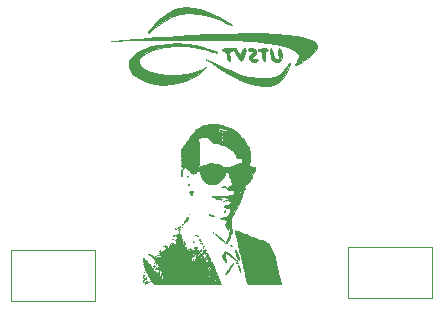
<source format=gbr>
%TF.GenerationSoftware,KiCad,Pcbnew,7.0.7*%
%TF.CreationDate,2024-03-23T19:40:35-05:00*%
%TF.ProjectId,DCDC-FusePCB,44434443-2d46-4757-9365-5043422e6b69,rev?*%
%TF.SameCoordinates,Original*%
%TF.FileFunction,Legend,Bot*%
%TF.FilePolarity,Positive*%
%FSLAX46Y46*%
G04 Gerber Fmt 4.6, Leading zero omitted, Abs format (unit mm)*
G04 Created by KiCad (PCBNEW 7.0.7) date 2024-03-23 19:40:35*
%MOMM*%
%LPD*%
G01*
G04 APERTURE LIST*
%ADD10C,0.120000*%
%ADD11C,0.010000*%
G04 APERTURE END LIST*
D10*
%TO.C,J2*%
X121525000Y-99385000D02*
X128655000Y-99385000D01*
X128655000Y-99385000D02*
X128655000Y-95085000D01*
X121525000Y-95085000D02*
X121525000Y-99385000D01*
X128655000Y-95085000D02*
X121525000Y-95085000D01*
%TO.C,J1*%
X150025000Y-99140000D02*
X157155000Y-99140000D01*
X157155000Y-99140000D02*
X157155000Y-94840000D01*
X150025000Y-94840000D02*
X150025000Y-99140000D01*
X157155000Y-94840000D02*
X150025000Y-94840000D01*
%TO.C,G\u002A\u002A\u002A*%
D11*
X139508000Y-85103572D02*
X139489857Y-85121715D01*
X139471715Y-85103572D01*
X139489857Y-85085429D01*
X139508000Y-85103572D01*
G36*
X139508000Y-85103572D02*
G01*
X139489857Y-85121715D01*
X139471715Y-85103572D01*
X139489857Y-85085429D01*
X139508000Y-85103572D01*
G37*
X138637143Y-93594429D02*
X138619000Y-93612572D01*
X138600857Y-93594429D01*
X138619000Y-93576286D01*
X138637143Y-93594429D01*
G36*
X138637143Y-93594429D02*
G01*
X138619000Y-93612572D01*
X138600857Y-93594429D01*
X138619000Y-93576286D01*
X138637143Y-93594429D01*
G37*
X138346857Y-96533572D02*
X138328715Y-96551715D01*
X138310572Y-96533572D01*
X138328715Y-96515429D01*
X138346857Y-96533572D01*
G36*
X138346857Y-96533572D02*
G01*
X138328715Y-96551715D01*
X138310572Y-96533572D01*
X138328715Y-96515429D01*
X138346857Y-96533572D01*
G37*
X137766286Y-94864429D02*
X137748143Y-94882572D01*
X137730000Y-94864429D01*
X137748143Y-94846286D01*
X137766286Y-94864429D01*
G36*
X137766286Y-94864429D02*
G01*
X137748143Y-94882572D01*
X137730000Y-94864429D01*
X137748143Y-94846286D01*
X137766286Y-94864429D01*
G37*
X137548572Y-94465286D02*
X137530429Y-94483429D01*
X137512286Y-94465286D01*
X137530429Y-94447143D01*
X137548572Y-94465286D01*
G36*
X137548572Y-94465286D02*
G01*
X137530429Y-94483429D01*
X137512286Y-94465286D01*
X137530429Y-94447143D01*
X137548572Y-94465286D01*
G37*
X137476000Y-95299857D02*
X137457857Y-95318000D01*
X137439715Y-95299857D01*
X137457857Y-95281715D01*
X137476000Y-95299857D01*
G36*
X137476000Y-95299857D02*
G01*
X137457857Y-95318000D01*
X137439715Y-95299857D01*
X137457857Y-95281715D01*
X137476000Y-95299857D01*
G37*
X137439715Y-95517572D02*
X137421572Y-95535715D01*
X137403429Y-95517572D01*
X137421572Y-95499429D01*
X137439715Y-95517572D01*
G36*
X137439715Y-95517572D02*
G01*
X137421572Y-95535715D01*
X137403429Y-95517572D01*
X137421572Y-95499429D01*
X137439715Y-95517572D01*
G37*
X137294572Y-93848429D02*
X137276429Y-93866572D01*
X137258286Y-93848429D01*
X137276429Y-93830286D01*
X137294572Y-93848429D01*
G36*
X137294572Y-93848429D02*
G01*
X137276429Y-93866572D01*
X137258286Y-93848429D01*
X137276429Y-93830286D01*
X137294572Y-93848429D01*
G37*
X136931715Y-94320143D02*
X136913572Y-94338286D01*
X136895429Y-94320143D01*
X136913572Y-94302000D01*
X136931715Y-94320143D01*
G36*
X136931715Y-94320143D02*
G01*
X136913572Y-94338286D01*
X136895429Y-94320143D01*
X136913572Y-94302000D01*
X136931715Y-94320143D01*
G37*
X136605143Y-92034143D02*
X136587000Y-92052286D01*
X136568857Y-92034143D01*
X136587000Y-92016000D01*
X136605143Y-92034143D01*
G36*
X136605143Y-92034143D02*
G01*
X136587000Y-92052286D01*
X136568857Y-92034143D01*
X136587000Y-92016000D01*
X136605143Y-92034143D01*
G37*
X136496286Y-92397000D02*
X136478143Y-92415143D01*
X136460000Y-92397000D01*
X136478143Y-92378857D01*
X136496286Y-92397000D01*
G36*
X136496286Y-92397000D02*
G01*
X136478143Y-92415143D01*
X136460000Y-92397000D01*
X136478143Y-92378857D01*
X136496286Y-92397000D01*
G37*
X136169714Y-94683000D02*
X136151572Y-94701143D01*
X136133429Y-94683000D01*
X136151572Y-94664858D01*
X136169714Y-94683000D01*
G36*
X136169714Y-94683000D02*
G01*
X136151572Y-94701143D01*
X136133429Y-94683000D01*
X136151572Y-94664858D01*
X136169714Y-94683000D01*
G37*
X135988286Y-93122715D02*
X135970143Y-93140858D01*
X135952000Y-93122715D01*
X135970143Y-93104572D01*
X135988286Y-93122715D01*
G36*
X135988286Y-93122715D02*
G01*
X135970143Y-93140858D01*
X135952000Y-93122715D01*
X135970143Y-93104572D01*
X135988286Y-93122715D01*
G37*
X135988286Y-92977572D02*
X135970143Y-92995715D01*
X135952000Y-92977572D01*
X135970143Y-92959429D01*
X135988286Y-92977572D01*
G36*
X135988286Y-92977572D02*
G01*
X135970143Y-92995715D01*
X135952000Y-92977572D01*
X135970143Y-92959429D01*
X135988286Y-92977572D01*
G37*
X135444000Y-93267858D02*
X135425857Y-93286000D01*
X135407714Y-93267858D01*
X135425857Y-93249715D01*
X135444000Y-93267858D01*
G36*
X135444000Y-93267858D02*
G01*
X135425857Y-93286000D01*
X135407714Y-93267858D01*
X135425857Y-93249715D01*
X135444000Y-93267858D01*
G37*
X135190000Y-94138715D02*
X135171857Y-94156858D01*
X135153714Y-94138715D01*
X135171857Y-94120572D01*
X135190000Y-94138715D01*
G36*
X135190000Y-94138715D02*
G01*
X135171857Y-94156858D01*
X135153714Y-94138715D01*
X135171857Y-94120572D01*
X135190000Y-94138715D01*
G37*
X134972286Y-94574143D02*
X134954143Y-94592286D01*
X134936000Y-94574143D01*
X134954143Y-94556000D01*
X134972286Y-94574143D01*
G36*
X134972286Y-94574143D02*
G01*
X134954143Y-94592286D01*
X134936000Y-94574143D01*
X134954143Y-94556000D01*
X134972286Y-94574143D01*
G37*
X133811143Y-96207000D02*
X133793000Y-96225143D01*
X133774857Y-96207000D01*
X133793000Y-96188857D01*
X133811143Y-96207000D01*
G36*
X133811143Y-96207000D02*
G01*
X133793000Y-96225143D01*
X133774857Y-96207000D01*
X133793000Y-96188857D01*
X133811143Y-96207000D01*
G37*
X133738572Y-96678715D02*
X133720429Y-96696857D01*
X133702286Y-96678715D01*
X133720429Y-96660572D01*
X133738572Y-96678715D01*
G36*
X133738572Y-96678715D02*
G01*
X133720429Y-96696857D01*
X133702286Y-96678715D01*
X133720429Y-96660572D01*
X133738572Y-96678715D01*
G37*
X133738572Y-95590143D02*
X133720429Y-95608286D01*
X133702286Y-95590143D01*
X133720429Y-95572000D01*
X133738572Y-95590143D01*
G36*
X133738572Y-95590143D02*
G01*
X133720429Y-95608286D01*
X133702286Y-95590143D01*
X133720429Y-95572000D01*
X133738572Y-95590143D01*
G37*
X133666000Y-96388429D02*
X133647857Y-96406572D01*
X133629715Y-96388429D01*
X133647857Y-96370286D01*
X133666000Y-96388429D01*
G36*
X133666000Y-96388429D02*
G01*
X133647857Y-96406572D01*
X133629715Y-96388429D01*
X133647857Y-96370286D01*
X133666000Y-96388429D01*
G37*
X133629715Y-96170715D02*
X133611572Y-96188857D01*
X133593429Y-96170715D01*
X133611572Y-96152572D01*
X133629715Y-96170715D01*
G36*
X133629715Y-96170715D02*
G01*
X133611572Y-96188857D01*
X133593429Y-96170715D01*
X133611572Y-96152572D01*
X133629715Y-96170715D01*
G37*
X133593429Y-96461000D02*
X133575286Y-96479143D01*
X133557143Y-96461000D01*
X133575286Y-96442857D01*
X133593429Y-96461000D01*
G36*
X133593429Y-96461000D02*
G01*
X133575286Y-96479143D01*
X133557143Y-96461000D01*
X133575286Y-96442857D01*
X133593429Y-96461000D01*
G37*
X140947334Y-89633238D02*
X140953010Y-89644153D01*
X140923143Y-89657429D01*
X140903934Y-89654810D01*
X140898953Y-89633238D01*
X140904271Y-89628896D01*
X140947334Y-89633238D01*
G36*
X140947334Y-89633238D02*
G01*
X140953010Y-89644153D01*
X140923143Y-89657429D01*
X140903934Y-89654810D01*
X140898953Y-89633238D01*
X140904271Y-89628896D01*
X140947334Y-89633238D01*
G37*
X139495905Y-90903238D02*
X139501582Y-90914153D01*
X139471715Y-90927429D01*
X139452505Y-90924810D01*
X139447524Y-90903238D01*
X139452842Y-90898896D01*
X139495905Y-90903238D01*
G36*
X139495905Y-90903238D02*
G01*
X139501582Y-90914153D01*
X139471715Y-90927429D01*
X139452505Y-90924810D01*
X139447524Y-90903238D01*
X139452842Y-90898896D01*
X139495905Y-90903238D01*
G37*
X138915334Y-97652381D02*
X138921010Y-97663295D01*
X138891143Y-97676572D01*
X138871934Y-97673953D01*
X138866953Y-97652381D01*
X138872271Y-97648039D01*
X138915334Y-97652381D01*
G36*
X138915334Y-97652381D02*
G01*
X138921010Y-97663295D01*
X138891143Y-97676572D01*
X138871934Y-97673953D01*
X138866953Y-97652381D01*
X138872271Y-97648039D01*
X138915334Y-97652381D01*
G37*
X138080762Y-95293810D02*
X138086439Y-95304724D01*
X138056572Y-95318000D01*
X138037362Y-95315382D01*
X138032381Y-95293810D01*
X138037699Y-95289467D01*
X138080762Y-95293810D01*
G36*
X138080762Y-95293810D02*
G01*
X138086439Y-95304724D01*
X138056572Y-95318000D01*
X138037362Y-95315382D01*
X138032381Y-95293810D01*
X138037699Y-95289467D01*
X138080762Y-95293810D01*
G37*
X137802572Y-94773715D02*
X137799953Y-94792924D01*
X137778381Y-94797905D01*
X137774038Y-94792587D01*
X137778381Y-94749524D01*
X137789295Y-94743847D01*
X137802572Y-94773715D01*
G36*
X137802572Y-94773715D02*
G01*
X137799953Y-94792924D01*
X137778381Y-94797905D01*
X137774038Y-94792587D01*
X137778381Y-94749524D01*
X137789295Y-94743847D01*
X137802572Y-94773715D01*
G37*
X137754191Y-95620381D02*
X137759867Y-95631295D01*
X137730000Y-95644572D01*
X137710791Y-95641953D01*
X137705810Y-95620381D01*
X137711128Y-95616039D01*
X137754191Y-95620381D01*
G36*
X137754191Y-95620381D02*
G01*
X137759867Y-95631295D01*
X137730000Y-95644572D01*
X137710791Y-95641953D01*
X137705810Y-95620381D01*
X137711128Y-95616039D01*
X137754191Y-95620381D01*
G37*
X137621143Y-95027715D02*
X137618524Y-95046924D01*
X137596953Y-95051905D01*
X137592610Y-95046587D01*
X137596953Y-95003524D01*
X137607867Y-94997847D01*
X137621143Y-95027715D01*
G36*
X137621143Y-95027715D02*
G01*
X137618524Y-95046924D01*
X137596953Y-95051905D01*
X137592610Y-95046587D01*
X137596953Y-95003524D01*
X137607867Y-94997847D01*
X137621143Y-95027715D01*
G37*
X137536476Y-95402667D02*
X137542153Y-95413581D01*
X137512286Y-95426857D01*
X137493076Y-95424239D01*
X137488095Y-95402667D01*
X137493414Y-95398324D01*
X137536476Y-95402667D01*
G36*
X137536476Y-95402667D02*
G01*
X137542153Y-95413581D01*
X137512286Y-95426857D01*
X137493076Y-95424239D01*
X137488095Y-95402667D01*
X137493414Y-95398324D01*
X137536476Y-95402667D01*
G37*
X137158500Y-93769969D02*
X137164655Y-93782569D01*
X137113143Y-93788271D01*
X137063228Y-93783213D01*
X137067786Y-93769969D01*
X137084211Y-93765176D01*
X137158500Y-93769969D01*
G36*
X137158500Y-93769969D02*
G01*
X137164655Y-93782569D01*
X137113143Y-93788271D01*
X137063228Y-93783213D01*
X137067786Y-93769969D01*
X137084211Y-93765176D01*
X137158500Y-93769969D01*
G37*
X136955905Y-94386667D02*
X136961582Y-94397581D01*
X136931715Y-94410858D01*
X136912505Y-94408239D01*
X136907524Y-94386667D01*
X136912842Y-94382324D01*
X136955905Y-94386667D01*
G36*
X136955905Y-94386667D02*
G01*
X136961582Y-94397581D01*
X136931715Y-94410858D01*
X136912505Y-94408239D01*
X136907524Y-94386667D01*
X136912842Y-94382324D01*
X136955905Y-94386667D01*
G37*
X136974804Y-95039213D02*
X136991599Y-95052274D01*
X136952881Y-95061136D01*
X136916078Y-95058570D01*
X136905256Y-95042078D01*
X136918094Y-95034887D01*
X136974804Y-95039213D01*
G36*
X136974804Y-95039213D02*
G01*
X136991599Y-95052274D01*
X136952881Y-95061136D01*
X136916078Y-95058570D01*
X136905256Y-95042078D01*
X136918094Y-95034887D01*
X136974804Y-95039213D01*
G37*
X136575661Y-89523785D02*
X136592456Y-89536845D01*
X136553738Y-89545707D01*
X136516935Y-89543141D01*
X136506113Y-89526649D01*
X136518951Y-89519459D01*
X136575661Y-89523785D01*
G36*
X136575661Y-89523785D02*
G01*
X136592456Y-89536845D01*
X136553738Y-89545707D01*
X136516935Y-89543141D01*
X136506113Y-89526649D01*
X136518951Y-89519459D01*
X136575661Y-89523785D01*
G37*
X135734286Y-93540000D02*
X135731667Y-93559210D01*
X135710095Y-93564191D01*
X135705753Y-93558873D01*
X135710095Y-93515810D01*
X135721010Y-93510133D01*
X135734286Y-93540000D01*
G36*
X135734286Y-93540000D02*
G01*
X135731667Y-93559210D01*
X135710095Y-93564191D01*
X135705753Y-93558873D01*
X135710095Y-93515810D01*
X135721010Y-93510133D01*
X135734286Y-93540000D01*
G37*
X135269375Y-93841785D02*
X135286171Y-93854845D01*
X135247453Y-93863707D01*
X135210649Y-93861141D01*
X135199828Y-93844649D01*
X135212665Y-93837459D01*
X135269375Y-93841785D01*
G36*
X135269375Y-93841785D02*
G01*
X135286171Y-93854845D01*
X135247453Y-93863707D01*
X135210649Y-93861141D01*
X135199828Y-93844649D01*
X135212665Y-93837459D01*
X135269375Y-93841785D01*
G37*
X134415905Y-94749524D02*
X134421582Y-94760438D01*
X134391715Y-94773715D01*
X134372505Y-94771096D01*
X134367524Y-94749524D01*
X134372842Y-94745181D01*
X134415905Y-94749524D01*
G36*
X134415905Y-94749524D02*
G01*
X134421582Y-94760438D01*
X134391715Y-94773715D01*
X134372505Y-94771096D01*
X134367524Y-94749524D01*
X134372842Y-94745181D01*
X134415905Y-94749524D01*
G37*
X132795143Y-96950857D02*
X132792524Y-96970067D01*
X132770953Y-96975048D01*
X132766610Y-96969730D01*
X132770953Y-96926667D01*
X132781867Y-96920990D01*
X132795143Y-96950857D01*
G36*
X132795143Y-96950857D02*
G01*
X132792524Y-96970067D01*
X132770953Y-96975048D01*
X132766610Y-96969730D01*
X132770953Y-96926667D01*
X132781867Y-96920990D01*
X132795143Y-96950857D01*
G37*
X132722572Y-97785429D02*
X132719953Y-97804638D01*
X132698381Y-97809619D01*
X132694038Y-97804301D01*
X132698381Y-97761238D01*
X132709295Y-97755562D01*
X132722572Y-97785429D01*
G36*
X132722572Y-97785429D02*
G01*
X132719953Y-97804638D01*
X132698381Y-97809619D01*
X132694038Y-97804301D01*
X132698381Y-97761238D01*
X132709295Y-97755562D01*
X132722572Y-97785429D01*
G37*
X132722572Y-97640286D02*
X132719953Y-97659496D01*
X132698381Y-97664477D01*
X132694038Y-97659158D01*
X132698381Y-97616096D01*
X132709295Y-97610419D01*
X132722572Y-97640286D01*
G36*
X132722572Y-97640286D02*
G01*
X132719953Y-97659496D01*
X132698381Y-97664477D01*
X132694038Y-97659158D01*
X132698381Y-97616096D01*
X132709295Y-97610419D01*
X132722572Y-97640286D01*
G37*
X132722572Y-97422572D02*
X132719953Y-97441781D01*
X132698381Y-97446762D01*
X132694038Y-97441444D01*
X132698381Y-97398381D01*
X132709295Y-97392705D01*
X132722572Y-97422572D01*
G36*
X132722572Y-97422572D02*
G01*
X132719953Y-97441781D01*
X132698381Y-97446762D01*
X132694038Y-97441444D01*
X132698381Y-97398381D01*
X132709295Y-97392705D01*
X132722572Y-97422572D01*
G37*
X132746762Y-95729238D02*
X132752439Y-95740153D01*
X132722572Y-95753429D01*
X132703362Y-95750810D01*
X132698381Y-95729238D01*
X132703699Y-95724896D01*
X132746762Y-95729238D01*
G36*
X132746762Y-95729238D02*
G01*
X132752439Y-95740153D01*
X132722572Y-95753429D01*
X132703362Y-95750810D01*
X132698381Y-95729238D01*
X132703699Y-95724896D01*
X132746762Y-95729238D01*
G37*
X137562611Y-94295361D02*
X137565224Y-94310178D01*
X137528833Y-94326191D01*
X137515425Y-94325975D01*
X137478091Y-94315192D01*
X137509779Y-94285407D01*
X137520537Y-94280642D01*
X137562611Y-94295361D01*
G36*
X137562611Y-94295361D02*
G01*
X137565224Y-94310178D01*
X137528833Y-94326191D01*
X137515425Y-94325975D01*
X137478091Y-94315192D01*
X137509779Y-94285407D01*
X137520537Y-94280642D01*
X137562611Y-94295361D01*
G37*
X136046179Y-92881251D02*
X136034978Y-92897370D01*
X136004287Y-92923143D01*
X135999215Y-92922790D01*
X135991224Y-92901786D01*
X136030178Y-92865250D01*
X136050456Y-92856421D01*
X136046179Y-92881251D01*
G36*
X136046179Y-92881251D02*
G01*
X136034978Y-92897370D01*
X136004287Y-92923143D01*
X135999215Y-92922790D01*
X135991224Y-92901786D01*
X136030178Y-92865250D01*
X136050456Y-92856421D01*
X136046179Y-92881251D01*
G37*
X134045116Y-95304155D02*
X134072966Y-95316721D01*
X134101429Y-95340025D01*
X134091372Y-95353543D01*
X134049781Y-95348496D01*
X134010971Y-95318416D01*
X134007659Y-95301619D01*
X134045116Y-95304155D01*
G36*
X134045116Y-95304155D02*
G01*
X134072966Y-95316721D01*
X134101429Y-95340025D01*
X134091372Y-95353543D01*
X134049781Y-95348496D01*
X134010971Y-95318416D01*
X134007659Y-95301619D01*
X134045116Y-95304155D01*
G37*
X134004615Y-96507619D02*
X134009165Y-96554222D01*
X133999664Y-96568141D01*
X133968244Y-96583857D01*
X133956286Y-96531430D01*
X133961608Y-96505535D01*
X133993164Y-96497652D01*
X134004615Y-96507619D01*
G36*
X134004615Y-96507619D02*
G01*
X134009165Y-96554222D01*
X133999664Y-96568141D01*
X133968244Y-96583857D01*
X133956286Y-96531430D01*
X133961608Y-96505535D01*
X133993164Y-96497652D01*
X134004615Y-96507619D01*
G37*
X140674697Y-96124466D02*
X140705429Y-96152572D01*
X140704306Y-96164723D01*
X140671660Y-96186336D01*
X140596572Y-96152572D01*
X140583801Y-96143915D01*
X140570766Y-96122571D01*
X140623786Y-96116842D01*
X140674697Y-96124466D01*
G36*
X140674697Y-96124466D02*
G01*
X140705429Y-96152572D01*
X140704306Y-96164723D01*
X140671660Y-96186336D01*
X140596572Y-96152572D01*
X140583801Y-96143915D01*
X140570766Y-96122571D01*
X140623786Y-96116842D01*
X140674697Y-96124466D01*
G37*
X139692074Y-90823285D02*
X139743857Y-90854857D01*
X139751357Y-90881584D01*
X139719625Y-90886911D01*
X139653143Y-90854857D01*
X139645841Y-90850084D01*
X139619465Y-90825000D01*
X139660073Y-90819127D01*
X139692074Y-90823285D01*
G36*
X139692074Y-90823285D02*
G01*
X139743857Y-90854857D01*
X139751357Y-90881584D01*
X139719625Y-90886911D01*
X139653143Y-90854857D01*
X139645841Y-90850084D01*
X139619465Y-90825000D01*
X139660073Y-90819127D01*
X139692074Y-90823285D01*
G37*
X138791357Y-93716800D02*
X138830061Y-93750011D01*
X138854857Y-93780300D01*
X138854262Y-93786668D01*
X138830620Y-93786913D01*
X138777657Y-93730500D01*
X138757388Y-93704209D01*
X138748377Y-93685419D01*
X138791357Y-93716800D01*
G36*
X138791357Y-93716800D02*
G01*
X138830061Y-93750011D01*
X138854857Y-93780300D01*
X138854262Y-93786668D01*
X138830620Y-93786913D01*
X138777657Y-93730500D01*
X138757388Y-93704209D01*
X138748377Y-93685419D01*
X138791357Y-93716800D01*
G37*
X138745999Y-96660718D02*
X138721810Y-96708953D01*
X138710782Y-96718343D01*
X138661462Y-96731333D01*
X138637143Y-96700740D01*
X138643555Y-96683067D01*
X138691572Y-96647450D01*
X138716346Y-96641558D01*
X138745999Y-96660718D01*
G36*
X138745999Y-96660718D02*
G01*
X138721810Y-96708953D01*
X138710782Y-96718343D01*
X138661462Y-96731333D01*
X138637143Y-96700740D01*
X138643555Y-96683067D01*
X138691572Y-96647450D01*
X138716346Y-96641558D01*
X138745999Y-96660718D01*
G37*
X138210388Y-96226198D02*
X138238000Y-96261429D01*
X138236946Y-96270102D01*
X138201715Y-96297715D01*
X138193041Y-96296660D01*
X138165429Y-96261429D01*
X138166483Y-96252756D01*
X138201715Y-96225143D01*
X138210388Y-96226198D01*
G36*
X138210388Y-96226198D02*
G01*
X138238000Y-96261429D01*
X138236946Y-96270102D01*
X138201715Y-96297715D01*
X138193041Y-96296660D01*
X138165429Y-96261429D01*
X138166483Y-96252756D01*
X138201715Y-96225143D01*
X138210388Y-96226198D01*
G37*
X138074715Y-96624286D02*
X138056539Y-96641526D01*
X137990930Y-96660016D01*
X137982679Y-96659893D01*
X137949996Y-96652466D01*
X137984000Y-96624286D01*
X138034375Y-96597560D01*
X138077643Y-96592232D01*
X138074715Y-96624286D01*
G36*
X138074715Y-96624286D02*
G01*
X138056539Y-96641526D01*
X137990930Y-96660016D01*
X137982679Y-96659893D01*
X137949996Y-96652466D01*
X137984000Y-96624286D01*
X138034375Y-96597560D01*
X138077643Y-96592232D01*
X138074715Y-96624286D01*
G37*
X137667235Y-94508987D02*
X137693715Y-94560283D01*
X137690919Y-94572485D01*
X137657429Y-94574143D01*
X137647623Y-94566728D01*
X137621143Y-94515432D01*
X137623939Y-94503230D01*
X137657429Y-94501572D01*
X137667235Y-94508987D01*
G36*
X137667235Y-94508987D02*
G01*
X137693715Y-94560283D01*
X137690919Y-94572485D01*
X137657429Y-94574143D01*
X137647623Y-94566728D01*
X137621143Y-94515432D01*
X137623939Y-94503230D01*
X137657429Y-94501572D01*
X137667235Y-94508987D01*
G37*
X137533741Y-95092038D02*
X137590244Y-95110488D01*
X137621143Y-95140802D01*
X137612832Y-95159584D01*
X137565169Y-95172680D01*
X137504518Y-95159631D01*
X137465052Y-95124094D01*
X137470758Y-95090545D01*
X137533741Y-95092038D01*
G36*
X137533741Y-95092038D02*
G01*
X137590244Y-95110488D01*
X137621143Y-95140802D01*
X137612832Y-95159584D01*
X137565169Y-95172680D01*
X137504518Y-95159631D01*
X137465052Y-95124094D01*
X137470758Y-95090545D01*
X137533741Y-95092038D01*
G37*
X137482879Y-94160817D02*
X137512286Y-94192004D01*
X137504581Y-94207019D01*
X137457857Y-94206265D01*
X137431803Y-94194515D01*
X137403429Y-94171118D01*
X137409445Y-94164621D01*
X137457857Y-94156858D01*
X137482879Y-94160817D01*
G36*
X137482879Y-94160817D02*
G01*
X137512286Y-94192004D01*
X137504581Y-94207019D01*
X137457857Y-94206265D01*
X137431803Y-94194515D01*
X137403429Y-94171118D01*
X137409445Y-94164621D01*
X137457857Y-94156858D01*
X137482879Y-94160817D01*
G37*
X137285500Y-95619559D02*
X137295796Y-95622951D01*
X137288015Y-95632370D01*
X137222000Y-95636153D01*
X137197381Y-95635802D01*
X137147207Y-95630076D01*
X137158500Y-95619559D01*
X137193471Y-95613916D01*
X137285500Y-95619559D01*
G36*
X137285500Y-95619559D02*
G01*
X137295796Y-95622951D01*
X137288015Y-95632370D01*
X137222000Y-95636153D01*
X137197381Y-95635802D01*
X137147207Y-95630076D01*
X137158500Y-95619559D01*
X137193471Y-95613916D01*
X137285500Y-95619559D01*
G37*
X136757543Y-95855029D02*
X136765878Y-95863894D01*
X136771675Y-95891254D01*
X136714000Y-95898572D01*
X136696536Y-95898307D01*
X136652596Y-95887525D01*
X136670457Y-95855029D01*
X136708166Y-95830170D01*
X136757543Y-95855029D01*
G36*
X136757543Y-95855029D02*
G01*
X136765878Y-95863894D01*
X136771675Y-95891254D01*
X136714000Y-95898572D01*
X136696536Y-95898307D01*
X136652596Y-95887525D01*
X136670457Y-95855029D01*
X136708166Y-95830170D01*
X136757543Y-95855029D01*
G37*
X136213561Y-94511200D02*
X136258359Y-94532757D01*
X136236282Y-94560479D01*
X136211227Y-94575064D01*
X136152393Y-94587507D01*
X136133429Y-94541255D01*
X136146105Y-94511481D01*
X136209068Y-94510003D01*
X136213561Y-94511200D01*
G36*
X136213561Y-94511200D02*
G01*
X136258359Y-94532757D01*
X136236282Y-94560479D01*
X136211227Y-94575064D01*
X136152393Y-94587507D01*
X136133429Y-94541255D01*
X136146105Y-94511481D01*
X136209068Y-94510003D01*
X136213561Y-94511200D01*
G37*
X136142102Y-94339340D02*
X136169714Y-94374572D01*
X136168660Y-94383245D01*
X136133429Y-94410858D01*
X136124756Y-94409803D01*
X136097143Y-94374572D01*
X136098197Y-94365899D01*
X136133429Y-94338286D01*
X136142102Y-94339340D01*
G36*
X136142102Y-94339340D02*
G01*
X136169714Y-94374572D01*
X136168660Y-94383245D01*
X136133429Y-94410858D01*
X136124756Y-94409803D01*
X136097143Y-94374572D01*
X136098197Y-94365899D01*
X136133429Y-94338286D01*
X136142102Y-94339340D01*
G37*
X135734286Y-93392716D02*
X135732892Y-93403248D01*
X135698000Y-93431143D01*
X135689788Y-93430727D01*
X135661714Y-93415142D01*
X135663384Y-93409321D01*
X135698000Y-93376715D01*
X135712056Y-93371045D01*
X135734286Y-93392716D01*
G36*
X135734286Y-93392716D02*
G01*
X135732892Y-93403248D01*
X135698000Y-93431143D01*
X135689788Y-93430727D01*
X135661714Y-93415142D01*
X135663384Y-93409321D01*
X135698000Y-93376715D01*
X135712056Y-93371045D01*
X135734286Y-93392716D01*
G37*
X134220196Y-97012713D02*
X134246572Y-97061856D01*
X134245533Y-97069957D01*
X134210286Y-97096000D01*
X134192945Y-97089077D01*
X134174000Y-97039430D01*
X134179222Y-97013512D01*
X134210286Y-97005286D01*
X134220196Y-97012713D01*
G36*
X134220196Y-97012713D02*
G01*
X134246572Y-97061856D01*
X134245533Y-97069957D01*
X134210286Y-97096000D01*
X134192945Y-97089077D01*
X134174000Y-97039430D01*
X134179222Y-97013512D01*
X134210286Y-97005286D01*
X134220196Y-97012713D01*
G37*
X134101429Y-96712859D02*
X134096988Y-96739894D01*
X134065143Y-96769429D01*
X134056534Y-96768452D01*
X134028857Y-96735285D01*
X134030241Y-96725104D01*
X134065143Y-96678715D01*
X134083838Y-96675301D01*
X134101429Y-96712859D01*
G36*
X134101429Y-96712859D02*
G01*
X134096988Y-96739894D01*
X134065143Y-96769429D01*
X134056534Y-96768452D01*
X134028857Y-96735285D01*
X134030241Y-96725104D01*
X134065143Y-96678715D01*
X134083838Y-96675301D01*
X134101429Y-96712859D01*
G37*
X134108179Y-95104727D02*
X134137715Y-95136572D01*
X134136737Y-95145181D01*
X134103570Y-95172857D01*
X134093390Y-95171473D01*
X134047000Y-95136572D01*
X134043587Y-95117877D01*
X134081144Y-95100286D01*
X134108179Y-95104727D01*
G36*
X134108179Y-95104727D02*
G01*
X134137715Y-95136572D01*
X134136737Y-95145181D01*
X134103570Y-95172857D01*
X134093390Y-95171473D01*
X134047000Y-95136572D01*
X134043587Y-95117877D01*
X134081144Y-95100286D01*
X134108179Y-95104727D01*
G37*
X133920000Y-96658430D02*
X133918606Y-96668963D01*
X133883715Y-96696857D01*
X133875503Y-96696441D01*
X133847429Y-96680856D01*
X133849099Y-96675036D01*
X133883715Y-96642429D01*
X133897770Y-96636759D01*
X133920000Y-96658430D01*
G36*
X133920000Y-96658430D02*
G01*
X133918606Y-96668963D01*
X133883715Y-96696857D01*
X133875503Y-96696441D01*
X133847429Y-96680856D01*
X133849099Y-96675036D01*
X133883715Y-96642429D01*
X133897770Y-96636759D01*
X133920000Y-96658430D01*
G37*
X133856102Y-95681912D02*
X133883715Y-95717143D01*
X133882660Y-95725816D01*
X133847429Y-95753429D01*
X133838756Y-95752375D01*
X133811143Y-95717143D01*
X133812197Y-95708470D01*
X133847429Y-95680857D01*
X133856102Y-95681912D01*
G36*
X133856102Y-95681912D02*
G01*
X133883715Y-95717143D01*
X133882660Y-95725816D01*
X133847429Y-95753429D01*
X133838756Y-95752375D01*
X133811143Y-95717143D01*
X133812197Y-95708470D01*
X133847429Y-95680857D01*
X133856102Y-95681912D01*
G37*
X133791550Y-96485284D02*
X133811143Y-96533572D01*
X133807049Y-96558610D01*
X133774857Y-96588000D01*
X133758165Y-96581860D01*
X133738572Y-96533572D01*
X133742665Y-96508533D01*
X133774857Y-96479143D01*
X133791550Y-96485284D01*
G36*
X133791550Y-96485284D02*
G01*
X133811143Y-96533572D01*
X133807049Y-96558610D01*
X133774857Y-96588000D01*
X133758165Y-96581860D01*
X133738572Y-96533572D01*
X133742665Y-96508533D01*
X133774857Y-96479143D01*
X133791550Y-96485284D01*
G37*
X132912673Y-97496198D02*
X132940286Y-97531429D01*
X132939232Y-97540102D01*
X132904000Y-97567715D01*
X132895327Y-97566660D01*
X132867715Y-97531429D01*
X132868769Y-97522756D01*
X132904000Y-97495143D01*
X132912673Y-97496198D01*
G36*
X132912673Y-97496198D02*
G01*
X132940286Y-97531429D01*
X132939232Y-97540102D01*
X132904000Y-97567715D01*
X132895327Y-97566660D01*
X132867715Y-97531429D01*
X132868769Y-97522756D01*
X132904000Y-97495143D01*
X132912673Y-97496198D01*
G37*
X132859951Y-97827731D02*
X132867715Y-97876143D01*
X132863755Y-97901165D01*
X132832568Y-97930572D01*
X132817553Y-97922867D01*
X132818307Y-97876143D01*
X132830057Y-97850088D01*
X132853454Y-97821715D01*
X132859951Y-97827731D01*
G36*
X132859951Y-97827731D02*
G01*
X132867715Y-97876143D01*
X132863755Y-97901165D01*
X132832568Y-97930572D01*
X132817553Y-97922867D01*
X132818307Y-97876143D01*
X132830057Y-97850088D01*
X132853454Y-97821715D01*
X132859951Y-97827731D01*
G37*
X132774288Y-97186588D02*
X132791809Y-97226143D01*
X132749786Y-97295723D01*
X132710026Y-97337490D01*
X132689785Y-97334185D01*
X132686286Y-97265334D01*
X132696737Y-97211863D01*
X132740715Y-97180667D01*
X132774288Y-97186588D01*
G36*
X132774288Y-97186588D02*
G01*
X132791809Y-97226143D01*
X132749786Y-97295723D01*
X132710026Y-97337490D01*
X132689785Y-97334185D01*
X132686286Y-97265334D01*
X132696737Y-97211863D01*
X132740715Y-97180667D01*
X132774288Y-97186588D01*
G37*
X140143000Y-94671460D02*
X140204432Y-94707548D01*
X140233714Y-94743253D01*
X140230712Y-94761446D01*
X140199133Y-94770052D01*
X140122472Y-94736152D01*
X140092011Y-94717502D01*
X140053679Y-94674335D01*
X140072447Y-94653403D01*
X140143000Y-94671460D01*
G36*
X140143000Y-94671460D02*
G01*
X140204432Y-94707548D01*
X140233714Y-94743253D01*
X140230712Y-94761446D01*
X140199133Y-94770052D01*
X140122472Y-94736152D01*
X140092011Y-94717502D01*
X140053679Y-94674335D01*
X140072447Y-94653403D01*
X140143000Y-94671460D01*
G37*
X138052551Y-95629937D02*
X138039921Y-95678443D01*
X138024998Y-95694518D01*
X137961124Y-95717143D01*
X137943716Y-95716548D01*
X137927257Y-95702803D01*
X137964993Y-95658395D01*
X137965424Y-95657966D01*
X138021142Y-95621352D01*
X138052551Y-95629937D01*
G36*
X138052551Y-95629937D02*
G01*
X138039921Y-95678443D01*
X138024998Y-95694518D01*
X137961124Y-95717143D01*
X137943716Y-95716548D01*
X137927257Y-95702803D01*
X137964993Y-95658395D01*
X137965424Y-95657966D01*
X138021142Y-95621352D01*
X138052551Y-95629937D01*
G37*
X136507950Y-88790806D02*
X136527114Y-88799005D01*
X136478143Y-88822858D01*
X136432732Y-88842099D01*
X136396500Y-88856593D01*
X136394374Y-88856178D01*
X136387429Y-88822858D01*
X136405428Y-88800757D01*
X136469072Y-88789122D01*
X136507950Y-88790806D01*
G36*
X136507950Y-88790806D02*
G01*
X136527114Y-88799005D01*
X136478143Y-88822858D01*
X136432732Y-88842099D01*
X136396500Y-88856593D01*
X136394374Y-88856178D01*
X136387429Y-88822858D01*
X136405428Y-88800757D01*
X136469072Y-88789122D01*
X136507950Y-88790806D01*
G37*
X134015567Y-95479103D02*
X134026735Y-95493077D01*
X134020651Y-95517063D01*
X133952067Y-95523619D01*
X133942408Y-95523599D01*
X133865602Y-95519025D01*
X133856528Y-95502495D01*
X133910929Y-95468284D01*
X133951071Y-95454386D01*
X134015567Y-95479103D01*
G36*
X134015567Y-95479103D02*
G01*
X134026735Y-95493077D01*
X134020651Y-95517063D01*
X133952067Y-95523619D01*
X133942408Y-95523599D01*
X133865602Y-95519025D01*
X133856528Y-95502495D01*
X133910929Y-95468284D01*
X133951071Y-95454386D01*
X134015567Y-95479103D01*
G37*
X139653143Y-91737502D02*
X139651714Y-91755376D01*
X139628953Y-91810381D01*
X139591388Y-91829897D01*
X139535500Y-91831267D01*
X139508000Y-91807014D01*
X139524036Y-91779772D01*
X139580572Y-91734136D01*
X139596054Y-91724726D01*
X139641840Y-91707537D01*
X139653143Y-91737502D01*
G36*
X139653143Y-91737502D02*
G01*
X139651714Y-91755376D01*
X139628953Y-91810381D01*
X139591388Y-91829897D01*
X139535500Y-91831267D01*
X139508000Y-91807014D01*
X139524036Y-91779772D01*
X139580572Y-91734136D01*
X139596054Y-91724726D01*
X139641840Y-91707537D01*
X139653143Y-91737502D01*
G37*
X132988266Y-97721693D02*
X133073995Y-97754235D01*
X133176143Y-97795612D01*
X133085429Y-97823189D01*
X133043487Y-97835689D01*
X132973305Y-97850525D01*
X132945328Y-97835443D01*
X132940286Y-97785429D01*
X132940591Y-97757087D01*
X132950278Y-97721131D01*
X132988266Y-97721693D01*
G36*
X132988266Y-97721693D02*
G01*
X133073995Y-97754235D01*
X133176143Y-97795612D01*
X133085429Y-97823189D01*
X133043487Y-97835689D01*
X132973305Y-97850525D01*
X132945328Y-97835443D01*
X132940286Y-97785429D01*
X132940591Y-97757087D01*
X132950278Y-97721131D01*
X132988266Y-97721693D01*
G37*
X132934165Y-97397451D02*
X132887994Y-97437752D01*
X132841612Y-97471470D01*
X132780551Y-97492981D01*
X132758857Y-97458857D01*
X132759806Y-97450272D01*
X132792175Y-97422572D01*
X132819234Y-97419478D01*
X132891961Y-97401467D01*
X132923889Y-97392094D01*
X132934165Y-97397451D01*
G36*
X132934165Y-97397451D02*
G01*
X132887994Y-97437752D01*
X132841612Y-97471470D01*
X132780551Y-97492981D01*
X132758857Y-97458857D01*
X132759806Y-97450272D01*
X132792175Y-97422572D01*
X132819234Y-97419478D01*
X132891961Y-97401467D01*
X132923889Y-97392094D01*
X132934165Y-97397451D01*
G37*
X136206000Y-92661368D02*
X136203658Y-92676904D01*
X136169714Y-92705429D01*
X136160826Y-92706286D01*
X136137726Y-92732643D01*
X136138188Y-92736153D01*
X136134861Y-92796143D01*
X136128686Y-92807673D01*
X136108210Y-92783508D01*
X136108584Y-92741381D01*
X136147360Y-92675947D01*
X136187593Y-92644780D01*
X136206000Y-92661368D01*
G36*
X136206000Y-92661368D02*
G01*
X136203658Y-92676904D01*
X136169714Y-92705429D01*
X136160826Y-92706286D01*
X136137726Y-92732643D01*
X136138188Y-92736153D01*
X136134861Y-92796143D01*
X136128686Y-92807673D01*
X136108210Y-92783508D01*
X136108584Y-92741381D01*
X136147360Y-92675947D01*
X136187593Y-92644780D01*
X136206000Y-92661368D01*
G37*
X139714168Y-89704072D02*
X139716878Y-89705591D01*
X139746856Y-89727901D01*
X139732913Y-89741445D01*
X139665503Y-89748809D01*
X139535076Y-89752581D01*
X139516973Y-89752879D01*
X139393190Y-89753121D01*
X139330244Y-89747261D01*
X139317647Y-89732795D01*
X139344915Y-89707224D01*
X139349377Y-89704079D01*
X139458530Y-89665395D01*
X139591958Y-89665292D01*
X139714168Y-89704072D01*
G36*
X139714168Y-89704072D02*
G01*
X139716878Y-89705591D01*
X139746856Y-89727901D01*
X139732913Y-89741445D01*
X139665503Y-89748809D01*
X139535076Y-89752581D01*
X139516973Y-89752879D01*
X139393190Y-89753121D01*
X139330244Y-89747261D01*
X139317647Y-89732795D01*
X139344915Y-89707224D01*
X139349377Y-89704079D01*
X139458530Y-89665395D01*
X139591958Y-89665292D01*
X139714168Y-89704072D01*
G37*
X138338995Y-92046843D02*
X138353348Y-92067215D01*
X138413381Y-92089858D01*
X138476550Y-92103870D01*
X138564572Y-92143000D01*
X138655286Y-92194857D01*
X138564572Y-92196007D01*
X138538970Y-92194276D01*
X138457282Y-92172382D01*
X138371887Y-92133726D01*
X138300685Y-92088901D01*
X138261580Y-92048504D01*
X138272472Y-92023129D01*
X138299022Y-92019604D01*
X138338995Y-92046843D01*
G36*
X138338995Y-92046843D02*
G01*
X138353348Y-92067215D01*
X138413381Y-92089858D01*
X138476550Y-92103870D01*
X138564572Y-92143000D01*
X138655286Y-92194857D01*
X138564572Y-92196007D01*
X138538970Y-92194276D01*
X138457282Y-92172382D01*
X138371887Y-92133726D01*
X138300685Y-92088901D01*
X138261580Y-92048504D01*
X138272472Y-92023129D01*
X138299022Y-92019604D01*
X138338995Y-92046843D01*
G37*
X137756763Y-95332668D02*
X137757790Y-95335581D01*
X137743403Y-95380618D01*
X137703919Y-95457999D01*
X137671056Y-95502303D01*
X137612719Y-95550893D01*
X137557273Y-95575834D01*
X137522800Y-95570094D01*
X137527382Y-95526643D01*
X137538895Y-95500509D01*
X137570046Y-95421141D01*
X137582832Y-95400114D01*
X137639832Y-95355560D01*
X137708850Y-95327847D01*
X137756763Y-95332668D01*
G36*
X137756763Y-95332668D02*
G01*
X137757790Y-95335581D01*
X137743403Y-95380618D01*
X137703919Y-95457999D01*
X137671056Y-95502303D01*
X137612719Y-95550893D01*
X137557273Y-95575834D01*
X137522800Y-95570094D01*
X137527382Y-95526643D01*
X137538895Y-95500509D01*
X137570046Y-95421141D01*
X137582832Y-95400114D01*
X137639832Y-95355560D01*
X137708850Y-95327847D01*
X137756763Y-95332668D01*
G37*
X136684753Y-94921035D02*
X136714000Y-94977168D01*
X136717449Y-94998614D01*
X136750286Y-95027715D01*
X136758959Y-95028769D01*
X136786572Y-95064000D01*
X136785517Y-95072674D01*
X136750286Y-95100286D01*
X136739389Y-95098424D01*
X136714000Y-95060118D01*
X136708929Y-95043942D01*
X136667151Y-95037928D01*
X136634788Y-95032561D01*
X136613239Y-94970576D01*
X136619928Y-94909451D01*
X136660089Y-94905934D01*
X136684753Y-94921035D01*
G36*
X136684753Y-94921035D02*
G01*
X136714000Y-94977168D01*
X136717449Y-94998614D01*
X136750286Y-95027715D01*
X136758959Y-95028769D01*
X136786572Y-95064000D01*
X136785517Y-95072674D01*
X136750286Y-95100286D01*
X136739389Y-95098424D01*
X136714000Y-95060118D01*
X136708929Y-95043942D01*
X136667151Y-95037928D01*
X136634788Y-95032561D01*
X136613239Y-94970576D01*
X136619928Y-94909451D01*
X136660089Y-94905934D01*
X136684753Y-94921035D01*
G37*
X136446402Y-92256436D02*
X136424865Y-92321402D01*
X136406902Y-92390653D01*
X136425297Y-92490672D01*
X136434601Y-92509479D01*
X136437474Y-92559019D01*
X136379945Y-92592737D01*
X136340413Y-92602593D01*
X136275107Y-92585930D01*
X136255378Y-92530256D01*
X136293452Y-92455034D01*
X136328885Y-92407804D01*
X136351143Y-92353229D01*
X136360304Y-92324761D01*
X136406727Y-92269041D01*
X136435269Y-92247691D01*
X136446402Y-92256436D01*
G36*
X136446402Y-92256436D02*
G01*
X136424865Y-92321402D01*
X136406902Y-92390653D01*
X136425297Y-92490672D01*
X136434601Y-92509479D01*
X136437474Y-92559019D01*
X136379945Y-92592737D01*
X136340413Y-92602593D01*
X136275107Y-92585930D01*
X136255378Y-92530256D01*
X136293452Y-92455034D01*
X136328885Y-92407804D01*
X136351143Y-92353229D01*
X136360304Y-92324761D01*
X136406727Y-92269041D01*
X136435269Y-92247691D01*
X136446402Y-92256436D01*
G37*
X136151572Y-88171328D02*
X136064926Y-88237951D01*
X136018019Y-88280736D01*
X135993666Y-88342143D01*
X136003494Y-88438976D01*
X136010065Y-88562047D01*
X135986738Y-88700549D01*
X135979064Y-88722917D01*
X135945316Y-88793476D01*
X135919880Y-88792697D01*
X135902551Y-88720305D01*
X135893122Y-88576026D01*
X135896935Y-88444338D01*
X135928580Y-88297049D01*
X135987751Y-88203049D01*
X136070861Y-88170521D01*
X136151572Y-88171328D01*
G36*
X136151572Y-88171328D02*
G01*
X136064926Y-88237951D01*
X136018019Y-88280736D01*
X135993666Y-88342143D01*
X136003494Y-88438976D01*
X136010065Y-88562047D01*
X135986738Y-88700549D01*
X135979064Y-88722917D01*
X135945316Y-88793476D01*
X135919880Y-88792697D01*
X135902551Y-88720305D01*
X135893122Y-88576026D01*
X135896935Y-88444338D01*
X135928580Y-88297049D01*
X135987751Y-88203049D01*
X136070861Y-88170521D01*
X136151572Y-88171328D01*
G37*
X134573143Y-94709841D02*
X134583751Y-94743072D01*
X134639849Y-94749476D01*
X134649304Y-94747226D01*
X134692448Y-94755099D01*
X134697302Y-94816374D01*
X134690834Y-94871216D01*
X134685024Y-94909786D01*
X134679512Y-94913455D01*
X134632107Y-94918857D01*
X134625707Y-94917697D01*
X134589581Y-94877047D01*
X134559141Y-94801366D01*
X134544244Y-94722215D01*
X134554748Y-94671157D01*
X134564124Y-94669806D01*
X134573143Y-94709841D01*
G36*
X134573143Y-94709841D02*
G01*
X134583751Y-94743072D01*
X134639849Y-94749476D01*
X134649304Y-94747226D01*
X134692448Y-94755099D01*
X134697302Y-94816374D01*
X134690834Y-94871216D01*
X134685024Y-94909786D01*
X134679512Y-94913455D01*
X134632107Y-94918857D01*
X134625707Y-94917697D01*
X134589581Y-94877047D01*
X134559141Y-94801366D01*
X134544244Y-94722215D01*
X134554748Y-94671157D01*
X134564124Y-94669806D01*
X134573143Y-94709841D01*
G37*
X140762870Y-96350126D02*
X140794133Y-96403108D01*
X140814286Y-96469738D01*
X140829318Y-96533256D01*
X140866771Y-96620528D01*
X140895164Y-96702666D01*
X140894730Y-96809226D01*
X140870203Y-96896429D01*
X140856910Y-96805715D01*
X140841401Y-96740371D01*
X140810685Y-96674848D01*
X140798222Y-96652229D01*
X140770315Y-96568889D01*
X140744603Y-96457253D01*
X140733893Y-96398074D01*
X140725095Y-96329285D01*
X140734193Y-96316588D01*
X140762870Y-96350126D01*
G36*
X140762870Y-96350126D02*
G01*
X140794133Y-96403108D01*
X140814286Y-96469738D01*
X140829318Y-96533256D01*
X140866771Y-96620528D01*
X140895164Y-96702666D01*
X140894730Y-96809226D01*
X140870203Y-96896429D01*
X140856910Y-96805715D01*
X140841401Y-96740371D01*
X140810685Y-96674848D01*
X140798222Y-96652229D01*
X140770315Y-96568889D01*
X140744603Y-96457253D01*
X140733893Y-96398074D01*
X140725095Y-96329285D01*
X140734193Y-96316588D01*
X140762870Y-96350126D01*
G37*
X140529846Y-95070957D02*
X140582228Y-95162898D01*
X140645531Y-95312345D01*
X140717405Y-95514053D01*
X140795499Y-95762782D01*
X140846827Y-95935421D01*
X140759715Y-95871639D01*
X140693276Y-95807228D01*
X140632357Y-95713314D01*
X140625867Y-95697359D01*
X140591277Y-95594979D01*
X140554473Y-95464508D01*
X140520046Y-95325475D01*
X140492587Y-95197405D01*
X140476687Y-95099826D01*
X140476937Y-95052264D01*
X140490736Y-95041764D01*
X140529846Y-95070957D01*
G36*
X140529846Y-95070957D02*
G01*
X140582228Y-95162898D01*
X140645531Y-95312345D01*
X140717405Y-95514053D01*
X140795499Y-95762782D01*
X140846827Y-95935421D01*
X140759715Y-95871639D01*
X140693276Y-95807228D01*
X140632357Y-95713314D01*
X140625867Y-95697359D01*
X140591277Y-95594979D01*
X140554473Y-95464508D01*
X140520046Y-95325475D01*
X140492587Y-95197405D01*
X140476687Y-95099826D01*
X140476937Y-95052264D01*
X140490736Y-95041764D01*
X140529846Y-95070957D01*
G37*
X137014224Y-94797999D02*
X137071588Y-94818587D01*
X137163307Y-94835277D01*
X137255871Y-94850602D01*
X137290568Y-94875375D01*
X137276832Y-94918205D01*
X137252210Y-94939322D01*
X137200627Y-94916176D01*
X137191975Y-94909252D01*
X137157919Y-94898592D01*
X137149429Y-94950700D01*
X137148985Y-94966416D01*
X137128992Y-95020453D01*
X137081005Y-95009125D01*
X137007414Y-94932735D01*
X136977856Y-94888750D01*
X136954092Y-94822762D01*
X136966499Y-94786886D01*
X137014224Y-94797999D01*
G36*
X137014224Y-94797999D02*
G01*
X137071588Y-94818587D01*
X137163307Y-94835277D01*
X137255871Y-94850602D01*
X137290568Y-94875375D01*
X137276832Y-94918205D01*
X137252210Y-94939322D01*
X137200627Y-94916176D01*
X137191975Y-94909252D01*
X137157919Y-94898592D01*
X137149429Y-94950700D01*
X137148985Y-94966416D01*
X137128992Y-95020453D01*
X137081005Y-95009125D01*
X137007414Y-94932735D01*
X136977856Y-94888750D01*
X136954092Y-94822762D01*
X136966499Y-94786886D01*
X137014224Y-94797999D01*
G37*
X136866384Y-90049299D02*
X136887743Y-90091988D01*
X136888922Y-90163400D01*
X136866434Y-90224892D01*
X136826549Y-90245566D01*
X136793716Y-90258287D01*
X136795165Y-90327209D01*
X136799543Y-90389147D01*
X136784173Y-90419429D01*
X136779905Y-90418891D01*
X136733023Y-90384595D01*
X136675123Y-90315675D01*
X136625924Y-90238543D01*
X136605143Y-90179610D01*
X136609242Y-90162373D01*
X136656250Y-90110630D01*
X136733522Y-90065186D01*
X136812940Y-90040067D01*
X136866384Y-90049299D01*
G36*
X136866384Y-90049299D02*
G01*
X136887743Y-90091988D01*
X136888922Y-90163400D01*
X136866434Y-90224892D01*
X136826549Y-90245566D01*
X136793716Y-90258287D01*
X136795165Y-90327209D01*
X136799543Y-90389147D01*
X136784173Y-90419429D01*
X136779905Y-90418891D01*
X136733023Y-90384595D01*
X136675123Y-90315675D01*
X136625924Y-90238543D01*
X136605143Y-90179610D01*
X136609242Y-90162373D01*
X136656250Y-90110630D01*
X136733522Y-90065186D01*
X136812940Y-90040067D01*
X136866384Y-90049299D01*
G37*
X135825816Y-93070521D02*
X135831724Y-93089343D01*
X135786710Y-93143073D01*
X135759204Y-93175359D01*
X135740678Y-93219941D01*
X135772014Y-93254692D01*
X135779640Y-93260026D01*
X135806088Y-93282813D01*
X135770572Y-93275786D01*
X135745595Y-93261711D01*
X135720750Y-93203048D01*
X135720812Y-93184267D01*
X135698662Y-93162891D01*
X135630036Y-93179937D01*
X135534714Y-93213825D01*
X135620377Y-93141055D01*
X135699639Y-93091057D01*
X135780215Y-93068286D01*
X135825816Y-93070521D01*
G36*
X135825816Y-93070521D02*
G01*
X135831724Y-93089343D01*
X135786710Y-93143073D01*
X135759204Y-93175359D01*
X135740678Y-93219941D01*
X135772014Y-93254692D01*
X135779640Y-93260026D01*
X135806088Y-93282813D01*
X135770572Y-93275786D01*
X135745595Y-93261711D01*
X135720750Y-93203048D01*
X135720812Y-93184267D01*
X135698662Y-93162891D01*
X135630036Y-93179937D01*
X135534714Y-93213825D01*
X135620377Y-93141055D01*
X135699639Y-93091057D01*
X135780215Y-93068286D01*
X135825816Y-93070521D01*
G37*
X138954643Y-93825465D02*
X138960870Y-93828964D01*
X139033802Y-93880564D01*
X139117929Y-93952009D01*
X139137704Y-93969855D01*
X139194770Y-94014276D01*
X139217715Y-94019844D01*
X139217726Y-94019558D01*
X139240723Y-94032307D01*
X139299288Y-94087340D01*
X139381000Y-94173005D01*
X139462457Y-94263495D01*
X139521677Y-94332734D01*
X139544286Y-94364023D01*
X139542969Y-94366351D01*
X139507076Y-94350961D01*
X139431634Y-94300098D01*
X139329463Y-94223312D01*
X139213378Y-94130152D01*
X139096197Y-94030168D01*
X139031368Y-93971474D01*
X138940871Y-93881695D01*
X138895674Y-93824188D01*
X138899142Y-93803821D01*
X138954643Y-93825465D01*
G36*
X138954643Y-93825465D02*
G01*
X138960870Y-93828964D01*
X139033802Y-93880564D01*
X139117929Y-93952009D01*
X139137704Y-93969855D01*
X139194770Y-94014276D01*
X139217715Y-94019844D01*
X139217726Y-94019558D01*
X139240723Y-94032307D01*
X139299288Y-94087340D01*
X139381000Y-94173005D01*
X139462457Y-94263495D01*
X139521677Y-94332734D01*
X139544286Y-94364023D01*
X139542969Y-94366351D01*
X139507076Y-94350961D01*
X139431634Y-94300098D01*
X139329463Y-94223312D01*
X139213378Y-94130152D01*
X139096197Y-94030168D01*
X139031368Y-93971474D01*
X138940871Y-93881695D01*
X138895674Y-93824188D01*
X138899142Y-93803821D01*
X138954643Y-93825465D01*
G37*
X137968187Y-95002814D02*
X137971815Y-95057488D01*
X137916199Y-95122800D01*
X137853408Y-95181850D01*
X137844361Y-95227408D01*
X137893286Y-95245429D01*
X137899256Y-95245875D01*
X137937766Y-95280319D01*
X137947423Y-95344832D01*
X137921901Y-95404290D01*
X137899630Y-95403985D01*
X137868642Y-95355909D01*
X137841108Y-95311800D01*
X137784321Y-95281715D01*
X137778916Y-95281636D01*
X137746351Y-95266098D01*
X137764879Y-95211772D01*
X137781791Y-95160856D01*
X137777999Y-95078472D01*
X137771437Y-95033713D01*
X137813455Y-95038051D01*
X137851898Y-95042327D01*
X137908029Y-94998993D01*
X137919734Y-94978771D01*
X137944617Y-94957226D01*
X137968187Y-95002814D01*
G36*
X137968187Y-95002814D02*
G01*
X137971815Y-95057488D01*
X137916199Y-95122800D01*
X137853408Y-95181850D01*
X137844361Y-95227408D01*
X137893286Y-95245429D01*
X137899256Y-95245875D01*
X137937766Y-95280319D01*
X137947423Y-95344832D01*
X137921901Y-95404290D01*
X137899630Y-95403985D01*
X137868642Y-95355909D01*
X137841108Y-95311800D01*
X137784321Y-95281715D01*
X137778916Y-95281636D01*
X137746351Y-95266098D01*
X137764879Y-95211772D01*
X137781791Y-95160856D01*
X137777999Y-95078472D01*
X137771437Y-95033713D01*
X137813455Y-95038051D01*
X137851898Y-95042327D01*
X137908029Y-94998993D01*
X137919734Y-94978771D01*
X137944617Y-94957226D01*
X137968187Y-95002814D01*
G37*
X140317112Y-96156491D02*
X140292705Y-96219766D01*
X140239007Y-96309045D01*
X140208315Y-96354966D01*
X140134524Y-96472542D01*
X140079282Y-96569857D01*
X140075916Y-96576270D01*
X140023193Y-96663698D01*
X139943935Y-96782545D01*
X139853944Y-96909027D01*
X139831218Y-96939476D01*
X139752867Y-97037689D01*
X139693443Y-97101852D01*
X139664356Y-97119309D01*
X139662350Y-97110252D01*
X139680522Y-97054081D01*
X139722845Y-96968233D01*
X139777044Y-96874505D01*
X139830846Y-96794693D01*
X139871978Y-96750594D01*
X139895639Y-96724414D01*
X139945355Y-96647219D01*
X140002914Y-96541735D01*
X140049387Y-96455236D01*
X140130595Y-96323830D01*
X140208270Y-96218831D01*
X140272580Y-96152978D01*
X140313697Y-96139009D01*
X140317112Y-96156491D01*
G36*
X140317112Y-96156491D02*
G01*
X140292705Y-96219766D01*
X140239007Y-96309045D01*
X140208315Y-96354966D01*
X140134524Y-96472542D01*
X140079282Y-96569857D01*
X140075916Y-96576270D01*
X140023193Y-96663698D01*
X139943935Y-96782545D01*
X139853944Y-96909027D01*
X139831218Y-96939476D01*
X139752867Y-97037689D01*
X139693443Y-97101852D01*
X139664356Y-97119309D01*
X139662350Y-97110252D01*
X139680522Y-97054081D01*
X139722845Y-96968233D01*
X139777044Y-96874505D01*
X139830846Y-96794693D01*
X139871978Y-96750594D01*
X139895639Y-96724414D01*
X139945355Y-96647219D01*
X140002914Y-96541735D01*
X140049387Y-96455236D01*
X140130595Y-96323830D01*
X140208270Y-96218831D01*
X140272580Y-96152978D01*
X140313697Y-96139009D01*
X140317112Y-96156491D01*
G37*
X138134931Y-95392824D02*
X138153665Y-95439203D01*
X138159809Y-95526643D01*
X138159495Y-95543897D01*
X138159141Y-95643496D01*
X138161224Y-95708072D01*
X138176892Y-95744983D01*
X138214814Y-95746491D01*
X138244411Y-95697779D01*
X138247464Y-95685386D01*
X138265807Y-95669455D01*
X138301808Y-95715922D01*
X138318346Y-95744229D01*
X138324571Y-95781647D01*
X138276735Y-95789715D01*
X138234730Y-95795563D01*
X138183572Y-95826000D01*
X138154816Y-95847350D01*
X138081644Y-95861730D01*
X138038969Y-95855055D01*
X138040170Y-95834516D01*
X138061734Y-95807908D01*
X138082613Y-95734955D01*
X138086517Y-95690492D01*
X138099015Y-95607955D01*
X138095919Y-95576536D01*
X138045722Y-95559194D01*
X138011399Y-95554873D01*
X137995057Y-95522908D01*
X138012938Y-95502506D01*
X138074334Y-95493080D01*
X138116601Y-95490825D01*
X138117066Y-95447722D01*
X138110604Y-95417424D01*
X138128867Y-95390572D01*
X138134931Y-95392824D01*
G36*
X138134931Y-95392824D02*
G01*
X138153665Y-95439203D01*
X138159809Y-95526643D01*
X138159495Y-95543897D01*
X138159141Y-95643496D01*
X138161224Y-95708072D01*
X138176892Y-95744983D01*
X138214814Y-95746491D01*
X138244411Y-95697779D01*
X138247464Y-95685386D01*
X138265807Y-95669455D01*
X138301808Y-95715922D01*
X138318346Y-95744229D01*
X138324571Y-95781647D01*
X138276735Y-95789715D01*
X138234730Y-95795563D01*
X138183572Y-95826000D01*
X138154816Y-95847350D01*
X138081644Y-95861730D01*
X138038969Y-95855055D01*
X138040170Y-95834516D01*
X138061734Y-95807908D01*
X138082613Y-95734955D01*
X138086517Y-95690492D01*
X138099015Y-95607955D01*
X138095919Y-95576536D01*
X138045722Y-95559194D01*
X138011399Y-95554873D01*
X137995057Y-95522908D01*
X138012938Y-95502506D01*
X138074334Y-95493080D01*
X138116601Y-95490825D01*
X138117066Y-95447722D01*
X138110604Y-95417424D01*
X138128867Y-95390572D01*
X138134931Y-95392824D01*
G37*
X139592768Y-95172881D02*
X139642423Y-95194381D01*
X139736692Y-95250022D01*
X139862470Y-95330830D01*
X140006651Y-95427829D01*
X140156131Y-95532047D01*
X140297804Y-95634509D01*
X140418566Y-95726240D01*
X140505313Y-95798267D01*
X140588106Y-95880467D01*
X140647965Y-95955404D01*
X140665352Y-96000658D01*
X140637377Y-96003825D01*
X140568582Y-95961755D01*
X140469386Y-95878309D01*
X140426443Y-95840241D01*
X140311596Y-95746339D01*
X140177937Y-95644583D01*
X140038123Y-95543742D01*
X139904811Y-95452584D01*
X139790658Y-95379875D01*
X139708320Y-95334385D01*
X139670455Y-95324879D01*
X139647154Y-95372951D01*
X139630538Y-95477507D01*
X139628241Y-95607290D01*
X139640422Y-95736680D01*
X139667240Y-95840058D01*
X139677902Y-95866812D01*
X139711977Y-95973523D01*
X139725715Y-96053770D01*
X139724687Y-96087083D01*
X139709725Y-96106730D01*
X139662215Y-96069999D01*
X139625480Y-96027348D01*
X139560730Y-95932522D01*
X139493260Y-95817354D01*
X139387806Y-95622243D01*
X139474933Y-95397550D01*
X139522297Y-95285725D01*
X139564753Y-95204047D01*
X139592036Y-95172857D01*
X139592768Y-95172881D01*
G36*
X139592768Y-95172881D02*
G01*
X139642423Y-95194381D01*
X139736692Y-95250022D01*
X139862470Y-95330830D01*
X140006651Y-95427829D01*
X140156131Y-95532047D01*
X140297804Y-95634509D01*
X140418566Y-95726240D01*
X140505313Y-95798267D01*
X140588106Y-95880467D01*
X140647965Y-95955404D01*
X140665352Y-96000658D01*
X140637377Y-96003825D01*
X140568582Y-95961755D01*
X140469386Y-95878309D01*
X140426443Y-95840241D01*
X140311596Y-95746339D01*
X140177937Y-95644583D01*
X140038123Y-95543742D01*
X139904811Y-95452584D01*
X139790658Y-95379875D01*
X139708320Y-95334385D01*
X139670455Y-95324879D01*
X139647154Y-95372951D01*
X139630538Y-95477507D01*
X139628241Y-95607290D01*
X139640422Y-95736680D01*
X139667240Y-95840058D01*
X139677902Y-95866812D01*
X139711977Y-95973523D01*
X139725715Y-96053770D01*
X139724687Y-96087083D01*
X139709725Y-96106730D01*
X139662215Y-96069999D01*
X139625480Y-96027348D01*
X139560730Y-95932522D01*
X139493260Y-95817354D01*
X139387806Y-95622243D01*
X139474933Y-95397550D01*
X139522297Y-95285725D01*
X139564753Y-95204047D01*
X139592036Y-95172857D01*
X139592768Y-95172881D01*
G37*
X138324613Y-96125357D02*
X138329754Y-96154986D01*
X138304434Y-96182020D01*
X138222951Y-96188857D01*
X138199106Y-96188377D01*
X138117962Y-96169638D01*
X138082344Y-96116286D01*
X138165429Y-96116286D01*
X138165845Y-96124498D01*
X138181430Y-96152572D01*
X138187251Y-96150902D01*
X138219857Y-96116286D01*
X138225527Y-96102230D01*
X138203856Y-96080000D01*
X138193324Y-96081395D01*
X138165429Y-96116286D01*
X138082344Y-96116286D01*
X138077764Y-96094401D01*
X138091331Y-96053557D01*
X138159754Y-96042611D01*
X138203738Y-96041130D01*
X138228633Y-96030972D01*
X138191880Y-96004095D01*
X138165581Y-95985422D01*
X138146173Y-95942724D01*
X138183811Y-95915721D01*
X138267438Y-95917139D01*
X138310584Y-95924870D01*
X138333249Y-95923793D01*
X138292429Y-95901680D01*
X138257338Y-95884499D01*
X138245032Y-95869241D01*
X138302192Y-95864836D01*
X138340737Y-95866161D01*
X138369939Y-95890807D01*
X138360587Y-95962072D01*
X138360107Y-95964094D01*
X138352423Y-96024935D01*
X138366275Y-96034311D01*
X138375727Y-96030087D01*
X138425972Y-96046893D01*
X138487535Y-96093455D01*
X138535689Y-96148317D01*
X138545710Y-96190021D01*
X138545781Y-96212975D01*
X138583114Y-96261761D01*
X138625934Y-96308088D01*
X138627243Y-96353289D01*
X138564572Y-96370286D01*
X138522391Y-96377090D01*
X138492000Y-96406572D01*
X138491234Y-96416656D01*
X138460130Y-96440670D01*
X138387420Y-96409983D01*
X138379216Y-96404477D01*
X138365687Y-96377490D01*
X138417952Y-96352612D01*
X138470593Y-96322649D01*
X138481027Y-96259671D01*
X138475211Y-96219993D01*
X138486781Y-96178401D01*
X138491821Y-96173296D01*
X138460176Y-96177292D01*
X138418698Y-96171727D01*
X138357428Y-96125988D01*
X138332369Y-96096123D01*
X138313680Y-96082449D01*
X138318721Y-96102230D01*
X138324613Y-96125357D01*
G36*
X138324613Y-96125357D02*
G01*
X138329754Y-96154986D01*
X138304434Y-96182020D01*
X138222951Y-96188857D01*
X138199106Y-96188377D01*
X138117962Y-96169638D01*
X138082344Y-96116286D01*
X138165429Y-96116286D01*
X138165845Y-96124498D01*
X138181430Y-96152572D01*
X138187251Y-96150902D01*
X138219857Y-96116286D01*
X138225527Y-96102230D01*
X138203856Y-96080000D01*
X138193324Y-96081395D01*
X138165429Y-96116286D01*
X138082344Y-96116286D01*
X138077764Y-96094401D01*
X138091331Y-96053557D01*
X138159754Y-96042611D01*
X138203738Y-96041130D01*
X138228633Y-96030972D01*
X138191880Y-96004095D01*
X138165581Y-95985422D01*
X138146173Y-95942724D01*
X138183811Y-95915721D01*
X138267438Y-95917139D01*
X138310584Y-95924870D01*
X138333249Y-95923793D01*
X138292429Y-95901680D01*
X138257338Y-95884499D01*
X138245032Y-95869241D01*
X138302192Y-95864836D01*
X138340737Y-95866161D01*
X138369939Y-95890807D01*
X138360587Y-95962072D01*
X138360107Y-95964094D01*
X138352423Y-96024935D01*
X138366275Y-96034311D01*
X138375727Y-96030087D01*
X138425972Y-96046893D01*
X138487535Y-96093455D01*
X138535689Y-96148317D01*
X138545710Y-96190021D01*
X138545781Y-96212975D01*
X138583114Y-96261761D01*
X138625934Y-96308088D01*
X138627243Y-96353289D01*
X138564572Y-96370286D01*
X138522391Y-96377090D01*
X138492000Y-96406572D01*
X138491234Y-96416656D01*
X138460130Y-96440670D01*
X138387420Y-96409983D01*
X138379216Y-96404477D01*
X138365687Y-96377490D01*
X138417952Y-96352612D01*
X138470593Y-96322649D01*
X138481027Y-96259671D01*
X138475211Y-96219993D01*
X138486781Y-96178401D01*
X138491821Y-96173296D01*
X138460176Y-96177292D01*
X138418698Y-96171727D01*
X138357428Y-96125988D01*
X138332369Y-96096123D01*
X138313680Y-96082449D01*
X138318721Y-96102230D01*
X138324613Y-96125357D01*
G37*
X140499941Y-93402591D02*
X140581456Y-93433081D01*
X140707234Y-93481888D01*
X140864329Y-93543829D01*
X141039796Y-93613719D01*
X141220686Y-93686375D01*
X141394056Y-93756614D01*
X141546957Y-93819251D01*
X141666444Y-93869104D01*
X141739572Y-93900989D01*
X141744983Y-93903479D01*
X141855964Y-93950342D01*
X142003377Y-94007561D01*
X142156857Y-94063325D01*
X142181457Y-94071936D01*
X142319047Y-94120954D01*
X142433301Y-94162989D01*
X142501572Y-94189737D01*
X142525533Y-94199321D01*
X142621788Y-94232609D01*
X142737429Y-94268082D01*
X142968339Y-94348489D01*
X143153602Y-94451025D01*
X143308757Y-94589201D01*
X143455157Y-94778193D01*
X143519052Y-94884357D01*
X143627598Y-95118580D01*
X143735799Y-95417956D01*
X143842205Y-95777841D01*
X143945363Y-96193594D01*
X144043822Y-96660572D01*
X144075823Y-96815661D01*
X144126655Y-97043547D01*
X144183433Y-97283535D01*
X144238797Y-97503793D01*
X144359577Y-97966015D01*
X142958860Y-97975508D01*
X142893019Y-97975945D01*
X142585242Y-97977740D01*
X142302125Y-97978993D01*
X142051652Y-97979697D01*
X141841809Y-97979843D01*
X141680581Y-97979425D01*
X141575951Y-97978434D01*
X141535906Y-97976864D01*
X141528259Y-97968632D01*
X141502596Y-97909300D01*
X141473919Y-97813578D01*
X141464396Y-97776422D01*
X141434038Y-97658047D01*
X141392001Y-97494184D01*
X141342520Y-97301335D01*
X141289827Y-97096000D01*
X141276276Y-97042626D01*
X141217038Y-96797856D01*
X141158637Y-96540498D01*
X141107171Y-96298084D01*
X141068742Y-96098143D01*
X141040078Y-95946628D01*
X140994837Y-95734921D01*
X140947545Y-95538128D01*
X140904732Y-95384659D01*
X140887326Y-95326915D01*
X140837352Y-95143186D01*
X140786736Y-94936249D01*
X140744139Y-94740834D01*
X140729363Y-94668434D01*
X140685503Y-94463745D01*
X140639489Y-94260490D01*
X140599146Y-94093604D01*
X140566431Y-93957451D01*
X140531675Y-93795993D01*
X140502476Y-93643601D01*
X140481562Y-93515679D01*
X140471658Y-93427630D01*
X140475490Y-93394858D01*
X140499941Y-93402591D01*
G36*
X140499941Y-93402591D02*
G01*
X140581456Y-93433081D01*
X140707234Y-93481888D01*
X140864329Y-93543829D01*
X141039796Y-93613719D01*
X141220686Y-93686375D01*
X141394056Y-93756614D01*
X141546957Y-93819251D01*
X141666444Y-93869104D01*
X141739572Y-93900989D01*
X141744983Y-93903479D01*
X141855964Y-93950342D01*
X142003377Y-94007561D01*
X142156857Y-94063325D01*
X142181457Y-94071936D01*
X142319047Y-94120954D01*
X142433301Y-94162989D01*
X142501572Y-94189737D01*
X142525533Y-94199321D01*
X142621788Y-94232609D01*
X142737429Y-94268082D01*
X142968339Y-94348489D01*
X143153602Y-94451025D01*
X143308757Y-94589201D01*
X143455157Y-94778193D01*
X143519052Y-94884357D01*
X143627598Y-95118580D01*
X143735799Y-95417956D01*
X143842205Y-95777841D01*
X143945363Y-96193594D01*
X144043822Y-96660572D01*
X144075823Y-96815661D01*
X144126655Y-97043547D01*
X144183433Y-97283535D01*
X144238797Y-97503793D01*
X144359577Y-97966015D01*
X142958860Y-97975508D01*
X142893019Y-97975945D01*
X142585242Y-97977740D01*
X142302125Y-97978993D01*
X142051652Y-97979697D01*
X141841809Y-97979843D01*
X141680581Y-97979425D01*
X141575951Y-97978434D01*
X141535906Y-97976864D01*
X141528259Y-97968632D01*
X141502596Y-97909300D01*
X141473919Y-97813578D01*
X141464396Y-97776422D01*
X141434038Y-97658047D01*
X141392001Y-97494184D01*
X141342520Y-97301335D01*
X141289827Y-97096000D01*
X141276276Y-97042626D01*
X141217038Y-96797856D01*
X141158637Y-96540498D01*
X141107171Y-96298084D01*
X141068742Y-96098143D01*
X141040078Y-95946628D01*
X140994837Y-95734921D01*
X140947545Y-95538128D01*
X140904732Y-95384659D01*
X140887326Y-95326915D01*
X140837352Y-95143186D01*
X140786736Y-94936249D01*
X140744139Y-94740834D01*
X140729363Y-94668434D01*
X140685503Y-94463745D01*
X140639489Y-94260490D01*
X140599146Y-94093604D01*
X140566431Y-93957451D01*
X140531675Y-93795993D01*
X140502476Y-93643601D01*
X140481562Y-93515679D01*
X140471658Y-93427630D01*
X140475490Y-93394858D01*
X140499941Y-93402591D01*
G37*
X139853142Y-84662096D02*
X139946604Y-84704429D01*
X140120366Y-84783133D01*
X140174823Y-84809497D01*
X140362662Y-84906308D01*
X140478496Y-84976805D01*
X140505666Y-84993341D01*
X140622540Y-85082965D01*
X140630876Y-85090930D01*
X140720052Y-85176143D01*
X140731986Y-85187547D01*
X140885015Y-85353491D01*
X140922851Y-85398554D01*
X140993088Y-85482209D01*
X141010305Y-85502715D01*
X141089986Y-85597619D01*
X141106031Y-85616729D01*
X141106142Y-85616862D01*
X141203208Y-85744777D01*
X141304224Y-85877898D01*
X141313245Y-85889787D01*
X141492396Y-86153615D01*
X141629671Y-86389697D01*
X141651579Y-86443121D01*
X141687745Y-86593597D01*
X141713792Y-86787568D01*
X141729133Y-87006100D01*
X141733183Y-87230263D01*
X141725354Y-87441125D01*
X141706475Y-87607290D01*
X141705060Y-87619752D01*
X141671716Y-87747212D01*
X141658499Y-87780715D01*
X141632599Y-87867380D01*
X141630828Y-87915899D01*
X141633866Y-87918999D01*
X141686972Y-87942180D01*
X141788888Y-87972848D01*
X141920873Y-88005233D01*
X142193143Y-88065808D01*
X142193143Y-88202852D01*
X142180452Y-88304379D01*
X142123887Y-88402571D01*
X142071588Y-88464985D01*
X142019391Y-88562409D01*
X141941513Y-88774902D01*
X141871757Y-88958015D01*
X141816389Y-89092120D01*
X141770769Y-89187682D01*
X141730259Y-89255167D01*
X141690221Y-89305040D01*
X141657038Y-89338061D01*
X141545409Y-89424568D01*
X141429196Y-89487785D01*
X141334854Y-89512286D01*
X141314963Y-89515449D01*
X141286000Y-89548572D01*
X141287668Y-89559008D01*
X141325310Y-89584857D01*
X141340556Y-89589154D01*
X141345020Y-89609024D01*
X141349779Y-89630215D01*
X141348161Y-89633491D01*
X141297204Y-89660968D01*
X141187375Y-89688124D01*
X141030803Y-89711857D01*
X140726668Y-89748143D01*
X140828054Y-89814543D01*
X140836943Y-89820221D01*
X140909968Y-89855878D01*
X140952455Y-89857927D01*
X140956356Y-89839714D01*
X140944437Y-89825581D01*
X141038419Y-89825581D01*
X141068286Y-89838857D01*
X141087495Y-89836239D01*
X141092476Y-89814667D01*
X141087158Y-89810324D01*
X141044095Y-89814667D01*
X141038419Y-89825581D01*
X140944437Y-89825581D01*
X140922092Y-89799086D01*
X140914474Y-89793934D01*
X140887404Y-89770240D01*
X140923143Y-89771619D01*
X140925688Y-89771963D01*
X140999885Y-89768799D01*
X141099087Y-89751319D01*
X141193013Y-89740046D01*
X141262372Y-89767939D01*
X141285487Y-89797557D01*
X141258786Y-89787611D01*
X141232347Y-89781425D01*
X141216341Y-89814667D01*
X141213429Y-89820715D01*
X141218973Y-89848384D01*
X141249715Y-89857000D01*
X141257398Y-89852466D01*
X141289243Y-89845334D01*
X141282980Y-89872958D01*
X141247686Y-89918316D01*
X141212430Y-89947715D01*
X141192440Y-89964385D01*
X141190685Y-89965546D01*
X141131271Y-90022355D01*
X141117168Y-90073345D01*
X141122380Y-90109455D01*
X141113271Y-90208972D01*
X141112712Y-90215083D01*
X141083480Y-90361788D01*
X141039170Y-90532908D01*
X140984268Y-90711781D01*
X140923260Y-90881746D01*
X140860632Y-91026141D01*
X140817924Y-91111490D01*
X140724946Y-91291202D01*
X140617039Y-91494314D01*
X140503789Y-91703219D01*
X140394779Y-91900309D01*
X140299594Y-92067977D01*
X140227821Y-92188615D01*
X140206140Y-92226808D01*
X140179801Y-92295980D01*
X140164341Y-92385825D01*
X140157330Y-92513614D01*
X140156337Y-92696615D01*
X140157536Y-92798455D01*
X140162769Y-92997273D01*
X140170930Y-93183257D01*
X140180854Y-93326539D01*
X140185151Y-93375282D01*
X140189757Y-93490519D01*
X140177412Y-93583349D01*
X140142085Y-93682424D01*
X140077744Y-93816396D01*
X140008773Y-93963552D01*
X139938343Y-94132004D01*
X139886806Y-94274786D01*
X139866265Y-94337602D01*
X139827883Y-94429040D01*
X139788607Y-94472437D01*
X139737231Y-94483429D01*
X139701984Y-94480793D01*
X139659491Y-94452343D01*
X139672692Y-94388345D01*
X139741706Y-94283453D01*
X139788985Y-94208097D01*
X139852735Y-94077890D01*
X139907817Y-93937142D01*
X139926169Y-93876107D01*
X139957575Y-93738704D01*
X139983504Y-93585008D01*
X140002637Y-93429622D01*
X140013657Y-93287150D01*
X140015246Y-93172194D01*
X140006087Y-93099359D01*
X139984862Y-93083247D01*
X139968879Y-93097529D01*
X139963280Y-93143621D01*
X139965865Y-93164598D01*
X139927586Y-93199425D01*
X139894609Y-93226480D01*
X139870857Y-93297969D01*
X139870424Y-93316382D01*
X139860392Y-93343177D01*
X139827852Y-93324038D01*
X139760713Y-93254153D01*
X139757376Y-93250476D01*
X139683396Y-93146087D01*
X139671475Y-93067691D01*
X139676739Y-93027633D01*
X139654811Y-92978603D01*
X139646284Y-92965791D01*
X139656629Y-92898323D01*
X139707764Y-92785338D01*
X139741427Y-92719448D01*
X139782323Y-92629288D01*
X139798286Y-92578504D01*
X139777969Y-92544860D01*
X139697893Y-92501027D01*
X139570012Y-92461955D01*
X139408255Y-92432847D01*
X139372137Y-92427659D01*
X139271506Y-92406562D01*
X139205984Y-92383204D01*
X139187600Y-92363027D01*
X139228382Y-92351473D01*
X139321505Y-92342115D01*
X139524607Y-92302875D01*
X139692596Y-92243953D01*
X139806972Y-92171117D01*
X139923840Y-92039378D01*
X140012417Y-91892529D01*
X140056350Y-91754770D01*
X140051858Y-91638463D01*
X139995159Y-91555969D01*
X139973016Y-91543263D01*
X139881339Y-91511036D01*
X139766172Y-91486907D01*
X139720248Y-91478696D01*
X139609380Y-91446404D01*
X139535503Y-91407484D01*
X139501938Y-91374987D01*
X139500191Y-91343502D01*
X139558660Y-91307322D01*
X139637184Y-91283126D01*
X139745194Y-91281661D01*
X139770068Y-91285960D01*
X139820918Y-91284666D01*
X139816215Y-91253655D01*
X139804949Y-91229862D01*
X139823868Y-91229242D01*
X139826929Y-91230900D01*
X139884489Y-91231585D01*
X139958718Y-91205458D01*
X140020351Y-91166258D01*
X140040123Y-91127724D01*
X140052044Y-91087364D01*
X140103932Y-91029146D01*
X140124170Y-91011037D01*
X140146404Y-90972535D01*
X140106149Y-90957357D01*
X139999556Y-90963066D01*
X139971455Y-90965331D01*
X139948847Y-90954082D01*
X139981413Y-90906523D01*
X140003945Y-90877786D01*
X140008692Y-90853375D01*
X139952500Y-90863311D01*
X139897815Y-90872103D01*
X139874165Y-90850238D01*
X139905623Y-90783503D01*
X139907851Y-90779828D01*
X139915688Y-90711147D01*
X139866057Y-90658291D01*
X139773315Y-90637143D01*
X139707826Y-90629434D01*
X139606338Y-90595228D01*
X139598316Y-90591311D01*
X139512151Y-90569788D01*
X139395602Y-90561608D01*
X139269205Y-90565366D01*
X139153496Y-90579657D01*
X139069011Y-90603076D01*
X139036286Y-90634218D01*
X139040878Y-90642611D01*
X139091963Y-90674284D01*
X139181429Y-90709715D01*
X139221792Y-90724864D01*
X139291899Y-90762049D01*
X139328513Y-90795371D01*
X139322086Y-90813619D01*
X139263072Y-90805583D01*
X139259524Y-90804599D01*
X139177554Y-90784869D01*
X139072572Y-90762743D01*
X139045407Y-90756691D01*
X138920184Y-90718906D01*
X138793795Y-90669524D01*
X138749686Y-90651426D01*
X138652199Y-90623341D01*
X138588822Y-90621678D01*
X138532421Y-90619134D01*
X138501610Y-90576225D01*
X138520687Y-90521371D01*
X138524149Y-90518868D01*
X138585351Y-90505143D01*
X138707661Y-90495165D01*
X138881247Y-90489493D01*
X139096283Y-90488684D01*
X139218533Y-90489094D01*
X139565695Y-90482425D01*
X139846308Y-90462746D01*
X140064252Y-90428982D01*
X140223409Y-90380061D01*
X140327658Y-90314909D01*
X140380882Y-90232452D01*
X140386960Y-90131617D01*
X140383189Y-90112544D01*
X140792221Y-90112544D01*
X140832429Y-90165429D01*
X140886078Y-90214910D01*
X140938682Y-90237399D01*
X140959429Y-90208972D01*
X140945699Y-90171084D01*
X140888927Y-90117209D01*
X140819548Y-90092857D01*
X140804635Y-90093804D01*
X140792221Y-90112544D01*
X140383189Y-90112544D01*
X140381004Y-90101496D01*
X140335859Y-90023728D01*
X140247148Y-89992790D01*
X140105993Y-90004673D01*
X139985469Y-90009655D01*
X139850407Y-89962077D01*
X139824967Y-89947715D01*
X141032000Y-89947715D01*
X141033055Y-89956388D01*
X141068286Y-89984000D01*
X141076959Y-89982946D01*
X141104572Y-89947715D01*
X141103517Y-89939041D01*
X141068286Y-89911429D01*
X141059613Y-89912483D01*
X141032000Y-89947715D01*
X139824967Y-89947715D01*
X139822489Y-89946316D01*
X139748601Y-89893133D01*
X139724103Y-89854055D01*
X139756448Y-89838857D01*
X139802202Y-89817876D01*
X139870857Y-89766286D01*
X139942258Y-89715876D01*
X140001563Y-89693715D01*
X140015543Y-89690133D01*
X140074030Y-89646979D01*
X140142487Y-89570613D01*
X140143961Y-89568680D01*
X140705120Y-89568680D01*
X140740841Y-89587976D01*
X140771428Y-89601454D01*
X140804398Y-89629379D01*
X140777127Y-89658737D01*
X140761925Y-89671776D01*
X140781603Y-89686434D01*
X140868714Y-89688950D01*
X140893308Y-89688208D01*
X141038460Y-89675545D01*
X141116384Y-89649540D01*
X141130914Y-89609024D01*
X141104725Y-89589696D01*
X141017404Y-89569648D01*
X140883977Y-89558898D01*
X140799452Y-89556750D01*
X140722185Y-89558774D01*
X140705120Y-89568680D01*
X140143961Y-89568680D01*
X140236381Y-89447511D01*
X140157591Y-89253113D01*
X140152897Y-89241452D01*
X140100217Y-89103942D01*
X140038785Y-88934978D01*
X139980943Y-88768429D01*
X139942953Y-88658041D01*
X139903038Y-88557997D01*
X139867363Y-88502320D01*
X139825840Y-88476692D01*
X139768375Y-88466792D01*
X139717382Y-88464300D01*
X139654394Y-88485830D01*
X139613087Y-88557507D01*
X139580374Y-88638466D01*
X139495977Y-88829484D01*
X139415285Y-88977630D01*
X139326472Y-89102871D01*
X139217715Y-89225174D01*
X139149370Y-89295238D01*
X139062486Y-89374326D01*
X138983868Y-89421843D01*
X138888255Y-89451374D01*
X138750387Y-89476505D01*
X138526991Y-89497291D01*
X138261880Y-89474674D01*
X138031857Y-89398293D01*
X137843906Y-89270701D01*
X137705015Y-89094453D01*
X137661595Y-89001514D01*
X137608371Y-88856306D01*
X137564526Y-88705070D01*
X137527494Y-88578239D01*
X137462571Y-88446659D01*
X137379280Y-88373668D01*
X137270879Y-88351143D01*
X137215569Y-88364528D01*
X137179167Y-88429925D01*
X137176334Y-88442004D01*
X137123275Y-88516646D01*
X137018519Y-88591398D01*
X136869467Y-88674090D01*
X136822315Y-88585987D01*
X136768106Y-88511462D01*
X136683917Y-88433585D01*
X136645144Y-88404742D01*
X136548063Y-88326726D01*
X136444692Y-88238365D01*
X136390985Y-88192724D01*
X136829276Y-88192724D01*
X136859143Y-88206000D01*
X136878353Y-88203382D01*
X136880690Y-88193262D01*
X137258286Y-88193262D01*
X137271752Y-88230979D01*
X137309656Y-88238463D01*
X137334714Y-88196929D01*
X137337420Y-88163693D01*
X137343786Y-88080211D01*
X137344176Y-88076099D01*
X137360912Y-88039013D01*
X137409962Y-88007878D01*
X137504432Y-87976835D01*
X137657429Y-87940025D01*
X137688250Y-87932930D01*
X137858942Y-87887268D01*
X138021147Y-87834858D01*
X138143430Y-87785682D01*
X138215759Y-87753754D01*
X138305318Y-87723691D01*
X138353736Y-87720395D01*
X138361404Y-87723421D01*
X138428115Y-87734916D01*
X138542207Y-87746363D01*
X138684163Y-87755677D01*
X138837946Y-87768388D01*
X139007365Y-87794557D01*
X139145334Y-87829154D01*
X139238158Y-87868600D01*
X139272143Y-87909317D01*
X139272358Y-87914783D01*
X139292938Y-87966747D01*
X139325750Y-87982999D01*
X139421411Y-88003612D01*
X139555685Y-88019112D01*
X139708433Y-88027969D01*
X139859513Y-88028652D01*
X139988786Y-88019631D01*
X140017443Y-88015420D01*
X140151367Y-87985162D01*
X140287149Y-87940994D01*
X140406624Y-87890383D01*
X140491629Y-87840791D01*
X140524000Y-87799683D01*
X140531385Y-87789026D01*
X140578109Y-87793613D01*
X140640134Y-87793161D01*
X140745332Y-87770343D01*
X140869541Y-87732281D01*
X140989019Y-87686262D01*
X141080022Y-87639574D01*
X141115762Y-87607290D01*
X141107237Y-87572647D01*
X141083871Y-87541776D01*
X141068286Y-87466937D01*
X141059087Y-87407503D01*
X141017832Y-87316300D01*
X140992775Y-87286075D01*
X140945305Y-87266508D01*
X140869943Y-87291695D01*
X140820719Y-87310929D01*
X140754818Y-87310548D01*
X140679105Y-87262620D01*
X140671936Y-87256844D01*
X140581426Y-87160207D01*
X140514101Y-87048258D01*
X140487714Y-86949996D01*
X140484310Y-86928794D01*
X140451429Y-86899715D01*
X140436582Y-86895396D01*
X140415143Y-86850668D01*
X140390201Y-86786397D01*
X140315542Y-86694965D01*
X140206217Y-86593614D01*
X140077498Y-86495067D01*
X139944655Y-86412049D01*
X139822960Y-86357281D01*
X139795552Y-86347529D01*
X139710010Y-86305818D01*
X139666882Y-86266322D01*
X139645270Y-86244087D01*
X139569101Y-86202862D01*
X139460779Y-86162496D01*
X139392915Y-86141574D01*
X139189539Y-86079985D01*
X139040325Y-86037270D01*
X138933718Y-86010451D01*
X138858165Y-85996545D01*
X138802111Y-85992572D01*
X138753276Y-85990114D01*
X138652735Y-85973253D01*
X138557003Y-85945474D01*
X138479117Y-85912786D01*
X138432117Y-85881204D01*
X138429677Y-85861792D01*
X139191256Y-85861792D01*
X139191818Y-85874179D01*
X139238881Y-85880850D01*
X139274548Y-85875039D01*
X139260804Y-85858927D01*
X139239821Y-85853130D01*
X139191256Y-85861792D01*
X138429677Y-85861792D01*
X138429042Y-85856738D01*
X138482929Y-85845402D01*
X138495576Y-85841154D01*
X138472312Y-85818014D01*
X138397867Y-85781902D01*
X138360326Y-85764861D01*
X138285646Y-85716301D01*
X138277098Y-85699380D01*
X138945572Y-85699380D01*
X139140515Y-85700833D01*
X139205406Y-85701886D01*
X139283175Y-85708578D01*
X139307311Y-85725304D01*
X139290286Y-85756715D01*
X139272020Y-85782290D01*
X139280306Y-85805522D01*
X139349343Y-85810588D01*
X139432104Y-85801344D01*
X139508000Y-85774857D01*
X139521803Y-85765384D01*
X139524388Y-85760131D01*
X139700754Y-85760131D01*
X139741721Y-85794170D01*
X139794765Y-85827049D01*
X139856682Y-85847429D01*
X139888113Y-85850275D01*
X139967675Y-85868312D01*
X139989637Y-85875039D01*
X139998441Y-85877736D01*
X140013982Y-85877898D01*
X139967968Y-85846868D01*
X139889502Y-85808502D01*
X139786539Y-85772727D01*
X139713843Y-85754433D01*
X139700754Y-85760131D01*
X139524388Y-85760131D01*
X139531945Y-85744777D01*
X139476343Y-85739127D01*
X139453768Y-85738525D01*
X139413585Y-85725690D01*
X139432748Y-85687374D01*
X139449008Y-85653610D01*
X139425780Y-85613639D01*
X139358234Y-85590362D01*
X139262778Y-85585794D01*
X139155819Y-85601949D01*
X139053764Y-85640841D01*
X138945572Y-85699380D01*
X138277098Y-85699380D01*
X138264819Y-85675072D01*
X138258831Y-85646108D01*
X138200295Y-85629715D01*
X138179319Y-85629309D01*
X138142298Y-85616589D01*
X138165429Y-85575286D01*
X138169366Y-85570182D01*
X139656167Y-85570182D01*
X139656184Y-85570196D01*
X139698866Y-85586556D01*
X139780143Y-85607569D01*
X139812947Y-85614393D01*
X139855055Y-85616729D01*
X139834572Y-85595087D01*
X139828361Y-85591276D01*
X139773184Y-85570632D01*
X139708384Y-85557762D01*
X139660523Y-85556376D01*
X139656167Y-85570182D01*
X138169366Y-85570182D01*
X138178939Y-85557771D01*
X138180705Y-85543867D01*
X138316990Y-85543867D01*
X138346857Y-85557143D01*
X138366067Y-85554525D01*
X138371048Y-85532953D01*
X138367981Y-85530448D01*
X139958028Y-85530448D01*
X139959334Y-85532953D01*
X139967013Y-85547684D01*
X140017650Y-85586039D01*
X140063435Y-85606852D01*
X140088572Y-85597619D01*
X140088172Y-85594081D01*
X140055843Y-85558347D01*
X139999391Y-85530411D01*
X139958028Y-85530448D01*
X138367981Y-85530448D01*
X138365730Y-85528610D01*
X138322667Y-85532953D01*
X138316990Y-85543867D01*
X138180705Y-85543867D01*
X138182874Y-85526795D01*
X138124515Y-85516580D01*
X138124102Y-85516560D01*
X138026075Y-85511022D01*
X137911429Y-85503733D01*
X137911090Y-85503710D01*
X137794896Y-85505934D01*
X137693715Y-85523203D01*
X137622849Y-85543466D01*
X137512286Y-85570761D01*
X137444555Y-85592536D01*
X137350370Y-85642355D01*
X137325422Y-85661738D01*
X137299827Y-85703773D01*
X137330714Y-85756542D01*
X137356367Y-85812946D01*
X137380103Y-85947598D01*
X137393356Y-86150540D01*
X137394693Y-86190889D01*
X137399840Y-86350356D01*
X137406166Y-86550586D01*
X137413172Y-86775392D01*
X137415234Y-86842262D01*
X137420361Y-87008591D01*
X137422759Y-87087191D01*
X137427237Y-87233996D01*
X137429729Y-87316749D01*
X137433301Y-87435422D01*
X137438057Y-87596684D01*
X137441007Y-87701596D01*
X137435892Y-87746164D01*
X137428629Y-87770156D01*
X137403551Y-87853010D01*
X137350891Y-87970072D01*
X137315842Y-88039656D01*
X137274431Y-88135323D01*
X137261477Y-88181810D01*
X137258286Y-88193262D01*
X136880690Y-88193262D01*
X136883334Y-88181810D01*
X136878015Y-88177467D01*
X136834953Y-88181810D01*
X136829276Y-88192724D01*
X136390985Y-88192724D01*
X136358125Y-88164799D01*
X136238289Y-88080453D01*
X136134194Y-88036931D01*
X136026957Y-88024572D01*
X135966775Y-88021053D01*
X135924656Y-87992939D01*
X135915714Y-87917856D01*
X135926329Y-87837539D01*
X135953762Y-87787626D01*
X135970980Y-87766315D01*
X135947620Y-87710865D01*
X135945500Y-87708299D01*
X135922575Y-87670067D01*
X135954929Y-87668739D01*
X135986039Y-87662906D01*
X136006429Y-87607286D01*
X135998700Y-87565885D01*
X135966542Y-87541963D01*
X135966152Y-87542028D01*
X135937339Y-87515318D01*
X135928659Y-87469069D01*
X136290830Y-87469069D01*
X136309350Y-87533558D01*
X136347822Y-87629211D01*
X136418588Y-87788715D01*
X136421151Y-87673378D01*
X136421164Y-87666601D01*
X136405560Y-87585334D01*
X136403660Y-87581211D01*
X136497807Y-87581211D01*
X136497809Y-87581254D01*
X136513694Y-87630684D01*
X136532013Y-87666601D01*
X136548812Y-87699541D01*
X136590198Y-87766762D01*
X136624885Y-87811284D01*
X136639908Y-87812047D01*
X136648720Y-87788009D01*
X136697742Y-87784417D01*
X136726046Y-87790776D01*
X136731886Y-87770156D01*
X136719031Y-87756131D01*
X136657430Y-87734286D01*
X136627992Y-87722284D01*
X136605143Y-87665597D01*
X136596607Y-87625505D01*
X136550714Y-87576021D01*
X136523334Y-87569056D01*
X136497807Y-87581211D01*
X136403660Y-87581211D01*
X136370111Y-87508407D01*
X136327807Y-87457708D01*
X136291636Y-87455126D01*
X136290830Y-87469069D01*
X135928659Y-87469069D01*
X135923612Y-87442177D01*
X135925603Y-87420925D01*
X136572803Y-87420925D01*
X136578285Y-87465523D01*
X136597696Y-87450905D01*
X136620694Y-87386980D01*
X136632300Y-87316749D01*
X136626818Y-87272151D01*
X136607406Y-87286769D01*
X136584408Y-87350694D01*
X136577983Y-87389572D01*
X136572803Y-87420925D01*
X135925603Y-87420925D01*
X135928541Y-87389572D01*
X136314857Y-87389572D01*
X136333000Y-87407715D01*
X136351143Y-87389572D01*
X136333000Y-87371429D01*
X136314857Y-87389572D01*
X135928541Y-87389572D01*
X135930695Y-87366587D01*
X135952000Y-87335143D01*
X135952398Y-87335135D01*
X135973409Y-87302751D01*
X135976699Y-87266526D01*
X137047630Y-87266526D01*
X137052320Y-87298857D01*
X137075690Y-87289575D01*
X137103910Y-87222152D01*
X137113143Y-87087191D01*
X137111862Y-87030536D01*
X137102065Y-86960166D01*
X137086206Y-86956283D01*
X137070996Y-87007433D01*
X137068607Y-87015469D01*
X137061161Y-87074375D01*
X137058013Y-87099286D01*
X137053587Y-87134305D01*
X137052200Y-87153715D01*
X137049993Y-87184626D01*
X137049314Y-87208143D01*
X137047630Y-87266526D01*
X135976699Y-87266526D01*
X135980341Y-87226423D01*
X135979287Y-87208143D01*
X136931715Y-87208143D01*
X136949857Y-87226286D01*
X136968000Y-87208143D01*
X136949857Y-87190000D01*
X136931715Y-87208143D01*
X135979287Y-87208143D01*
X135977934Y-87184685D01*
X135975206Y-87177075D01*
X136177185Y-87177075D01*
X136181903Y-87195610D01*
X136195490Y-87203082D01*
X136212368Y-87141892D01*
X136212944Y-87139038D01*
X136213318Y-87134842D01*
X136540324Y-87134842D01*
X136544667Y-87177905D01*
X136555581Y-87183582D01*
X136568857Y-87153715D01*
X136566239Y-87134505D01*
X136544667Y-87129524D01*
X136540324Y-87134842D01*
X136213318Y-87134842D01*
X136216485Y-87099286D01*
X136750286Y-87099286D01*
X136768429Y-87117429D01*
X136786572Y-87099286D01*
X136768429Y-87081143D01*
X136750286Y-87099286D01*
X136216485Y-87099286D01*
X136218704Y-87074375D01*
X136198091Y-87074538D01*
X136181761Y-87103104D01*
X136177185Y-87177075D01*
X135975206Y-87177075D01*
X135963124Y-87143365D01*
X135928339Y-87158294D01*
X135918403Y-87166030D01*
X135886089Y-87170777D01*
X135873713Y-87112800D01*
X135871338Y-87051731D01*
X135872800Y-86986547D01*
X136532572Y-86986547D01*
X136539257Y-86995939D01*
X136587000Y-87021694D01*
X136614831Y-87027398D01*
X136641429Y-87007433D01*
X136635297Y-86991276D01*
X136587000Y-86972286D01*
X136562202Y-86973862D01*
X136532572Y-86986547D01*
X135872800Y-86986547D01*
X135873120Y-86972286D01*
X135882745Y-86881572D01*
X135988286Y-86881572D01*
X136006429Y-86899715D01*
X136024572Y-86881572D01*
X136006429Y-86863429D01*
X135988286Y-86881572D01*
X135882745Y-86881572D01*
X135887016Y-86841323D01*
X137082558Y-86841323D01*
X137089737Y-86881572D01*
X137091220Y-86889887D01*
X137103607Y-86889325D01*
X137110278Y-86842262D01*
X137104468Y-86806595D01*
X137088356Y-86820340D01*
X137082558Y-86841323D01*
X135887016Y-86841323D01*
X135889547Y-86817466D01*
X135922209Y-86617208D01*
X135970933Y-86455560D01*
X136044939Y-86311665D01*
X136153446Y-86164668D01*
X136305672Y-85993710D01*
X136360322Y-85933119D01*
X136464893Y-85805539D01*
X136546303Y-85690818D01*
X136590405Y-85608115D01*
X136612355Y-85551790D01*
X136639875Y-85503573D01*
X139093784Y-85503573D01*
X139143138Y-85508778D01*
X139254000Y-85511968D01*
X139316205Y-85512449D01*
X139426304Y-85509277D01*
X139455169Y-85502715D01*
X140052286Y-85502715D01*
X140070429Y-85520857D01*
X140088572Y-85502715D01*
X140070429Y-85484572D01*
X140052286Y-85502715D01*
X139455169Y-85502715D01*
X139470543Y-85499220D01*
X139453572Y-85481570D01*
X139428538Y-85463386D01*
X139462117Y-85456419D01*
X139562429Y-85461159D01*
X139743857Y-85474934D01*
X139616857Y-85419582D01*
X139602179Y-85414363D01*
X139952325Y-85414363D01*
X139961572Y-85448286D01*
X139969027Y-85459027D01*
X139989647Y-85474934D01*
X140002140Y-85484572D01*
X140007104Y-85482209D01*
X139997857Y-85448286D01*
X139990402Y-85437545D01*
X139957289Y-85412000D01*
X139952325Y-85414363D01*
X139602179Y-85414363D01*
X139563687Y-85400677D01*
X139461790Y-85376092D01*
X139348202Y-85357446D01*
X139239518Y-85346267D01*
X139152335Y-85344083D01*
X139103249Y-85352422D01*
X139108857Y-85372812D01*
X139141326Y-85390507D01*
X139226786Y-85411445D01*
X139247146Y-85412260D01*
X139292732Y-85426637D01*
X139282382Y-85451525D01*
X139226645Y-85477287D01*
X139136072Y-85494289D01*
X139110565Y-85497046D01*
X139093784Y-85503573D01*
X136639875Y-85503573D01*
X136728377Y-85348513D01*
X136805111Y-85254010D01*
X139330858Y-85254010D01*
X139396464Y-85288232D01*
X139530055Y-85334295D01*
X139544104Y-85338504D01*
X139675279Y-85375494D01*
X139780635Y-85401356D01*
X139838484Y-85410715D01*
X139839952Y-85410666D01*
X139856845Y-85398554D01*
X139820113Y-85370881D01*
X139744565Y-85334759D01*
X139645009Y-85297298D01*
X139536253Y-85265606D01*
X139402030Y-85238549D01*
X139332845Y-85235995D01*
X139330858Y-85254010D01*
X136805111Y-85254010D01*
X136879621Y-85162247D01*
X137350619Y-85162247D01*
X137379094Y-85184038D01*
X137434892Y-85176143D01*
X139290286Y-85176143D01*
X139308429Y-85194286D01*
X139326572Y-85176143D01*
X139308429Y-85158000D01*
X139290286Y-85176143D01*
X137434892Y-85176143D01*
X137438680Y-85175607D01*
X137508519Y-85141965D01*
X137509954Y-85140661D01*
X137566945Y-85140661D01*
X137568851Y-85157445D01*
X137577519Y-85156747D01*
X137634422Y-85135876D01*
X137682591Y-85100949D01*
X137692607Y-85072226D01*
X137665131Y-85073279D01*
X137605079Y-85106539D01*
X137566945Y-85140661D01*
X137509954Y-85140661D01*
X137567752Y-85088122D01*
X137610310Y-85029150D01*
X137610091Y-85012608D01*
X137564148Y-85028739D01*
X137519643Y-85045902D01*
X137433153Y-85074978D01*
X137401630Y-85089231D01*
X137354186Y-85139428D01*
X137350619Y-85162247D01*
X136879621Y-85162247D01*
X136897265Y-85140518D01*
X137049569Y-84994715D01*
X138020286Y-84994715D01*
X138038429Y-85012857D01*
X138048449Y-85002838D01*
X138935824Y-85002838D01*
X138977720Y-85024392D01*
X138993081Y-85029150D01*
X139036219Y-85042512D01*
X139145388Y-85071466D01*
X139148522Y-85072226D01*
X139276676Y-85103308D01*
X139395882Y-85130393D01*
X139483415Y-85149208D01*
X139519323Y-85155450D01*
X139579275Y-85132750D01*
X139635547Y-85107289D01*
X139639740Y-85090930D01*
X139602046Y-85073585D01*
X139563777Y-85062743D01*
X139462742Y-85043190D01*
X139338998Y-85025650D01*
X139258471Y-85013909D01*
X139188625Y-84993631D01*
X139187871Y-84971823D01*
X139198576Y-84963031D01*
X139188109Y-84946972D01*
X139134858Y-84943310D01*
X139059949Y-84951945D01*
X139036468Y-84958429D01*
X138984510Y-84972777D01*
X138959611Y-84982930D01*
X138945529Y-84994715D01*
X138935824Y-85002838D01*
X138048449Y-85002838D01*
X138056572Y-84994715D01*
X138038429Y-84976572D01*
X138020286Y-84994715D01*
X137049569Y-84994715D01*
X137087473Y-84958429D01*
X137657429Y-84958429D01*
X137675572Y-84976572D01*
X137693715Y-84958429D01*
X138092857Y-84958429D01*
X138111000Y-84976572D01*
X138129143Y-84958429D01*
X138111000Y-84940286D01*
X138092857Y-84958429D01*
X137693715Y-84958429D01*
X137675572Y-84940286D01*
X137657429Y-84958429D01*
X137087473Y-84958429D01*
X137106182Y-84940519D01*
X137224831Y-84850423D01*
X138663678Y-84850423D01*
X138706212Y-84854734D01*
X138818572Y-84856244D01*
X138967039Y-84865748D01*
X139153196Y-84892499D01*
X139326572Y-84930375D01*
X139422685Y-84956229D01*
X139579427Y-84996704D01*
X139686916Y-85020329D01*
X139759037Y-85029247D01*
X139809675Y-85025598D01*
X139852715Y-85011525D01*
X139890118Y-84994764D01*
X139900662Y-84976805D01*
X139844051Y-84956418D01*
X139796278Y-84933359D01*
X139782035Y-84900939D01*
X139766053Y-84872686D01*
X139699984Y-84848004D01*
X139644183Y-84835626D01*
X139523935Y-84808111D01*
X139390259Y-84776848D01*
X139213785Y-84748452D01*
X139070727Y-84759387D01*
X139040443Y-84766421D01*
X138919923Y-84779721D01*
X138789326Y-84779222D01*
X138745787Y-84776259D01*
X138679820Y-84773378D01*
X138681105Y-84778506D01*
X138746000Y-84792786D01*
X138817741Y-84807238D01*
X138873000Y-84818370D01*
X138727857Y-84837067D01*
X138688260Y-84842740D01*
X138663678Y-84850423D01*
X137224831Y-84850423D01*
X137267328Y-84818153D01*
X138498419Y-84818153D01*
X138528286Y-84831429D01*
X138547495Y-84828810D01*
X138552476Y-84807238D01*
X138547158Y-84802896D01*
X138504095Y-84807238D01*
X138498419Y-84818153D01*
X137267328Y-84818153D01*
X137342291Y-84761230D01*
X137439824Y-84704429D01*
X139580572Y-84704429D01*
X139598715Y-84722572D01*
X139616857Y-84704429D01*
X139598715Y-84686286D01*
X139580572Y-84704429D01*
X137439824Y-84704429D01*
X137493773Y-84673010D01*
X139405562Y-84673010D01*
X139435429Y-84686286D01*
X139454638Y-84683667D01*
X139459619Y-84662096D01*
X139454301Y-84657753D01*
X139411238Y-84662096D01*
X139405562Y-84673010D01*
X137493773Y-84673010D01*
X137570926Y-84628078D01*
X138610685Y-84628078D01*
X138611247Y-84640464D01*
X138658310Y-84647136D01*
X138693977Y-84641325D01*
X138680232Y-84625213D01*
X138659249Y-84619416D01*
X138610685Y-84628078D01*
X137570926Y-84628078D01*
X137592756Y-84615365D01*
X137600515Y-84611561D01*
X137806824Y-84523009D01*
X138023549Y-84450575D01*
X138232141Y-84398888D01*
X138414055Y-84372578D01*
X138550742Y-84376273D01*
X138615789Y-84385152D01*
X138745163Y-84395408D01*
X138886483Y-84400671D01*
X138989897Y-84405866D01*
X139075847Y-84418796D01*
X139108857Y-84436186D01*
X139137575Y-84458631D01*
X139211129Y-84468572D01*
X139330376Y-84481508D01*
X139537090Y-84537686D01*
X139800523Y-84638263D01*
X139807284Y-84641325D01*
X139853142Y-84662096D01*
G36*
X139853142Y-84662096D02*
G01*
X139946604Y-84704429D01*
X140120366Y-84783133D01*
X140174823Y-84809497D01*
X140362662Y-84906308D01*
X140478496Y-84976805D01*
X140505666Y-84993341D01*
X140622540Y-85082965D01*
X140630876Y-85090930D01*
X140720052Y-85176143D01*
X140731986Y-85187547D01*
X140885015Y-85353491D01*
X140922851Y-85398554D01*
X140993088Y-85482209D01*
X141010305Y-85502715D01*
X141089986Y-85597619D01*
X141106031Y-85616729D01*
X141106142Y-85616862D01*
X141203208Y-85744777D01*
X141304224Y-85877898D01*
X141313245Y-85889787D01*
X141492396Y-86153615D01*
X141629671Y-86389697D01*
X141651579Y-86443121D01*
X141687745Y-86593597D01*
X141713792Y-86787568D01*
X141729133Y-87006100D01*
X141733183Y-87230263D01*
X141725354Y-87441125D01*
X141706475Y-87607290D01*
X141705060Y-87619752D01*
X141671716Y-87747212D01*
X141658499Y-87780715D01*
X141632599Y-87867380D01*
X141630828Y-87915899D01*
X141633866Y-87918999D01*
X141686972Y-87942180D01*
X141788888Y-87972848D01*
X141920873Y-88005233D01*
X142193143Y-88065808D01*
X142193143Y-88202852D01*
X142180452Y-88304379D01*
X142123887Y-88402571D01*
X142071588Y-88464985D01*
X142019391Y-88562409D01*
X141941513Y-88774902D01*
X141871757Y-88958015D01*
X141816389Y-89092120D01*
X141770769Y-89187682D01*
X141730259Y-89255167D01*
X141690221Y-89305040D01*
X141657038Y-89338061D01*
X141545409Y-89424568D01*
X141429196Y-89487785D01*
X141334854Y-89512286D01*
X141314963Y-89515449D01*
X141286000Y-89548572D01*
X141287668Y-89559008D01*
X141325310Y-89584857D01*
X141340556Y-89589154D01*
X141345020Y-89609024D01*
X141349779Y-89630215D01*
X141348161Y-89633491D01*
X141297204Y-89660968D01*
X141187375Y-89688124D01*
X141030803Y-89711857D01*
X140726668Y-89748143D01*
X140828054Y-89814543D01*
X140836943Y-89820221D01*
X140909968Y-89855878D01*
X140952455Y-89857927D01*
X140956356Y-89839714D01*
X140944437Y-89825581D01*
X141038419Y-89825581D01*
X141068286Y-89838857D01*
X141087495Y-89836239D01*
X141092476Y-89814667D01*
X141087158Y-89810324D01*
X141044095Y-89814667D01*
X141038419Y-89825581D01*
X140944437Y-89825581D01*
X140922092Y-89799086D01*
X140914474Y-89793934D01*
X140887404Y-89770240D01*
X140923143Y-89771619D01*
X140925688Y-89771963D01*
X140999885Y-89768799D01*
X141099087Y-89751319D01*
X141193013Y-89740046D01*
X141262372Y-89767939D01*
X141285487Y-89797557D01*
X141258786Y-89787611D01*
X141232347Y-89781425D01*
X141216341Y-89814667D01*
X141213429Y-89820715D01*
X141218973Y-89848384D01*
X141249715Y-89857000D01*
X141257398Y-89852466D01*
X141289243Y-89845334D01*
X141282980Y-89872958D01*
X141247686Y-89918316D01*
X141212430Y-89947715D01*
X141192440Y-89964385D01*
X141190685Y-89965546D01*
X141131271Y-90022355D01*
X141117168Y-90073345D01*
X141122380Y-90109455D01*
X141113271Y-90208972D01*
X141112712Y-90215083D01*
X141083480Y-90361788D01*
X141039170Y-90532908D01*
X140984268Y-90711781D01*
X140923260Y-90881746D01*
X140860632Y-91026141D01*
X140817924Y-91111490D01*
X140724946Y-91291202D01*
X140617039Y-91494314D01*
X140503789Y-91703219D01*
X140394779Y-91900309D01*
X140299594Y-92067977D01*
X140227821Y-92188615D01*
X140206140Y-92226808D01*
X140179801Y-92295980D01*
X140164341Y-92385825D01*
X140157330Y-92513614D01*
X140156337Y-92696615D01*
X140157536Y-92798455D01*
X140162769Y-92997273D01*
X140170930Y-93183257D01*
X140180854Y-93326539D01*
X140185151Y-93375282D01*
X140189757Y-93490519D01*
X140177412Y-93583349D01*
X140142085Y-93682424D01*
X140077744Y-93816396D01*
X140008773Y-93963552D01*
X139938343Y-94132004D01*
X139886806Y-94274786D01*
X139866265Y-94337602D01*
X139827883Y-94429040D01*
X139788607Y-94472437D01*
X139737231Y-94483429D01*
X139701984Y-94480793D01*
X139659491Y-94452343D01*
X139672692Y-94388345D01*
X139741706Y-94283453D01*
X139788985Y-94208097D01*
X139852735Y-94077890D01*
X139907817Y-93937142D01*
X139926169Y-93876107D01*
X139957575Y-93738704D01*
X139983504Y-93585008D01*
X140002637Y-93429622D01*
X140013657Y-93287150D01*
X140015246Y-93172194D01*
X140006087Y-93099359D01*
X139984862Y-93083247D01*
X139968879Y-93097529D01*
X139963280Y-93143621D01*
X139965865Y-93164598D01*
X139927586Y-93199425D01*
X139894609Y-93226480D01*
X139870857Y-93297969D01*
X139870424Y-93316382D01*
X139860392Y-93343177D01*
X139827852Y-93324038D01*
X139760713Y-93254153D01*
X139757376Y-93250476D01*
X139683396Y-93146087D01*
X139671475Y-93067691D01*
X139676739Y-93027633D01*
X139654811Y-92978603D01*
X139646284Y-92965791D01*
X139656629Y-92898323D01*
X139707764Y-92785338D01*
X139741427Y-92719448D01*
X139782323Y-92629288D01*
X139798286Y-92578504D01*
X139777969Y-92544860D01*
X139697893Y-92501027D01*
X139570012Y-92461955D01*
X139408255Y-92432847D01*
X139372137Y-92427659D01*
X139271506Y-92406562D01*
X139205984Y-92383204D01*
X139187600Y-92363027D01*
X139228382Y-92351473D01*
X139321505Y-92342115D01*
X139524607Y-92302875D01*
X139692596Y-92243953D01*
X139806972Y-92171117D01*
X139923840Y-92039378D01*
X140012417Y-91892529D01*
X140056350Y-91754770D01*
X140051858Y-91638463D01*
X139995159Y-91555969D01*
X139973016Y-91543263D01*
X139881339Y-91511036D01*
X139766172Y-91486907D01*
X139720248Y-91478696D01*
X139609380Y-91446404D01*
X139535503Y-91407484D01*
X139501938Y-91374987D01*
X139500191Y-91343502D01*
X139558660Y-91307322D01*
X139637184Y-91283126D01*
X139745194Y-91281661D01*
X139770068Y-91285960D01*
X139820918Y-91284666D01*
X139816215Y-91253655D01*
X139804949Y-91229862D01*
X139823868Y-91229242D01*
X139826929Y-91230900D01*
X139884489Y-91231585D01*
X139958718Y-91205458D01*
X140020351Y-91166258D01*
X140040123Y-91127724D01*
X140052044Y-91087364D01*
X140103932Y-91029146D01*
X140124170Y-91011037D01*
X140146404Y-90972535D01*
X140106149Y-90957357D01*
X139999556Y-90963066D01*
X139971455Y-90965331D01*
X139948847Y-90954082D01*
X139981413Y-90906523D01*
X140003945Y-90877786D01*
X140008692Y-90853375D01*
X139952500Y-90863311D01*
X139897815Y-90872103D01*
X139874165Y-90850238D01*
X139905623Y-90783503D01*
X139907851Y-90779828D01*
X139915688Y-90711147D01*
X139866057Y-90658291D01*
X139773315Y-90637143D01*
X139707826Y-90629434D01*
X139606338Y-90595228D01*
X139598316Y-90591311D01*
X139512151Y-90569788D01*
X139395602Y-90561608D01*
X139269205Y-90565366D01*
X139153496Y-90579657D01*
X139069011Y-90603076D01*
X139036286Y-90634218D01*
X139040878Y-90642611D01*
X139091963Y-90674284D01*
X139181429Y-90709715D01*
X139221792Y-90724864D01*
X139291899Y-90762049D01*
X139328513Y-90795371D01*
X139322086Y-90813619D01*
X139263072Y-90805583D01*
X139259524Y-90804599D01*
X139177554Y-90784869D01*
X139072572Y-90762743D01*
X139045407Y-90756691D01*
X138920184Y-90718906D01*
X138793795Y-90669524D01*
X138749686Y-90651426D01*
X138652199Y-90623341D01*
X138588822Y-90621678D01*
X138532421Y-90619134D01*
X138501610Y-90576225D01*
X138520687Y-90521371D01*
X138524149Y-90518868D01*
X138585351Y-90505143D01*
X138707661Y-90495165D01*
X138881247Y-90489493D01*
X139096283Y-90488684D01*
X139218533Y-90489094D01*
X139565695Y-90482425D01*
X139846308Y-90462746D01*
X140064252Y-90428982D01*
X140223409Y-90380061D01*
X140327658Y-90314909D01*
X140380882Y-90232452D01*
X140386960Y-90131617D01*
X140383189Y-90112544D01*
X140792221Y-90112544D01*
X140832429Y-90165429D01*
X140886078Y-90214910D01*
X140938682Y-90237399D01*
X140959429Y-90208972D01*
X140945699Y-90171084D01*
X140888927Y-90117209D01*
X140819548Y-90092857D01*
X140804635Y-90093804D01*
X140792221Y-90112544D01*
X140383189Y-90112544D01*
X140381004Y-90101496D01*
X140335859Y-90023728D01*
X140247148Y-89992790D01*
X140105993Y-90004673D01*
X139985469Y-90009655D01*
X139850407Y-89962077D01*
X139824967Y-89947715D01*
X141032000Y-89947715D01*
X141033055Y-89956388D01*
X141068286Y-89984000D01*
X141076959Y-89982946D01*
X141104572Y-89947715D01*
X141103517Y-89939041D01*
X141068286Y-89911429D01*
X141059613Y-89912483D01*
X141032000Y-89947715D01*
X139824967Y-89947715D01*
X139822489Y-89946316D01*
X139748601Y-89893133D01*
X139724103Y-89854055D01*
X139756448Y-89838857D01*
X139802202Y-89817876D01*
X139870857Y-89766286D01*
X139942258Y-89715876D01*
X140001563Y-89693715D01*
X140015543Y-89690133D01*
X140074030Y-89646979D01*
X140142487Y-89570613D01*
X140143961Y-89568680D01*
X140705120Y-89568680D01*
X140740841Y-89587976D01*
X140771428Y-89601454D01*
X140804398Y-89629379D01*
X140777127Y-89658737D01*
X140761925Y-89671776D01*
X140781603Y-89686434D01*
X140868714Y-89688950D01*
X140893308Y-89688208D01*
X141038460Y-89675545D01*
X141116384Y-89649540D01*
X141130914Y-89609024D01*
X141104725Y-89589696D01*
X141017404Y-89569648D01*
X140883977Y-89558898D01*
X140799452Y-89556750D01*
X140722185Y-89558774D01*
X140705120Y-89568680D01*
X140143961Y-89568680D01*
X140236381Y-89447511D01*
X140157591Y-89253113D01*
X140152897Y-89241452D01*
X140100217Y-89103942D01*
X140038785Y-88934978D01*
X139980943Y-88768429D01*
X139942953Y-88658041D01*
X139903038Y-88557997D01*
X139867363Y-88502320D01*
X139825840Y-88476692D01*
X139768375Y-88466792D01*
X139717382Y-88464300D01*
X139654394Y-88485830D01*
X139613087Y-88557507D01*
X139580374Y-88638466D01*
X139495977Y-88829484D01*
X139415285Y-88977630D01*
X139326472Y-89102871D01*
X139217715Y-89225174D01*
X139149370Y-89295238D01*
X139062486Y-89374326D01*
X138983868Y-89421843D01*
X138888255Y-89451374D01*
X138750387Y-89476505D01*
X138526991Y-89497291D01*
X138261880Y-89474674D01*
X138031857Y-89398293D01*
X137843906Y-89270701D01*
X137705015Y-89094453D01*
X137661595Y-89001514D01*
X137608371Y-88856306D01*
X137564526Y-88705070D01*
X137527494Y-88578239D01*
X137462571Y-88446659D01*
X137379280Y-88373668D01*
X137270879Y-88351143D01*
X137215569Y-88364528D01*
X137179167Y-88429925D01*
X137176334Y-88442004D01*
X137123275Y-88516646D01*
X137018519Y-88591398D01*
X136869467Y-88674090D01*
X136822315Y-88585987D01*
X136768106Y-88511462D01*
X136683917Y-88433585D01*
X136645144Y-88404742D01*
X136548063Y-88326726D01*
X136444692Y-88238365D01*
X136390985Y-88192724D01*
X136829276Y-88192724D01*
X136859143Y-88206000D01*
X136878353Y-88203382D01*
X136880690Y-88193262D01*
X137258286Y-88193262D01*
X137271752Y-88230979D01*
X137309656Y-88238463D01*
X137334714Y-88196929D01*
X137337420Y-88163693D01*
X137343786Y-88080211D01*
X137344176Y-88076099D01*
X137360912Y-88039013D01*
X137409962Y-88007878D01*
X137504432Y-87976835D01*
X137657429Y-87940025D01*
X137688250Y-87932930D01*
X137858942Y-87887268D01*
X138021147Y-87834858D01*
X138143430Y-87785682D01*
X138215759Y-87753754D01*
X138305318Y-87723691D01*
X138353736Y-87720395D01*
X138361404Y-87723421D01*
X138428115Y-87734916D01*
X138542207Y-87746363D01*
X138684163Y-87755677D01*
X138837946Y-87768388D01*
X139007365Y-87794557D01*
X139145334Y-87829154D01*
X139238158Y-87868600D01*
X139272143Y-87909317D01*
X139272358Y-87914783D01*
X139292938Y-87966747D01*
X139325750Y-87982999D01*
X139421411Y-88003612D01*
X139555685Y-88019112D01*
X139708433Y-88027969D01*
X139859513Y-88028652D01*
X139988786Y-88019631D01*
X140017443Y-88015420D01*
X140151367Y-87985162D01*
X140287149Y-87940994D01*
X140406624Y-87890383D01*
X140491629Y-87840791D01*
X140524000Y-87799683D01*
X140531385Y-87789026D01*
X140578109Y-87793613D01*
X140640134Y-87793161D01*
X140745332Y-87770343D01*
X140869541Y-87732281D01*
X140989019Y-87686262D01*
X141080022Y-87639574D01*
X141115762Y-87607290D01*
X141107237Y-87572647D01*
X141083871Y-87541776D01*
X141068286Y-87466937D01*
X141059087Y-87407503D01*
X141017832Y-87316300D01*
X140992775Y-87286075D01*
X140945305Y-87266508D01*
X140869943Y-87291695D01*
X140820719Y-87310929D01*
X140754818Y-87310548D01*
X140679105Y-87262620D01*
X140671936Y-87256844D01*
X140581426Y-87160207D01*
X140514101Y-87048258D01*
X140487714Y-86949996D01*
X140484310Y-86928794D01*
X140451429Y-86899715D01*
X140436582Y-86895396D01*
X140415143Y-86850668D01*
X140390201Y-86786397D01*
X140315542Y-86694965D01*
X140206217Y-86593614D01*
X140077498Y-86495067D01*
X139944655Y-86412049D01*
X139822960Y-86357281D01*
X139795552Y-86347529D01*
X139710010Y-86305818D01*
X139666882Y-86266322D01*
X139645270Y-86244087D01*
X139569101Y-86202862D01*
X139460779Y-86162496D01*
X139392915Y-86141574D01*
X139189539Y-86079985D01*
X139040325Y-86037270D01*
X138933718Y-86010451D01*
X138858165Y-85996545D01*
X138802111Y-85992572D01*
X138753276Y-85990114D01*
X138652735Y-85973253D01*
X138557003Y-85945474D01*
X138479117Y-85912786D01*
X138432117Y-85881204D01*
X138429677Y-85861792D01*
X139191256Y-85861792D01*
X139191818Y-85874179D01*
X139238881Y-85880850D01*
X139274548Y-85875039D01*
X139260804Y-85858927D01*
X139239821Y-85853130D01*
X139191256Y-85861792D01*
X138429677Y-85861792D01*
X138429042Y-85856738D01*
X138482929Y-85845402D01*
X138495576Y-85841154D01*
X138472312Y-85818014D01*
X138397867Y-85781902D01*
X138360326Y-85764861D01*
X138285646Y-85716301D01*
X138277098Y-85699380D01*
X138945572Y-85699380D01*
X139140515Y-85700833D01*
X139205406Y-85701886D01*
X139283175Y-85708578D01*
X139307311Y-85725304D01*
X139290286Y-85756715D01*
X139272020Y-85782290D01*
X139280306Y-85805522D01*
X139349343Y-85810588D01*
X139432104Y-85801344D01*
X139508000Y-85774857D01*
X139521803Y-85765384D01*
X139524388Y-85760131D01*
X139700754Y-85760131D01*
X139741721Y-85794170D01*
X139794765Y-85827049D01*
X139856682Y-85847429D01*
X139888113Y-85850275D01*
X139967675Y-85868312D01*
X139989637Y-85875039D01*
X139998441Y-85877736D01*
X140013982Y-85877898D01*
X139967968Y-85846868D01*
X139889502Y-85808502D01*
X139786539Y-85772727D01*
X139713843Y-85754433D01*
X139700754Y-85760131D01*
X139524388Y-85760131D01*
X139531945Y-85744777D01*
X139476343Y-85739127D01*
X139453768Y-85738525D01*
X139413585Y-85725690D01*
X139432748Y-85687374D01*
X139449008Y-85653610D01*
X139425780Y-85613639D01*
X139358234Y-85590362D01*
X139262778Y-85585794D01*
X139155819Y-85601949D01*
X139053764Y-85640841D01*
X138945572Y-85699380D01*
X138277098Y-85699380D01*
X138264819Y-85675072D01*
X138258831Y-85646108D01*
X138200295Y-85629715D01*
X138179319Y-85629309D01*
X138142298Y-85616589D01*
X138165429Y-85575286D01*
X138169366Y-85570182D01*
X139656167Y-85570182D01*
X139656184Y-85570196D01*
X139698866Y-85586556D01*
X139780143Y-85607569D01*
X139812947Y-85614393D01*
X139855055Y-85616729D01*
X139834572Y-85595087D01*
X139828361Y-85591276D01*
X139773184Y-85570632D01*
X139708384Y-85557762D01*
X139660523Y-85556376D01*
X139656167Y-85570182D01*
X138169366Y-85570182D01*
X138178939Y-85557771D01*
X138180705Y-85543867D01*
X138316990Y-85543867D01*
X138346857Y-85557143D01*
X138366067Y-85554525D01*
X138371048Y-85532953D01*
X138367981Y-85530448D01*
X139958028Y-85530448D01*
X139959334Y-85532953D01*
X139967013Y-85547684D01*
X140017650Y-85586039D01*
X140063435Y-85606852D01*
X140088572Y-85597619D01*
X140088172Y-85594081D01*
X140055843Y-85558347D01*
X139999391Y-85530411D01*
X139958028Y-85530448D01*
X138367981Y-85530448D01*
X138365730Y-85528610D01*
X138322667Y-85532953D01*
X138316990Y-85543867D01*
X138180705Y-85543867D01*
X138182874Y-85526795D01*
X138124515Y-85516580D01*
X138124102Y-85516560D01*
X138026075Y-85511022D01*
X137911429Y-85503733D01*
X137911090Y-85503710D01*
X137794896Y-85505934D01*
X137693715Y-85523203D01*
X137622849Y-85543466D01*
X137512286Y-85570761D01*
X137444555Y-85592536D01*
X137350370Y-85642355D01*
X137325422Y-85661738D01*
X137299827Y-85703773D01*
X137330714Y-85756542D01*
X137356367Y-85812946D01*
X137380103Y-85947598D01*
X137393356Y-86150540D01*
X137394693Y-86190889D01*
X137399840Y-86350356D01*
X137406166Y-86550586D01*
X137413172Y-86775392D01*
X137415234Y-86842262D01*
X137420361Y-87008591D01*
X137422759Y-87087191D01*
X137427237Y-87233996D01*
X137429729Y-87316749D01*
X137433301Y-87435422D01*
X137438057Y-87596684D01*
X137441007Y-87701596D01*
X137435892Y-87746164D01*
X137428629Y-87770156D01*
X137403551Y-87853010D01*
X137350891Y-87970072D01*
X137315842Y-88039656D01*
X137274431Y-88135323D01*
X137261477Y-88181810D01*
X137258286Y-88193262D01*
X136880690Y-88193262D01*
X136883334Y-88181810D01*
X136878015Y-88177467D01*
X136834953Y-88181810D01*
X136829276Y-88192724D01*
X136390985Y-88192724D01*
X136358125Y-88164799D01*
X136238289Y-88080453D01*
X136134194Y-88036931D01*
X136026957Y-88024572D01*
X135966775Y-88021053D01*
X135924656Y-87992939D01*
X135915714Y-87917856D01*
X135926329Y-87837539D01*
X135953762Y-87787626D01*
X135970980Y-87766315D01*
X135947620Y-87710865D01*
X135945500Y-87708299D01*
X135922575Y-87670067D01*
X135954929Y-87668739D01*
X135986039Y-87662906D01*
X136006429Y-87607286D01*
X135998700Y-87565885D01*
X135966542Y-87541963D01*
X135966152Y-87542028D01*
X135937339Y-87515318D01*
X135928659Y-87469069D01*
X136290830Y-87469069D01*
X136309350Y-87533558D01*
X136347822Y-87629211D01*
X136418588Y-87788715D01*
X136421151Y-87673378D01*
X136421164Y-87666601D01*
X136405560Y-87585334D01*
X136403660Y-87581211D01*
X136497807Y-87581211D01*
X136497809Y-87581254D01*
X136513694Y-87630684D01*
X136532013Y-87666601D01*
X136548812Y-87699541D01*
X136590198Y-87766762D01*
X136624885Y-87811284D01*
X136639908Y-87812047D01*
X136648720Y-87788009D01*
X136697742Y-87784417D01*
X136726046Y-87790776D01*
X136731886Y-87770156D01*
X136719031Y-87756131D01*
X136657430Y-87734286D01*
X136627992Y-87722284D01*
X136605143Y-87665597D01*
X136596607Y-87625505D01*
X136550714Y-87576021D01*
X136523334Y-87569056D01*
X136497807Y-87581211D01*
X136403660Y-87581211D01*
X136370111Y-87508407D01*
X136327807Y-87457708D01*
X136291636Y-87455126D01*
X136290830Y-87469069D01*
X135928659Y-87469069D01*
X135923612Y-87442177D01*
X135925603Y-87420925D01*
X136572803Y-87420925D01*
X136578285Y-87465523D01*
X136597696Y-87450905D01*
X136620694Y-87386980D01*
X136632300Y-87316749D01*
X136626818Y-87272151D01*
X136607406Y-87286769D01*
X136584408Y-87350694D01*
X136577983Y-87389572D01*
X136572803Y-87420925D01*
X135925603Y-87420925D01*
X135928541Y-87389572D01*
X136314857Y-87389572D01*
X136333000Y-87407715D01*
X136351143Y-87389572D01*
X136333000Y-87371429D01*
X136314857Y-87389572D01*
X135928541Y-87389572D01*
X135930695Y-87366587D01*
X135952000Y-87335143D01*
X135952398Y-87335135D01*
X135973409Y-87302751D01*
X135976699Y-87266526D01*
X137047630Y-87266526D01*
X137052320Y-87298857D01*
X137075690Y-87289575D01*
X137103910Y-87222152D01*
X137113143Y-87087191D01*
X137111862Y-87030536D01*
X137102065Y-86960166D01*
X137086206Y-86956283D01*
X137070996Y-87007433D01*
X137068607Y-87015469D01*
X137061161Y-87074375D01*
X137058013Y-87099286D01*
X137053587Y-87134305D01*
X137052200Y-87153715D01*
X137049993Y-87184626D01*
X137049314Y-87208143D01*
X137047630Y-87266526D01*
X135976699Y-87266526D01*
X135980341Y-87226423D01*
X135979287Y-87208143D01*
X136931715Y-87208143D01*
X136949857Y-87226286D01*
X136968000Y-87208143D01*
X136949857Y-87190000D01*
X136931715Y-87208143D01*
X135979287Y-87208143D01*
X135977934Y-87184685D01*
X135975206Y-87177075D01*
X136177185Y-87177075D01*
X136181903Y-87195610D01*
X136195490Y-87203082D01*
X136212368Y-87141892D01*
X136212944Y-87139038D01*
X136213318Y-87134842D01*
X136540324Y-87134842D01*
X136544667Y-87177905D01*
X136555581Y-87183582D01*
X136568857Y-87153715D01*
X136566239Y-87134505D01*
X136544667Y-87129524D01*
X136540324Y-87134842D01*
X136213318Y-87134842D01*
X136216485Y-87099286D01*
X136750286Y-87099286D01*
X136768429Y-87117429D01*
X136786572Y-87099286D01*
X136768429Y-87081143D01*
X136750286Y-87099286D01*
X136216485Y-87099286D01*
X136218704Y-87074375D01*
X136198091Y-87074538D01*
X136181761Y-87103104D01*
X136177185Y-87177075D01*
X135975206Y-87177075D01*
X135963124Y-87143365D01*
X135928339Y-87158294D01*
X135918403Y-87166030D01*
X135886089Y-87170777D01*
X135873713Y-87112800D01*
X135871338Y-87051731D01*
X135872800Y-86986547D01*
X136532572Y-86986547D01*
X136539257Y-86995939D01*
X136587000Y-87021694D01*
X136614831Y-87027398D01*
X136641429Y-87007433D01*
X136635297Y-86991276D01*
X136587000Y-86972286D01*
X136562202Y-86973862D01*
X136532572Y-86986547D01*
X135872800Y-86986547D01*
X135873120Y-86972286D01*
X135882745Y-86881572D01*
X135988286Y-86881572D01*
X136006429Y-86899715D01*
X136024572Y-86881572D01*
X136006429Y-86863429D01*
X135988286Y-86881572D01*
X135882745Y-86881572D01*
X135887016Y-86841323D01*
X137082558Y-86841323D01*
X137089737Y-86881572D01*
X137091220Y-86889887D01*
X137103607Y-86889325D01*
X137110278Y-86842262D01*
X137104468Y-86806595D01*
X137088356Y-86820340D01*
X137082558Y-86841323D01*
X135887016Y-86841323D01*
X135889547Y-86817466D01*
X135922209Y-86617208D01*
X135970933Y-86455560D01*
X136044939Y-86311665D01*
X136153446Y-86164668D01*
X136305672Y-85993710D01*
X136360322Y-85933119D01*
X136464893Y-85805539D01*
X136546303Y-85690818D01*
X136590405Y-85608115D01*
X136612355Y-85551790D01*
X136639875Y-85503573D01*
X139093784Y-85503573D01*
X139143138Y-85508778D01*
X139254000Y-85511968D01*
X139316205Y-85512449D01*
X139426304Y-85509277D01*
X139455169Y-85502715D01*
X140052286Y-85502715D01*
X140070429Y-85520857D01*
X140088572Y-85502715D01*
X140070429Y-85484572D01*
X140052286Y-85502715D01*
X139455169Y-85502715D01*
X139470543Y-85499220D01*
X139453572Y-85481570D01*
X139428538Y-85463386D01*
X139462117Y-85456419D01*
X139562429Y-85461159D01*
X139743857Y-85474934D01*
X139616857Y-85419582D01*
X139602179Y-85414363D01*
X139952325Y-85414363D01*
X139961572Y-85448286D01*
X139969027Y-85459027D01*
X139989647Y-85474934D01*
X140002140Y-85484572D01*
X140007104Y-85482209D01*
X139997857Y-85448286D01*
X139990402Y-85437545D01*
X139957289Y-85412000D01*
X139952325Y-85414363D01*
X139602179Y-85414363D01*
X139563687Y-85400677D01*
X139461790Y-85376092D01*
X139348202Y-85357446D01*
X139239518Y-85346267D01*
X139152335Y-85344083D01*
X139103249Y-85352422D01*
X139108857Y-85372812D01*
X139141326Y-85390507D01*
X139226786Y-85411445D01*
X139247146Y-85412260D01*
X139292732Y-85426637D01*
X139282382Y-85451525D01*
X139226645Y-85477287D01*
X139136072Y-85494289D01*
X139110565Y-85497046D01*
X139093784Y-85503573D01*
X136639875Y-85503573D01*
X136728377Y-85348513D01*
X136805111Y-85254010D01*
X139330858Y-85254010D01*
X139396464Y-85288232D01*
X139530055Y-85334295D01*
X139544104Y-85338504D01*
X139675279Y-85375494D01*
X139780635Y-85401356D01*
X139838484Y-85410715D01*
X139839952Y-85410666D01*
X139856845Y-85398554D01*
X139820113Y-85370881D01*
X139744565Y-85334759D01*
X139645009Y-85297298D01*
X139536253Y-85265606D01*
X139402030Y-85238549D01*
X139332845Y-85235995D01*
X139330858Y-85254010D01*
X136805111Y-85254010D01*
X136879621Y-85162247D01*
X137350619Y-85162247D01*
X137379094Y-85184038D01*
X137434892Y-85176143D01*
X139290286Y-85176143D01*
X139308429Y-85194286D01*
X139326572Y-85176143D01*
X139308429Y-85158000D01*
X139290286Y-85176143D01*
X137434892Y-85176143D01*
X137438680Y-85175607D01*
X137508519Y-85141965D01*
X137509954Y-85140661D01*
X137566945Y-85140661D01*
X137568851Y-85157445D01*
X137577519Y-85156747D01*
X137634422Y-85135876D01*
X137682591Y-85100949D01*
X137692607Y-85072226D01*
X137665131Y-85073279D01*
X137605079Y-85106539D01*
X137566945Y-85140661D01*
X137509954Y-85140661D01*
X137567752Y-85088122D01*
X137610310Y-85029150D01*
X137610091Y-85012608D01*
X137564148Y-85028739D01*
X137519643Y-85045902D01*
X137433153Y-85074978D01*
X137401630Y-85089231D01*
X137354186Y-85139428D01*
X137350619Y-85162247D01*
X136879621Y-85162247D01*
X136897265Y-85140518D01*
X137049569Y-84994715D01*
X138020286Y-84994715D01*
X138038429Y-85012857D01*
X138048449Y-85002838D01*
X138935824Y-85002838D01*
X138977720Y-85024392D01*
X138993081Y-85029150D01*
X139036219Y-85042512D01*
X139145388Y-85071466D01*
X139148522Y-85072226D01*
X139276676Y-85103308D01*
X139395882Y-85130393D01*
X139483415Y-85149208D01*
X139519323Y-85155450D01*
X139579275Y-85132750D01*
X139635547Y-85107289D01*
X139639740Y-85090930D01*
X139602046Y-85073585D01*
X139563777Y-85062743D01*
X139462742Y-85043190D01*
X139338998Y-85025650D01*
X139258471Y-85013909D01*
X139188625Y-84993631D01*
X139187871Y-84971823D01*
X139198576Y-84963031D01*
X139188109Y-84946972D01*
X139134858Y-84943310D01*
X139059949Y-84951945D01*
X139036468Y-84958429D01*
X138984510Y-84972777D01*
X138959611Y-84982930D01*
X138945529Y-84994715D01*
X138935824Y-85002838D01*
X138048449Y-85002838D01*
X138056572Y-84994715D01*
X138038429Y-84976572D01*
X138020286Y-84994715D01*
X137049569Y-84994715D01*
X137087473Y-84958429D01*
X137657429Y-84958429D01*
X137675572Y-84976572D01*
X137693715Y-84958429D01*
X138092857Y-84958429D01*
X138111000Y-84976572D01*
X138129143Y-84958429D01*
X138111000Y-84940286D01*
X138092857Y-84958429D01*
X137693715Y-84958429D01*
X137675572Y-84940286D01*
X137657429Y-84958429D01*
X137087473Y-84958429D01*
X137106182Y-84940519D01*
X137224831Y-84850423D01*
X138663678Y-84850423D01*
X138706212Y-84854734D01*
X138818572Y-84856244D01*
X138967039Y-84865748D01*
X139153196Y-84892499D01*
X139326572Y-84930375D01*
X139422685Y-84956229D01*
X139579427Y-84996704D01*
X139686916Y-85020329D01*
X139759037Y-85029247D01*
X139809675Y-85025598D01*
X139852715Y-85011525D01*
X139890118Y-84994764D01*
X139900662Y-84976805D01*
X139844051Y-84956418D01*
X139796278Y-84933359D01*
X139782035Y-84900939D01*
X139766053Y-84872686D01*
X139699984Y-84848004D01*
X139644183Y-84835626D01*
X139523935Y-84808111D01*
X139390259Y-84776848D01*
X139213785Y-84748452D01*
X139070727Y-84759387D01*
X139040443Y-84766421D01*
X138919923Y-84779721D01*
X138789326Y-84779222D01*
X138745787Y-84776259D01*
X138679820Y-84773378D01*
X138681105Y-84778506D01*
X138746000Y-84792786D01*
X138817741Y-84807238D01*
X138873000Y-84818370D01*
X138727857Y-84837067D01*
X138688260Y-84842740D01*
X138663678Y-84850423D01*
X137224831Y-84850423D01*
X137267328Y-84818153D01*
X138498419Y-84818153D01*
X138528286Y-84831429D01*
X138547495Y-84828810D01*
X138552476Y-84807238D01*
X138547158Y-84802896D01*
X138504095Y-84807238D01*
X138498419Y-84818153D01*
X137267328Y-84818153D01*
X137342291Y-84761230D01*
X137439824Y-84704429D01*
X139580572Y-84704429D01*
X139598715Y-84722572D01*
X139616857Y-84704429D01*
X139598715Y-84686286D01*
X139580572Y-84704429D01*
X137439824Y-84704429D01*
X137493773Y-84673010D01*
X139405562Y-84673010D01*
X139435429Y-84686286D01*
X139454638Y-84683667D01*
X139459619Y-84662096D01*
X139454301Y-84657753D01*
X139411238Y-84662096D01*
X139405562Y-84673010D01*
X137493773Y-84673010D01*
X137570926Y-84628078D01*
X138610685Y-84628078D01*
X138611247Y-84640464D01*
X138658310Y-84647136D01*
X138693977Y-84641325D01*
X138680232Y-84625213D01*
X138659249Y-84619416D01*
X138610685Y-84628078D01*
X137570926Y-84628078D01*
X137592756Y-84615365D01*
X137600515Y-84611561D01*
X137806824Y-84523009D01*
X138023549Y-84450575D01*
X138232141Y-84398888D01*
X138414055Y-84372578D01*
X138550742Y-84376273D01*
X138615789Y-84385152D01*
X138745163Y-84395408D01*
X138886483Y-84400671D01*
X138989897Y-84405866D01*
X139075847Y-84418796D01*
X139108857Y-84436186D01*
X139137575Y-84458631D01*
X139211129Y-84468572D01*
X139330376Y-84481508D01*
X139537090Y-84537686D01*
X139800523Y-84638263D01*
X139807284Y-84641325D01*
X139853142Y-84662096D01*
G37*
X136031340Y-94556000D02*
X136037037Y-94581986D01*
X136055005Y-94683107D01*
X136061433Y-94719286D01*
X136066912Y-94755572D01*
X136072000Y-94789269D01*
X136076299Y-94813247D01*
X136082221Y-94846286D01*
X136096863Y-94927969D01*
X136115741Y-95009572D01*
X136120807Y-95031475D01*
X136129907Y-95055325D01*
X136139845Y-95081372D01*
X136159238Y-95089942D01*
X136165008Y-95045086D01*
X136164816Y-95042977D01*
X136162226Y-94955185D01*
X136165069Y-94846286D01*
X136170962Y-94777598D01*
X136184087Y-94752027D01*
X136209334Y-94783549D01*
X136239280Y-94816859D01*
X136286328Y-94823350D01*
X136299166Y-94819960D01*
X136312265Y-94856767D01*
X136304166Y-94958658D01*
X136298097Y-95008633D01*
X136294579Y-95069192D01*
X136301739Y-95072846D01*
X136313919Y-95055501D01*
X136359747Y-95051175D01*
X136394536Y-95051502D01*
X136446987Y-95008693D01*
X136483986Y-94973381D01*
X136523125Y-94971831D01*
X136530626Y-94984707D01*
X136509209Y-95016279D01*
X136489183Y-95035473D01*
X136484875Y-95096856D01*
X136499705Y-95127932D01*
X136551172Y-95153241D01*
X136654302Y-95156723D01*
X136687052Y-95154888D01*
X136789018Y-95141748D01*
X136852731Y-95122392D01*
X136880354Y-95111763D01*
X136956194Y-95115840D01*
X136988019Y-95122413D01*
X137054242Y-95105947D01*
X137060938Y-95101482D01*
X137131077Y-95074941D01*
X137231072Y-95053174D01*
X137284679Y-95046516D01*
X137349058Y-95051606D01*
X137367143Y-95084425D01*
X137349292Y-95117754D01*
X137280311Y-95136572D01*
X137221102Y-95148886D01*
X137173851Y-95190449D01*
X137172270Y-95191840D01*
X137168600Y-95201998D01*
X137170900Y-95229346D01*
X137220431Y-95209983D01*
X137231679Y-95204100D01*
X137325704Y-95172657D01*
X137377275Y-95198525D01*
X137390433Y-95283450D01*
X137389475Y-95293810D01*
X137384884Y-95343466D01*
X137359792Y-95378658D01*
X137297620Y-95371883D01*
X137260011Y-95363349D01*
X137231051Y-95367352D01*
X137256392Y-95406433D01*
X137276858Y-95434898D01*
X137268423Y-95457643D01*
X137199229Y-95461989D01*
X137114270Y-95448313D01*
X137024565Y-95407561D01*
X136988443Y-95371635D01*
X136997351Y-95354286D01*
X137012195Y-95351905D01*
X137040572Y-95315340D01*
X137034789Y-95304724D01*
X137228419Y-95304724D01*
X137258286Y-95318000D01*
X137277495Y-95315382D01*
X137282476Y-95293810D01*
X137277158Y-95289467D01*
X137234095Y-95293810D01*
X137228419Y-95304724D01*
X137034789Y-95304724D01*
X137030117Y-95296146D01*
X136977072Y-95289446D01*
X136935673Y-95287592D01*
X136869369Y-95246750D01*
X136849857Y-95224456D01*
X136829477Y-95224250D01*
X136824535Y-95281715D01*
X136824011Y-95287818D01*
X136817922Y-95362523D01*
X136815685Y-95372429D01*
X136798748Y-95447464D01*
X136790712Y-95473480D01*
X136804545Y-95496541D01*
X136871320Y-95486026D01*
X136937827Y-95478388D01*
X136968000Y-95498738D01*
X136964898Y-95512390D01*
X136922643Y-95539332D01*
X136916930Y-95550182D01*
X136968000Y-95572000D01*
X136969700Y-95572545D01*
X137024302Y-95592119D01*
X137016329Y-95600829D01*
X136940786Y-95604669D01*
X136856225Y-95619100D01*
X136850562Y-95626429D01*
X136822857Y-95662287D01*
X136812733Y-95690601D01*
X136759357Y-95710966D01*
X136736960Y-95709274D01*
X136638943Y-95712418D01*
X136592917Y-95745183D01*
X136583338Y-95816929D01*
X136586947Y-95856494D01*
X136600008Y-95879024D01*
X136611340Y-95898572D01*
X136616896Y-95908157D01*
X136695857Y-95928044D01*
X136783179Y-95952145D01*
X136854606Y-96000615D01*
X136876520Y-96026573D01*
X136895014Y-96035481D01*
X136885227Y-95980251D01*
X136881623Y-95924504D01*
X136904442Y-95874859D01*
X136919426Y-95868190D01*
X136919387Y-95889163D01*
X136915629Y-95912572D01*
X136953033Y-95949198D01*
X137016236Y-95968154D01*
X137062169Y-95957199D01*
X137058714Y-95898572D01*
X137057363Y-95894205D01*
X137057278Y-95885295D01*
X137119562Y-95885295D01*
X137149429Y-95898572D01*
X137168638Y-95895953D01*
X137173619Y-95874381D01*
X137168301Y-95870039D01*
X137125238Y-95874381D01*
X137119562Y-95885295D01*
X137057278Y-95885295D01*
X137056886Y-95844143D01*
X137512286Y-95844143D01*
X137530429Y-95862286D01*
X137548572Y-95844143D01*
X137530429Y-95826000D01*
X137512286Y-95844143D01*
X137056886Y-95844143D01*
X137056847Y-95840090D01*
X137112289Y-95826000D01*
X137162764Y-95814733D01*
X137170298Y-95789715D01*
X137222000Y-95789715D01*
X137223055Y-95798388D01*
X137258286Y-95826000D01*
X137266959Y-95824946D01*
X137294572Y-95789715D01*
X137293517Y-95781041D01*
X137258286Y-95753429D01*
X137249613Y-95754483D01*
X137222000Y-95789715D01*
X137170298Y-95789715D01*
X137178234Y-95763361D01*
X137180915Y-95728887D01*
X137222000Y-95696317D01*
X137251479Y-95693893D01*
X137339929Y-95686384D01*
X137373407Y-95675236D01*
X137403429Y-95626429D01*
X137406018Y-95600424D01*
X137437742Y-95574656D01*
X137509953Y-95606076D01*
X137542602Y-95642025D01*
X137517262Y-95693004D01*
X137497592Y-95722952D01*
X137501287Y-95762651D01*
X137553158Y-95769264D01*
X137557243Y-95767792D01*
X137667256Y-95767792D01*
X137667818Y-95780179D01*
X137714881Y-95786850D01*
X137750548Y-95781039D01*
X137736804Y-95764927D01*
X137715821Y-95759130D01*
X137667256Y-95767792D01*
X137557243Y-95767792D01*
X137640024Y-95737965D01*
X137739540Y-95705225D01*
X137811456Y-95718434D01*
X137838857Y-95775454D01*
X137840350Y-95781039D01*
X137842669Y-95789715D01*
X137845135Y-95798948D01*
X137893286Y-95826000D01*
X137918669Y-95832322D01*
X137925807Y-95844143D01*
X137947715Y-95880429D01*
X137943621Y-95905468D01*
X137911429Y-95934857D01*
X137902756Y-95935912D01*
X137875143Y-95971143D01*
X137880533Y-95987141D01*
X137927430Y-96007429D01*
X137949546Y-96010648D01*
X138005395Y-96048976D01*
X138008665Y-96054925D01*
X137997512Y-96075537D01*
X137925893Y-96065921D01*
X137836180Y-96048126D01*
X137730000Y-96033446D01*
X137681078Y-96019334D01*
X137642481Y-95978773D01*
X137646792Y-95936262D01*
X137700225Y-95916252D01*
X137731471Y-95913240D01*
X137785182Y-95891771D01*
X137785519Y-95885581D01*
X137742808Y-95879665D01*
X137655222Y-95885443D01*
X137616012Y-95888718D01*
X137525602Y-95885517D01*
X137478974Y-95867097D01*
X137477140Y-95864660D01*
X137437057Y-95867092D01*
X137427820Y-95874381D01*
X137374541Y-95916427D01*
X137373344Y-95917675D01*
X137324677Y-95985406D01*
X137330018Y-96025053D01*
X137352981Y-96028775D01*
X137389424Y-95991586D01*
X137422401Y-95956009D01*
X137498025Y-95934857D01*
X137502489Y-95934888D01*
X137567377Y-95953672D01*
X137584857Y-96019524D01*
X137586615Y-96043715D01*
X137588821Y-96074086D01*
X137609677Y-96116286D01*
X137617623Y-96132365D01*
X137671561Y-96125421D01*
X137673630Y-96124147D01*
X137745319Y-96095989D01*
X137810447Y-96091720D01*
X137838857Y-96113490D01*
X137835385Y-96127721D01*
X137811330Y-96150430D01*
X137798045Y-96162973D01*
X137793500Y-96167264D01*
X137789538Y-96169230D01*
X137792402Y-96172476D01*
X137795894Y-96176435D01*
X137857706Y-96169242D01*
X137923475Y-96166032D01*
X138016720Y-96190818D01*
X138028438Y-96200953D01*
X138076220Y-96242283D01*
X138082587Y-96308427D01*
X138081924Y-96310063D01*
X138080328Y-96311314D01*
X138025256Y-96354483D01*
X137907154Y-96377175D01*
X137868749Y-96381110D01*
X137835202Y-96388429D01*
X137782070Y-96400021D01*
X137741802Y-96424983D01*
X137745284Y-96438872D01*
X137792804Y-96452397D01*
X137874019Y-96450888D01*
X137965067Y-96437185D01*
X138042088Y-96414131D01*
X138081218Y-96384567D01*
X138106216Y-96346294D01*
X138145995Y-96339566D01*
X138165429Y-96388429D01*
X138160612Y-96413568D01*
X138123095Y-96442857D01*
X138108567Y-96444262D01*
X138099759Y-96461854D01*
X138101295Y-96463248D01*
X138150223Y-96466855D01*
X138209301Y-96439769D01*
X138238000Y-96400098D01*
X138250266Y-96366569D01*
X138297216Y-96305887D01*
X138328377Y-96276238D01*
X138344326Y-96275413D01*
X138328222Y-96335553D01*
X138328221Y-96335556D01*
X138279548Y-96427793D01*
X138196591Y-96491238D01*
X138191601Y-96495055D01*
X138090887Y-96533572D01*
X138047733Y-96550076D01*
X137985090Y-96569167D01*
X137928398Y-96593387D01*
X137925685Y-96600096D01*
X137916312Y-96623277D01*
X137928497Y-96660572D01*
X137933454Y-96675747D01*
X137972837Y-96714458D01*
X138064336Y-96733143D01*
X138089875Y-96733683D01*
X138149105Y-96748095D01*
X138149961Y-96758642D01*
X138152307Y-96787572D01*
X138148853Y-96798544D01*
X138157371Y-96818432D01*
X138163335Y-96832359D01*
X138236998Y-96842000D01*
X138291713Y-96838929D01*
X138353933Y-96815751D01*
X138347314Y-96775208D01*
X138270061Y-96723726D01*
X138258790Y-96718109D01*
X138196901Y-96674768D01*
X138199586Y-96643744D01*
X138229333Y-96636627D01*
X138292429Y-96660572D01*
X138333775Y-96682398D01*
X138393690Y-96669298D01*
X138419429Y-96604002D01*
X138423169Y-96580949D01*
X138455715Y-96551715D01*
X138472407Y-96545574D01*
X138492000Y-96497286D01*
X138510033Y-96454661D01*
X138565017Y-96447427D01*
X138635209Y-96488215D01*
X138639277Y-96491972D01*
X138669033Y-96514506D01*
X138655003Y-96482608D01*
X138643005Y-96453516D01*
X138667822Y-96457535D01*
X138695259Y-96483797D01*
X138704414Y-96552860D01*
X138655286Y-96624286D01*
X138618406Y-96647904D01*
X138600857Y-96628729D01*
X138594679Y-96609938D01*
X138546429Y-96588000D01*
X138521237Y-96593199D01*
X138492283Y-96633357D01*
X138507914Y-96664421D01*
X138572007Y-96713011D01*
X138660645Y-96752888D01*
X138746514Y-96769429D01*
X138758323Y-96771613D01*
X138813298Y-96815382D01*
X138866280Y-96897660D01*
X138897051Y-96963393D01*
X138922268Y-97028321D01*
X138917412Y-97052450D01*
X138884227Y-97050643D01*
X138857500Y-97057146D01*
X138826463Y-97108576D01*
X138825429Y-97113542D01*
X138830493Y-97157738D01*
X138883444Y-97152873D01*
X138931519Y-97150200D01*
X138972132Y-97189140D01*
X139016722Y-97284459D01*
X139026843Y-97310635D01*
X139045293Y-97378677D01*
X139053910Y-97410461D01*
X139039229Y-97451829D01*
X139023356Y-97461542D01*
X139000000Y-97516310D01*
X138993576Y-97553548D01*
X138957233Y-97560596D01*
X138884929Y-97507662D01*
X138851686Y-97478714D01*
X138823758Y-97467817D01*
X138818572Y-97507662D01*
X138812905Y-97538294D01*
X138774561Y-97566053D01*
X138721279Y-97548625D01*
X138678376Y-97489320D01*
X138668354Y-97463630D01*
X138647133Y-97435573D01*
X138644117Y-97440715D01*
X138626256Y-97471178D01*
X138615474Y-97538196D01*
X138628328Y-97576786D01*
X138639436Y-97610135D01*
X138695454Y-97640286D01*
X138728107Y-97659508D01*
X138729443Y-97664683D01*
X138746000Y-97728859D01*
X138746158Y-97737837D01*
X138752822Y-97767286D01*
X138763132Y-97812854D01*
X138798007Y-97845986D01*
X138836349Y-97822307D01*
X138881921Y-97796804D01*
X138965856Y-97785429D01*
X139041090Y-97774815D01*
X139072572Y-97749143D01*
X139068462Y-97734550D01*
X139024191Y-97712857D01*
X139001120Y-97706037D01*
X138975810Y-97656867D01*
X138982388Y-97630500D01*
X139024191Y-97619443D01*
X139056485Y-97616516D01*
X139075436Y-97557504D01*
X139082010Y-97512419D01*
X139097303Y-97531429D01*
X139103326Y-97547120D01*
X139138529Y-97626407D01*
X139187142Y-97726862D01*
X139204040Y-97763096D01*
X139235781Y-97855770D01*
X139235929Y-97858000D01*
X139239132Y-97906381D01*
X139239730Y-97915423D01*
X139196729Y-97943645D01*
X139112198Y-97954578D01*
X139016333Y-97946864D01*
X138939007Y-97920043D01*
X138931893Y-97917295D01*
X138970133Y-97917295D01*
X139000000Y-97930572D01*
X139019210Y-97927953D01*
X139024191Y-97906381D01*
X139018872Y-97902039D01*
X138975810Y-97906381D01*
X138970133Y-97917295D01*
X138931893Y-97917295D01*
X138918429Y-97912094D01*
X138893897Y-97921897D01*
X138873267Y-97930141D01*
X138868681Y-97932660D01*
X138806051Y-97940691D01*
X138670983Y-97947590D01*
X138463572Y-97953355D01*
X138183915Y-97957986D01*
X137832107Y-97961480D01*
X137408245Y-97963836D01*
X136912425Y-97965053D01*
X136344742Y-97965130D01*
X136070389Y-97964997D01*
X135664079Y-97965147D01*
X135283193Y-97965700D01*
X134933625Y-97966625D01*
X134621267Y-97967893D01*
X134352014Y-97969471D01*
X134131758Y-97971330D01*
X133966393Y-97973438D01*
X133861813Y-97975766D01*
X133823910Y-97978281D01*
X133818435Y-97982553D01*
X133756979Y-97987709D01*
X133670791Y-97962422D01*
X133588683Y-97918064D01*
X133583355Y-97912429D01*
X134319143Y-97912429D01*
X134337286Y-97930572D01*
X134355429Y-97912429D01*
X134351649Y-97908649D01*
X138066399Y-97908649D01*
X138066571Y-97912429D01*
X138066961Y-97921036D01*
X138114024Y-97927707D01*
X138149691Y-97921897D01*
X138135947Y-97905785D01*
X138114963Y-97899987D01*
X138066399Y-97908649D01*
X134351649Y-97908649D01*
X134337286Y-97894286D01*
X134319143Y-97912429D01*
X133583355Y-97912429D01*
X133539467Y-97866009D01*
X133534269Y-97858000D01*
X139108857Y-97858000D01*
X139110334Y-97867946D01*
X139147285Y-97894286D01*
X139160409Y-97891437D01*
X139163286Y-97858000D01*
X139155838Y-97847141D01*
X139124859Y-97821715D01*
X139121237Y-97822658D01*
X139108857Y-97858000D01*
X133534269Y-97858000D01*
X133506332Y-97814953D01*
X133457824Y-97785429D01*
X133440695Y-97782784D01*
X133427476Y-97767286D01*
X137766286Y-97767286D01*
X137784429Y-97785429D01*
X137802572Y-97767286D01*
X137784429Y-97749143D01*
X137766286Y-97767286D01*
X133427476Y-97767286D01*
X133412000Y-97749143D01*
X133402420Y-97729652D01*
X133348500Y-97710307D01*
X133328738Y-97709326D01*
X133306773Y-97702252D01*
X133352018Y-97681384D01*
X133373616Y-97672389D01*
X133398820Y-97647226D01*
X133375340Y-97622143D01*
X134101429Y-97622143D01*
X134119572Y-97640286D01*
X134137715Y-97622143D01*
X134119572Y-97604000D01*
X134101429Y-97622143D01*
X133375340Y-97622143D01*
X133361090Y-97606920D01*
X133328771Y-97571544D01*
X133303143Y-97508843D01*
X133299789Y-97487913D01*
X133266857Y-97458857D01*
X133254543Y-97456292D01*
X133230572Y-97415839D01*
X133213621Y-97368142D01*
X133164045Y-97297910D01*
X133127471Y-97246334D01*
X133068016Y-97139699D01*
X133009831Y-97014977D01*
X132966358Y-96923640D01*
X132911184Y-96838297D01*
X132867715Y-96805778D01*
X132858483Y-96805514D01*
X132831598Y-96797740D01*
X132867715Y-96768873D01*
X132868305Y-96768485D01*
X132902785Y-96733664D01*
X132872137Y-96700914D01*
X132850218Y-96679701D01*
X132846012Y-96638649D01*
X133022685Y-96638649D01*
X133023247Y-96651036D01*
X133070310Y-96657707D01*
X133105977Y-96651897D01*
X133092232Y-96635785D01*
X133071249Y-96629987D01*
X133022685Y-96638649D01*
X132846012Y-96638649D01*
X132845256Y-96631268D01*
X132850308Y-96603508D01*
X132821646Y-96545569D01*
X132796604Y-96513190D01*
X132791175Y-96502153D01*
X133236990Y-96502153D01*
X133266857Y-96515429D01*
X133286067Y-96512810D01*
X133291048Y-96491238D01*
X133285730Y-96486896D01*
X133242667Y-96491238D01*
X133236990Y-96502153D01*
X132791175Y-96502153D01*
X132754727Y-96428062D01*
X132726303Y-96333421D01*
X132720437Y-96278842D01*
X132802896Y-96278842D01*
X132807238Y-96321905D01*
X132818152Y-96327582D01*
X132831429Y-96297715D01*
X132828810Y-96278505D01*
X132807238Y-96273524D01*
X132802896Y-96278842D01*
X132720437Y-96278842D01*
X132717770Y-96254021D01*
X132735566Y-96214617D01*
X132742382Y-96207000D01*
X132795143Y-96207000D01*
X132813286Y-96225143D01*
X132831429Y-96207000D01*
X132813286Y-96188857D01*
X132795143Y-96207000D01*
X132742382Y-96207000D01*
X132754956Y-96192947D01*
X132724755Y-96137383D01*
X132703894Y-96098143D01*
X132722572Y-96098143D01*
X132740715Y-96116286D01*
X132758857Y-96098143D01*
X132795143Y-96098143D01*
X132813286Y-96116286D01*
X132831429Y-96098143D01*
X132813286Y-96080000D01*
X132795143Y-96098143D01*
X132758857Y-96098143D01*
X132740715Y-96080000D01*
X132722572Y-96098143D01*
X132703894Y-96098143D01*
X132692359Y-96076446D01*
X132714375Y-96007070D01*
X132737891Y-95951659D01*
X132712192Y-95919302D01*
X132688845Y-95901321D01*
X132717606Y-95876037D01*
X132748896Y-95852612D01*
X132717606Y-95822164D01*
X132691392Y-95797383D01*
X132731643Y-95790270D01*
X132770015Y-95796819D01*
X132798027Y-95838997D01*
X132800498Y-95934857D01*
X132801697Y-95962801D01*
X132817366Y-95943929D01*
X132819128Y-95940109D01*
X132864460Y-95900500D01*
X132925310Y-95926894D01*
X132994856Y-96016500D01*
X133005093Y-96034086D01*
X133037689Y-96098143D01*
X133048140Y-96118683D01*
X133066179Y-96173159D01*
X133079284Y-96207000D01*
X133081196Y-96211940D01*
X133130786Y-96275536D01*
X133148775Y-96297715D01*
X133170969Y-96325081D01*
X133195572Y-96381949D01*
X133195701Y-96383939D01*
X133213603Y-96384701D01*
X133251991Y-96334000D01*
X133307125Y-96243286D01*
X133292023Y-96343072D01*
X133291484Y-96413753D01*
X133326318Y-96442857D01*
X133355125Y-96456568D01*
X133367253Y-96491238D01*
X133375715Y-96515429D01*
X133388962Y-96564317D01*
X133452168Y-96588000D01*
X133498992Y-96596970D01*
X133509432Y-96638007D01*
X133507231Y-96651897D01*
X133505178Y-96664855D01*
X133530950Y-96728722D01*
X133552547Y-96757167D01*
X133528114Y-96769429D01*
X133513028Y-96771731D01*
X133484572Y-96806406D01*
X133505629Y-96825605D01*
X133572344Y-96821354D01*
X133595413Y-96816259D01*
X133650439Y-96823442D01*
X133672129Y-96884162D01*
X133697352Y-96946694D01*
X133760958Y-96958466D01*
X133785322Y-96956897D01*
X133832990Y-96980974D01*
X133860317Y-97060657D01*
X133860678Y-97062442D01*
X133887828Y-97136641D01*
X133922735Y-97148739D01*
X133941859Y-97123411D01*
X133944707Y-97055643D01*
X133942724Y-96998004D01*
X133964123Y-96911398D01*
X134001424Y-96837480D01*
X134042925Y-96805998D01*
X134054256Y-96824500D01*
X134059170Y-96897220D01*
X134051560Y-97006302D01*
X134048577Y-97033234D01*
X134040246Y-97190468D01*
X134051124Y-97300403D01*
X134079521Y-97355078D01*
X134123750Y-97346533D01*
X134148851Y-97316532D01*
X134174000Y-97236700D01*
X134179141Y-97198816D01*
X134204238Y-97168572D01*
X134226177Y-97171104D01*
X134261252Y-97212099D01*
X134243995Y-97302348D01*
X134227918Y-97371481D01*
X134235523Y-97434050D01*
X134238643Y-97439345D01*
X134262169Y-97509671D01*
X134262430Y-97575131D01*
X134238814Y-97604000D01*
X134237538Y-97604076D01*
X134236428Y-97622143D01*
X134235897Y-97630805D01*
X134272092Y-97691110D01*
X134304106Y-97731205D01*
X134337286Y-97752002D01*
X134351029Y-97731000D01*
X136968000Y-97731000D01*
X136986143Y-97749143D01*
X137004286Y-97731000D01*
X137294572Y-97731000D01*
X137312715Y-97749143D01*
X137330857Y-97731000D01*
X137312715Y-97712857D01*
X137294572Y-97731000D01*
X137004286Y-97731000D01*
X136986143Y-97712857D01*
X136968000Y-97731000D01*
X134351029Y-97731000D01*
X134358810Y-97719110D01*
X134360358Y-97714274D01*
X134361617Y-97694715D01*
X138515164Y-97694715D01*
X138526496Y-97720889D01*
X138533630Y-97731000D01*
X138546429Y-97749143D01*
X138554011Y-97742392D01*
X138577694Y-97694715D01*
X138581960Y-97664683D01*
X138546429Y-97640286D01*
X138520560Y-97647861D01*
X138519342Y-97658429D01*
X138515164Y-97694715D01*
X134361617Y-97694715D01*
X134365429Y-97635489D01*
X134363359Y-97620002D01*
X134464286Y-97620002D01*
X134467044Y-97642254D01*
X134498376Y-97693357D01*
X134518037Y-97690853D01*
X134523836Y-97658429D01*
X137149429Y-97658429D01*
X137167572Y-97676572D01*
X137185715Y-97658429D01*
X137167572Y-97640286D01*
X137166788Y-97641070D01*
X137149429Y-97658429D01*
X134523836Y-97658429D01*
X134526940Y-97641070D01*
X134526371Y-97634906D01*
X134521570Y-97621414D01*
X137374896Y-97621414D01*
X137378629Y-97658429D01*
X137379238Y-97664477D01*
X137390152Y-97670153D01*
X137395364Y-97658429D01*
X137730000Y-97658429D01*
X137748143Y-97676572D01*
X137766286Y-97658429D01*
X138346857Y-97658429D01*
X138365000Y-97676572D01*
X138383143Y-97658429D01*
X138365000Y-97640286D01*
X138346857Y-97658429D01*
X137766286Y-97658429D01*
X137748143Y-97640286D01*
X137730000Y-97658429D01*
X137395364Y-97658429D01*
X137403429Y-97640286D01*
X137400810Y-97621077D01*
X137379238Y-97616096D01*
X137374896Y-97621414D01*
X134521570Y-97621414D01*
X134506501Y-97579064D01*
X134478495Y-97571637D01*
X134464286Y-97620002D01*
X134363359Y-97620002D01*
X134354598Y-97554438D01*
X137554990Y-97554438D01*
X137584857Y-97567715D01*
X137604067Y-97565096D01*
X137609048Y-97543524D01*
X137604598Y-97539890D01*
X138108066Y-97539890D01*
X138109550Y-97543524D01*
X138126044Y-97583942D01*
X138137605Y-97588791D01*
X138181656Y-97570814D01*
X138186506Y-97559253D01*
X138168528Y-97515201D01*
X138156967Y-97510352D01*
X138149777Y-97513286D01*
X138112916Y-97528330D01*
X138108066Y-97539890D01*
X137604598Y-97539890D01*
X137603730Y-97539181D01*
X137560667Y-97543524D01*
X137554990Y-97554438D01*
X134354598Y-97554438D01*
X134351794Y-97533456D01*
X134349627Y-97513286D01*
X137766286Y-97513286D01*
X137784429Y-97531429D01*
X137802572Y-97513286D01*
X137784429Y-97495143D01*
X137766286Y-97513286D01*
X134349627Y-97513286D01*
X134341014Y-97433101D01*
X134360608Y-97361903D01*
X134367147Y-97350000D01*
X136387429Y-97350000D01*
X136388483Y-97358674D01*
X136423714Y-97386286D01*
X136432388Y-97385232D01*
X136458148Y-97352363D01*
X137448611Y-97352363D01*
X137457857Y-97386286D01*
X137465312Y-97397027D01*
X137498426Y-97422572D01*
X137503389Y-97420209D01*
X137494143Y-97386286D01*
X137486688Y-97375545D01*
X137476148Y-97367414D01*
X138064324Y-97367414D01*
X138068667Y-97410477D01*
X138079581Y-97416153D01*
X138092857Y-97386286D01*
X138090239Y-97367077D01*
X138068667Y-97362096D01*
X138064324Y-97367414D01*
X137476148Y-97367414D01*
X137453574Y-97350000D01*
X137448611Y-97352363D01*
X136458148Y-97352363D01*
X136460000Y-97350000D01*
X136458946Y-97341327D01*
X136423714Y-97313715D01*
X136415041Y-97314769D01*
X136387429Y-97350000D01*
X134367147Y-97350000D01*
X134374953Y-97335789D01*
X134372531Y-97295572D01*
X137730000Y-97295572D01*
X137748143Y-97313715D01*
X137752969Y-97308889D01*
X138176276Y-97308889D01*
X138182920Y-97381733D01*
X138185593Y-97386286D01*
X138205503Y-97420209D01*
X138239776Y-97478608D01*
X138288664Y-97511779D01*
X138310572Y-97502909D01*
X138309263Y-97491532D01*
X138289408Y-97462685D01*
X138360643Y-97462685D01*
X138389357Y-97527895D01*
X138414578Y-97559253D01*
X138433071Y-97582248D01*
X138474668Y-97604570D01*
X138490846Y-97576786D01*
X138480567Y-97544279D01*
X138441887Y-97486471D01*
X138395792Y-97440715D01*
X138528286Y-97440715D01*
X138546429Y-97458857D01*
X138564572Y-97440715D01*
X138546429Y-97422572D01*
X138528286Y-97440715D01*
X138395792Y-97440715D01*
X138395185Y-97440112D01*
X138362861Y-97430759D01*
X138360643Y-97462685D01*
X138289408Y-97462685D01*
X138274286Y-97440715D01*
X138241166Y-97403653D01*
X138246266Y-97373010D01*
X138570990Y-97373010D01*
X138600857Y-97386286D01*
X138620067Y-97383667D01*
X138625048Y-97362096D01*
X138619730Y-97357753D01*
X138576667Y-97362096D01*
X138570990Y-97373010D01*
X138246266Y-97373010D01*
X138247372Y-97366362D01*
X138294313Y-97363845D01*
X138321869Y-97370194D01*
X138330007Y-97352092D01*
X138325195Y-97336594D01*
X138350322Y-97293430D01*
X138369911Y-97286731D01*
X138417315Y-97310295D01*
X138440198Y-97328996D01*
X138503973Y-97329204D01*
X138551348Y-97298258D01*
X138560078Y-97259426D01*
X138514375Y-97241143D01*
X138476829Y-97222918D01*
X138474454Y-97219118D01*
X138673429Y-97219118D01*
X138673450Y-97225427D01*
X138677346Y-97259426D01*
X138687229Y-97345684D01*
X138699387Y-97362096D01*
X138726695Y-97398962D01*
X138753994Y-97404834D01*
X138799493Y-97387801D01*
X138803628Y-97378677D01*
X138787361Y-97344028D01*
X138776724Y-97321221D01*
X138773061Y-97243571D01*
X138782574Y-97132286D01*
X138789131Y-97078801D01*
X138796786Y-96975041D01*
X138793344Y-96918339D01*
X138780131Y-96917081D01*
X138779461Y-96919015D01*
X138764253Y-96962953D01*
X138758472Y-96979656D01*
X138738543Y-97029290D01*
X138725196Y-97041572D01*
X138705482Y-97059715D01*
X138696381Y-97066300D01*
X138694785Y-97071810D01*
X138679942Y-97123082D01*
X138678292Y-97147405D01*
X138673429Y-97219118D01*
X138474454Y-97219118D01*
X138437197Y-97159500D01*
X138432890Y-97146466D01*
X138606558Y-97146466D01*
X138615220Y-97195030D01*
X138627607Y-97194468D01*
X138634278Y-97147405D01*
X138628468Y-97111738D01*
X138612356Y-97125482D01*
X138606558Y-97146466D01*
X138432890Y-97146466D01*
X138411824Y-97082724D01*
X138498419Y-97082724D01*
X138528286Y-97096000D01*
X138547495Y-97093382D01*
X138552476Y-97071810D01*
X138547158Y-97067467D01*
X138504095Y-97071810D01*
X138498419Y-97082724D01*
X138411824Y-97082724D01*
X138410216Y-97077857D01*
X138402199Y-97118981D01*
X138393859Y-97161764D01*
X138386957Y-97189968D01*
X138354034Y-97229360D01*
X138280537Y-97224455D01*
X138228799Y-97216360D01*
X138189307Y-97235565D01*
X138178642Y-97295572D01*
X138176276Y-97308889D01*
X137752969Y-97308889D01*
X137766286Y-97295572D01*
X137748143Y-97277429D01*
X137730000Y-97295572D01*
X134372531Y-97295572D01*
X134371208Y-97273605D01*
X134365721Y-97262254D01*
X134361678Y-97246767D01*
X136460000Y-97246767D01*
X136471584Y-97275326D01*
X136510347Y-97263727D01*
X136560129Y-97205350D01*
X136569499Y-97190038D01*
X136579876Y-97168572D01*
X137004286Y-97168572D01*
X137005340Y-97177245D01*
X137040572Y-97204857D01*
X137049245Y-97203803D01*
X137076857Y-97168572D01*
X137258286Y-97168572D01*
X137259340Y-97177245D01*
X137294572Y-97204857D01*
X137303245Y-97203803D01*
X137317112Y-97186110D01*
X138025729Y-97186110D01*
X138039117Y-97192910D01*
X138074967Y-97172186D01*
X138092857Y-97118981D01*
X138086451Y-97103968D01*
X138053076Y-97122656D01*
X138049919Y-97124424D01*
X138030737Y-97148831D01*
X138028085Y-97168572D01*
X138025729Y-97186110D01*
X137317112Y-97186110D01*
X137330857Y-97168572D01*
X137329803Y-97159899D01*
X137294572Y-97132286D01*
X137285898Y-97133340D01*
X137258286Y-97168572D01*
X137076857Y-97168572D01*
X137075803Y-97159899D01*
X137040572Y-97132286D01*
X137031898Y-97133340D01*
X137004286Y-97168572D01*
X136579876Y-97168572D01*
X136602073Y-97122656D01*
X136589303Y-97108535D01*
X136532572Y-97150429D01*
X136484263Y-97201977D01*
X136460000Y-97246767D01*
X134361678Y-97246767D01*
X134345896Y-97186307D01*
X134331418Y-97081515D01*
X134330985Y-97077857D01*
X137185715Y-97077857D01*
X137203857Y-97096000D01*
X137222000Y-97077857D01*
X137730000Y-97077857D01*
X137748143Y-97096000D01*
X137766286Y-97077857D01*
X137748143Y-97059715D01*
X137730000Y-97077857D01*
X137222000Y-97077857D01*
X137203857Y-97059715D01*
X137185715Y-97077857D01*
X134330985Y-97077857D01*
X134327770Y-97050712D01*
X134325480Y-97041572D01*
X136605143Y-97041572D01*
X136623286Y-97059715D01*
X136641429Y-97041572D01*
X136623286Y-97023429D01*
X136605143Y-97041572D01*
X134325480Y-97041572D01*
X134307294Y-96969000D01*
X136677714Y-96969000D01*
X136695857Y-96987143D01*
X136714000Y-96969000D01*
X136695857Y-96950857D01*
X136677714Y-96969000D01*
X134307294Y-96969000D01*
X134303363Y-96953313D01*
X134270684Y-96898570D01*
X136714000Y-96898570D01*
X136714353Y-96903643D01*
X136735358Y-96911634D01*
X136737209Y-96909660D01*
X137022429Y-96909660D01*
X137102933Y-96912116D01*
X137156624Y-96924718D01*
X137162551Y-96969000D01*
X137154747Y-96996222D01*
X137161244Y-97023429D01*
X137174590Y-97015149D01*
X137199654Y-96963316D01*
X137205972Y-96933834D01*
X137809739Y-96933834D01*
X137810628Y-96934655D01*
X137858594Y-96957734D01*
X137942786Y-96985730D01*
X137985207Y-96996709D01*
X138041586Y-96998685D01*
X138056572Y-96966467D01*
X138056417Y-96962798D01*
X138021902Y-96926301D01*
X138001025Y-96923812D01*
X138287005Y-96923812D01*
X138305814Y-96963268D01*
X138307755Y-96966467D01*
X138323370Y-96992208D01*
X138322352Y-97035839D01*
X138317326Y-97041358D01*
X138317317Y-97041572D01*
X138316619Y-97059715D01*
X138344369Y-97041572D01*
X138600857Y-97041572D01*
X138619000Y-97059715D01*
X138637143Y-97041572D01*
X138619000Y-97023429D01*
X138600857Y-97041572D01*
X138344369Y-97041572D01*
X138362304Y-97029846D01*
X138383143Y-96962953D01*
X138375236Y-96938810D01*
X138324272Y-96914572D01*
X138287005Y-96923812D01*
X138001025Y-96923812D01*
X137923524Y-96914572D01*
X137899129Y-96914908D01*
X137828503Y-96921490D01*
X137809739Y-96933834D01*
X137205972Y-96933834D01*
X137214047Y-96896155D01*
X137208757Y-96860143D01*
X137548572Y-96860143D01*
X137566715Y-96878286D01*
X137584857Y-96860143D01*
X137566797Y-96842082D01*
X138423905Y-96842082D01*
X138434722Y-96860143D01*
X138456289Y-96896155D01*
X138462972Y-96907315D01*
X138510282Y-96944760D01*
X138540542Y-96934556D01*
X138537167Y-96860143D01*
X138518746Y-96814072D01*
X138605871Y-96814072D01*
X138632479Y-96869215D01*
X138661878Y-96918098D01*
X138679900Y-96934556D01*
X138696666Y-96949867D01*
X138709715Y-96919015D01*
X138698183Y-96890841D01*
X138649345Y-96837372D01*
X138619668Y-96813992D01*
X138605871Y-96814072D01*
X138518746Y-96814072D01*
X138513330Y-96800528D01*
X138469627Y-96769429D01*
X138430054Y-96787759D01*
X138423905Y-96842082D01*
X137566797Y-96842082D01*
X137566715Y-96842000D01*
X137548572Y-96860143D01*
X137208757Y-96860143D01*
X137207518Y-96851709D01*
X137173935Y-96847546D01*
X137158990Y-96852401D01*
X137104419Y-96870130D01*
X137022429Y-96909660D01*
X136737209Y-96909660D01*
X136771894Y-96872680D01*
X136780723Y-96852401D01*
X136755892Y-96856678D01*
X136739773Y-96867879D01*
X136714000Y-96898570D01*
X134270684Y-96898570D01*
X134269096Y-96895910D01*
X134226978Y-96836461D01*
X134224254Y-96828724D01*
X136357562Y-96828724D01*
X136387429Y-96842000D01*
X136406638Y-96839382D01*
X136411619Y-96817810D01*
X136406301Y-96813467D01*
X136363238Y-96817810D01*
X136357562Y-96828724D01*
X134224254Y-96828724D01*
X134194687Y-96744728D01*
X134194142Y-96742298D01*
X134190484Y-96733143D01*
X137040572Y-96733143D01*
X137054180Y-96754233D01*
X137113143Y-96769429D01*
X137155323Y-96762625D01*
X137176583Y-96742002D01*
X137642159Y-96742002D01*
X137643143Y-96784540D01*
X137658692Y-96812926D01*
X137665736Y-96817810D01*
X137700620Y-96842000D01*
X137703311Y-96841908D01*
X137724475Y-96818432D01*
X137707726Y-96774689D01*
X137685872Y-96757997D01*
X137787345Y-96757997D01*
X137838857Y-96763700D01*
X137888773Y-96758642D01*
X137884215Y-96745398D01*
X137867790Y-96740605D01*
X137793500Y-96745398D01*
X137787345Y-96757997D01*
X137685872Y-96757997D01*
X137664208Y-96741450D01*
X137642159Y-96742002D01*
X137176583Y-96742002D01*
X137185715Y-96733143D01*
X137172106Y-96712053D01*
X137113143Y-96696857D01*
X137070963Y-96703662D01*
X137040572Y-96733143D01*
X134190484Y-96733143D01*
X134168734Y-96678715D01*
X136859143Y-96678715D01*
X136877286Y-96696857D01*
X136895429Y-96678715D01*
X136877286Y-96660572D01*
X136859143Y-96678715D01*
X134168734Y-96678715D01*
X134159933Y-96656690D01*
X134145406Y-96641700D01*
X137737753Y-96641700D01*
X137741486Y-96678715D01*
X137742095Y-96684762D01*
X137753010Y-96690439D01*
X137766286Y-96660572D01*
X137763667Y-96641362D01*
X137742095Y-96636381D01*
X137737753Y-96641700D01*
X134145406Y-96641700D01*
X134113590Y-96608869D01*
X134110273Y-96606529D01*
X136901863Y-96606529D01*
X136916291Y-96611604D01*
X136917722Y-96611010D01*
X137083276Y-96611010D01*
X137113143Y-96624286D01*
X137132353Y-96621667D01*
X137137334Y-96600096D01*
X137132015Y-96595753D01*
X137088953Y-96600096D01*
X137083276Y-96611010D01*
X136917722Y-96611010D01*
X136966232Y-96590877D01*
X137017211Y-96544523D01*
X137022428Y-96533572D01*
X137766286Y-96533572D01*
X137784429Y-96551715D01*
X137802572Y-96533572D01*
X137784429Y-96515429D01*
X137766286Y-96533572D01*
X137022428Y-96533572D01*
X137037395Y-96502153D01*
X137917847Y-96502153D01*
X137947715Y-96515429D01*
X137966924Y-96512810D01*
X137971905Y-96491238D01*
X137966587Y-96486896D01*
X137923524Y-96491238D01*
X137917847Y-96502153D01*
X137037395Y-96502153D01*
X137040572Y-96495483D01*
X137044368Y-96472117D01*
X137076857Y-96442857D01*
X137093550Y-96436717D01*
X137113143Y-96388429D01*
X137109049Y-96363390D01*
X137076857Y-96334000D01*
X137060165Y-96340141D01*
X137055295Y-96352143D01*
X137040572Y-96388429D01*
X137036628Y-96413448D01*
X137005563Y-96442857D01*
X136974735Y-96459572D01*
X136930051Y-96518537D01*
X136915115Y-96551715D01*
X136907166Y-96569373D01*
X136901863Y-96606529D01*
X134110273Y-96606529D01*
X134087869Y-96590725D01*
X134077364Y-96535919D01*
X134077579Y-96532842D01*
X135996038Y-96532842D01*
X136000381Y-96575905D01*
X136011295Y-96581582D01*
X136024572Y-96551715D01*
X136021953Y-96532505D01*
X136000381Y-96527524D01*
X135996038Y-96532842D01*
X134077579Y-96532842D01*
X134079764Y-96501597D01*
X134044843Y-96441067D01*
X134018102Y-96411952D01*
X133995877Y-96357010D01*
X134361847Y-96357010D01*
X134391715Y-96370286D01*
X134410924Y-96367667D01*
X134414509Y-96352143D01*
X136895429Y-96352143D01*
X136913572Y-96370286D01*
X136931715Y-96352143D01*
X136913572Y-96334000D01*
X136901476Y-96346096D01*
X136895429Y-96352143D01*
X134414509Y-96352143D01*
X134415905Y-96346096D01*
X134410587Y-96341753D01*
X134367524Y-96346096D01*
X134361847Y-96357010D01*
X133995877Y-96357010D01*
X133992572Y-96348839D01*
X133985677Y-96326765D01*
X133940791Y-96319863D01*
X133907367Y-96321364D01*
X133906965Y-96301099D01*
X137750234Y-96301099D01*
X137762513Y-96314072D01*
X137822856Y-96334000D01*
X137864601Y-96329349D01*
X137865406Y-96311314D01*
X137802522Y-96287188D01*
X137761845Y-96282555D01*
X137750234Y-96301099D01*
X133906965Y-96301099D01*
X133906412Y-96273185D01*
X133908202Y-96258971D01*
X133894131Y-96209142D01*
X137149429Y-96209142D01*
X137149782Y-96214214D01*
X137170786Y-96222205D01*
X137181405Y-96210883D01*
X137367143Y-96210883D01*
X137377200Y-96224401D01*
X137418791Y-96219353D01*
X137428449Y-96211867D01*
X137627562Y-96211867D01*
X137657429Y-96225143D01*
X137676638Y-96222525D01*
X137681619Y-96200953D01*
X137676301Y-96196610D01*
X137633238Y-96200953D01*
X137627562Y-96211867D01*
X137428449Y-96211867D01*
X137457600Y-96189273D01*
X137460913Y-96172476D01*
X137423456Y-96175012D01*
X137395606Y-96187578D01*
X137367143Y-96210883D01*
X137181405Y-96210883D01*
X137207322Y-96183251D01*
X137216151Y-96162973D01*
X137191321Y-96167250D01*
X137175202Y-96178451D01*
X137149429Y-96209142D01*
X133894131Y-96209142D01*
X133889007Y-96190996D01*
X133844942Y-96123820D01*
X134144956Y-96123820D01*
X134174000Y-96152572D01*
X134205083Y-96169679D01*
X134264715Y-96187746D01*
X134275616Y-96181324D01*
X134267062Y-96172856D01*
X136750286Y-96172856D01*
X136751229Y-96176477D01*
X136765067Y-96181324D01*
X136786572Y-96188857D01*
X136796517Y-96187381D01*
X136822857Y-96150430D01*
X136820008Y-96137306D01*
X136786572Y-96134429D01*
X136775713Y-96141876D01*
X136750286Y-96172856D01*
X134267062Y-96172856D01*
X134246572Y-96152572D01*
X134215488Y-96135464D01*
X134212072Y-96134429D01*
X134464286Y-96134429D01*
X134482429Y-96152572D01*
X134500572Y-96134429D01*
X134482429Y-96116286D01*
X134464286Y-96134429D01*
X134212072Y-96134429D01*
X134155857Y-96117397D01*
X134144956Y-96123820D01*
X133844942Y-96123820D01*
X133842255Y-96119723D01*
X133817867Y-96097414D01*
X137266038Y-96097414D01*
X137270381Y-96140477D01*
X137281295Y-96146153D01*
X137294572Y-96116286D01*
X137291953Y-96097077D01*
X137270381Y-96092096D01*
X137266038Y-96097414D01*
X133817867Y-96097414D01*
X133786375Y-96068607D01*
X133739792Y-96061103D01*
X133724991Y-96059092D01*
X133726685Y-96012678D01*
X133727130Y-96009791D01*
X134255468Y-96009791D01*
X134264715Y-96043715D01*
X134272169Y-96054456D01*
X134305283Y-96080000D01*
X134310247Y-96077638D01*
X134301000Y-96043715D01*
X136659572Y-96043715D01*
X136666999Y-96053624D01*
X136711742Y-96077638D01*
X136716142Y-96080000D01*
X136724243Y-96078962D01*
X136750286Y-96043715D01*
X136743363Y-96026374D01*
X136693716Y-96007429D01*
X136667798Y-96012650D01*
X136659572Y-96043715D01*
X134301000Y-96043715D01*
X134293545Y-96032973D01*
X134260432Y-96007429D01*
X134255468Y-96009791D01*
X133727130Y-96009791D01*
X133730055Y-95990827D01*
X133723384Y-95960022D01*
X133697802Y-95919262D01*
X133687472Y-95907527D01*
X133936166Y-95907527D01*
X133948353Y-95929050D01*
X133949485Y-95928808D01*
X134003321Y-95920380D01*
X134092357Y-95908609D01*
X134152881Y-95893940D01*
X134176989Y-95880429D01*
X134282857Y-95880429D01*
X134301000Y-95898572D01*
X134319143Y-95880429D01*
X134318414Y-95879700D01*
X134544610Y-95879700D01*
X134544684Y-95880429D01*
X134548953Y-95922762D01*
X134559867Y-95928439D01*
X134573143Y-95898572D01*
X134570524Y-95879362D01*
X134548953Y-95874381D01*
X134544610Y-95879700D01*
X134318414Y-95879700D01*
X134301000Y-95862286D01*
X134282857Y-95880429D01*
X134176989Y-95880429D01*
X134203884Y-95865356D01*
X134215450Y-95838129D01*
X134174000Y-95826000D01*
X134152910Y-95812392D01*
X134137715Y-95753429D01*
X134132918Y-95735286D01*
X134246572Y-95735286D01*
X134264715Y-95753429D01*
X134282857Y-95735286D01*
X134271163Y-95723591D01*
X136086888Y-95723591D01*
X136087523Y-95735286D01*
X136090786Y-95795431D01*
X136110219Y-95832101D01*
X136119512Y-95838129D01*
X136175143Y-95874219D01*
X136222156Y-95879024D01*
X136210407Y-95849453D01*
X136194270Y-95817270D01*
X136167849Y-95725971D01*
X136149993Y-95631295D01*
X136538990Y-95631295D01*
X136568857Y-95644572D01*
X136588067Y-95641953D01*
X136591652Y-95626429D01*
X136714000Y-95626429D01*
X136732143Y-95644572D01*
X136750286Y-95626429D01*
X136732143Y-95608286D01*
X136720048Y-95620381D01*
X136714000Y-95626429D01*
X136591652Y-95626429D01*
X136593048Y-95620381D01*
X136587730Y-95616039D01*
X136544667Y-95620381D01*
X136538990Y-95631295D01*
X136149993Y-95631295D01*
X136145482Y-95607379D01*
X136116584Y-95408715D01*
X136112265Y-95445000D01*
X136107947Y-95481286D01*
X136097152Y-95572000D01*
X136094284Y-95599611D01*
X136092686Y-95615009D01*
X136086888Y-95723591D01*
X134271163Y-95723591D01*
X134264715Y-95717143D01*
X134246572Y-95735286D01*
X134132918Y-95735286D01*
X134124984Y-95705279D01*
X134062698Y-95680857D01*
X134059621Y-95680873D01*
X134007617Y-95696517D01*
X134010715Y-95753429D01*
X134017485Y-95797652D01*
X133998899Y-95826000D01*
X133980129Y-95832381D01*
X133943164Y-95880429D01*
X133936166Y-95907527D01*
X133687472Y-95907527D01*
X133646334Y-95860795D01*
X133562004Y-95776868D01*
X133437837Y-95659728D01*
X133266857Y-95501623D01*
X133139857Y-95384655D01*
X133266857Y-95450566D01*
X133274035Y-95454347D01*
X133389342Y-95525454D01*
X133491477Y-95603381D01*
X133501792Y-95612210D01*
X133581722Y-95661032D01*
X133643834Y-95669280D01*
X133679398Y-95667332D01*
X133719976Y-95715718D01*
X133745488Y-95771374D01*
X133808299Y-95832171D01*
X133877442Y-95845646D01*
X133933307Y-95810869D01*
X133956286Y-95726911D01*
X133959829Y-95677229D01*
X133982463Y-95650731D01*
X134041902Y-95644578D01*
X134155857Y-95652135D01*
X134238632Y-95656069D01*
X134322813Y-95651303D01*
X134355429Y-95636344D01*
X134353697Y-95627022D01*
X134322923Y-95624093D01*
X134322803Y-95624166D01*
X134274730Y-95617655D01*
X134224549Y-95586363D01*
X134655542Y-95586363D01*
X134656104Y-95598750D01*
X134703167Y-95605421D01*
X134738834Y-95599611D01*
X134725089Y-95583499D01*
X134704106Y-95577701D01*
X134655542Y-95586363D01*
X134224549Y-95586363D01*
X134204994Y-95574169D01*
X134159298Y-95532754D01*
X134140739Y-95485351D01*
X134142602Y-95481286D01*
X134827143Y-95481286D01*
X134845286Y-95499429D01*
X134863429Y-95481286D01*
X134845286Y-95463143D01*
X134827143Y-95481286D01*
X134142602Y-95481286D01*
X134159236Y-95445000D01*
X134246572Y-95445000D01*
X134264715Y-95463143D01*
X134282857Y-95445000D01*
X134264715Y-95426857D01*
X134246572Y-95445000D01*
X134159236Y-95445000D01*
X134169872Y-95421797D01*
X134198625Y-95357085D01*
X134178944Y-95325696D01*
X134142378Y-95300508D01*
X134148179Y-95266504D01*
X134301000Y-95266504D01*
X134306787Y-95323259D01*
X134325247Y-95354286D01*
X134349004Y-95358278D01*
X134415961Y-95379223D01*
X134436738Y-95386647D01*
X134462827Y-95386934D01*
X134452949Y-95372429D01*
X134645714Y-95372429D01*
X134663857Y-95390572D01*
X134682000Y-95372429D01*
X135698000Y-95372429D01*
X135716143Y-95390572D01*
X135734286Y-95372429D01*
X135716143Y-95354286D01*
X135698000Y-95372429D01*
X134682000Y-95372429D01*
X134663857Y-95354286D01*
X134645714Y-95372429D01*
X134452949Y-95372429D01*
X134433948Y-95344527D01*
X134401828Y-95276474D01*
X134431607Y-95237133D01*
X134517426Y-95236302D01*
X134573663Y-95256507D01*
X134588722Y-95285864D01*
X134592622Y-95305654D01*
X134644410Y-95318000D01*
X134684901Y-95315793D01*
X134699659Y-95295161D01*
X134681396Y-95262842D01*
X136104896Y-95262842D01*
X136108155Y-95295161D01*
X136109238Y-95305905D01*
X136120152Y-95311582D01*
X136133429Y-95281715D01*
X136130810Y-95262505D01*
X136109238Y-95257524D01*
X136104896Y-95262842D01*
X134681396Y-95262842D01*
X134666214Y-95235975D01*
X134634605Y-95198896D01*
X134723438Y-95198896D01*
X134754572Y-95206609D01*
X134767628Y-95205687D01*
X134825478Y-95172857D01*
X135371429Y-95172857D01*
X135372483Y-95181531D01*
X135407714Y-95209143D01*
X136895429Y-95209143D01*
X136896406Y-95217752D01*
X136929573Y-95245429D01*
X136939753Y-95244045D01*
X136986143Y-95209143D01*
X136989557Y-95190449D01*
X136951999Y-95172857D01*
X136924964Y-95177298D01*
X136895429Y-95209143D01*
X135407714Y-95209143D01*
X135416388Y-95208089D01*
X135444000Y-95172857D01*
X135442946Y-95164184D01*
X135407714Y-95136572D01*
X135399041Y-95137626D01*
X135371429Y-95172857D01*
X134825478Y-95172857D01*
X134846736Y-95160793D01*
X134908768Y-95056777D01*
X134911283Y-95042078D01*
X135381256Y-95042078D01*
X135381818Y-95054464D01*
X135428881Y-95061136D01*
X135464548Y-95055325D01*
X135450804Y-95039213D01*
X135429821Y-95033416D01*
X135381256Y-95042078D01*
X134911283Y-95042078D01*
X134915757Y-95015925D01*
X134879724Y-95015302D01*
X134856060Y-95028417D01*
X134832956Y-95064000D01*
X134827143Y-95072954D01*
X134814775Y-95104497D01*
X134763643Y-95158632D01*
X134752075Y-95167584D01*
X134723438Y-95198896D01*
X134634605Y-95198896D01*
X134626871Y-95189824D01*
X134563395Y-95165222D01*
X134456735Y-95166336D01*
X134440215Y-95167708D01*
X134349845Y-95181592D01*
X134309954Y-95210334D01*
X134301000Y-95266504D01*
X134148179Y-95266504D01*
X134148683Y-95263547D01*
X134206254Y-95245429D01*
X134246347Y-95235674D01*
X134269754Y-95182009D01*
X134269938Y-95164714D01*
X134298975Y-95128074D01*
X134383449Y-95116361D01*
X134470668Y-95101457D01*
X134518856Y-95064000D01*
X134682000Y-95064000D01*
X134683055Y-95072674D01*
X134718286Y-95100286D01*
X134726959Y-95099232D01*
X134754572Y-95064000D01*
X134753517Y-95055327D01*
X134718286Y-95027715D01*
X134709613Y-95028769D01*
X134682000Y-95064000D01*
X134518856Y-95064000D01*
X134559340Y-95032531D01*
X134571620Y-95015957D01*
X134580151Y-95009572D01*
X135117429Y-95009572D01*
X135123782Y-95015925D01*
X135135572Y-95027715D01*
X135153714Y-95009572D01*
X135135572Y-94991429D01*
X135117429Y-95009572D01*
X134580151Y-95009572D01*
X134633115Y-94969929D01*
X134721784Y-94974054D01*
X134767485Y-94982629D01*
X134808809Y-94977199D01*
X134806873Y-94959993D01*
X135247426Y-94959993D01*
X135273791Y-94986296D01*
X135323954Y-94978302D01*
X135368369Y-94909786D01*
X135381883Y-94864429D01*
X135480286Y-94864429D01*
X135498429Y-94882572D01*
X135516572Y-94864429D01*
X135498429Y-94846286D01*
X135480286Y-94864429D01*
X135381883Y-94864429D01*
X135384882Y-94854365D01*
X135385330Y-94827414D01*
X135742038Y-94827414D01*
X135745772Y-94864429D01*
X135746381Y-94870477D01*
X135757295Y-94876153D01*
X135770572Y-94846286D01*
X135767953Y-94827077D01*
X135746381Y-94822096D01*
X135742038Y-94827414D01*
X135385330Y-94827414D01*
X135385565Y-94813247D01*
X135384184Y-94811998D01*
X135348272Y-94821879D01*
X135297993Y-94866320D01*
X135296415Y-94868389D01*
X135256620Y-94920600D01*
X135247426Y-94959993D01*
X134806873Y-94959993D01*
X134804414Y-94938132D01*
X134801366Y-94900715D01*
X134936000Y-94900715D01*
X134937217Y-94916300D01*
X134967557Y-94954066D01*
X135020667Y-94930953D01*
X135031396Y-94918572D01*
X135040404Y-94868389D01*
X134990429Y-94846286D01*
X134965046Y-94852608D01*
X134936000Y-94900715D01*
X134801366Y-94900715D01*
X134801116Y-94897640D01*
X134843296Y-94834085D01*
X134876661Y-94798332D01*
X134888018Y-94755572D01*
X135444000Y-94755572D01*
X135462143Y-94773715D01*
X135480286Y-94755572D01*
X135462143Y-94737429D01*
X135444000Y-94755572D01*
X134888018Y-94755572D01*
X134893205Y-94736043D01*
X134892775Y-94733917D01*
X134903237Y-94703391D01*
X134903653Y-94703285D01*
X135589143Y-94703285D01*
X135589822Y-94710058D01*
X135623287Y-94737429D01*
X135654051Y-94726483D01*
X135659790Y-94719286D01*
X135734286Y-94719286D01*
X135752429Y-94737429D01*
X135770572Y-94719286D01*
X135752429Y-94701143D01*
X135734286Y-94719286D01*
X135659790Y-94719286D01*
X135688641Y-94683107D01*
X135685905Y-94640667D01*
X135660582Y-94633374D01*
X135613248Y-94657485D01*
X135589143Y-94703285D01*
X134903653Y-94703285D01*
X134958465Y-94689302D01*
X135072072Y-94687993D01*
X135073985Y-94688042D01*
X135190858Y-94683893D01*
X135253544Y-94667048D01*
X135255918Y-94641443D01*
X135191852Y-94611017D01*
X135153371Y-94588593D01*
X135140088Y-94539174D01*
X135139713Y-94508202D01*
X135092879Y-94472669D01*
X135074663Y-94467747D01*
X135054780Y-94456848D01*
X135104475Y-94451352D01*
X135154484Y-94459453D01*
X135203122Y-94501572D01*
X135237504Y-94536418D01*
X135314058Y-94556000D01*
X135378219Y-94569194D01*
X135436883Y-94614566D01*
X135447960Y-94633151D01*
X135470749Y-94646689D01*
X135490298Y-94594203D01*
X135494707Y-94543456D01*
X135494193Y-94542724D01*
X135595562Y-94542724D01*
X135625429Y-94556000D01*
X135879429Y-94556000D01*
X135880905Y-94565946D01*
X135917856Y-94592286D01*
X135930980Y-94589437D01*
X135933857Y-94556000D01*
X135926410Y-94545141D01*
X135895430Y-94519715D01*
X135891809Y-94520658D01*
X135887902Y-94531810D01*
X135879429Y-94556000D01*
X135625429Y-94556000D01*
X135644638Y-94553382D01*
X135649619Y-94531810D01*
X135644301Y-94527467D01*
X135601238Y-94531810D01*
X135595562Y-94542724D01*
X135494193Y-94542724D01*
X135461618Y-94496349D01*
X135459159Y-94495340D01*
X135430364Y-94451253D01*
X135441131Y-94412999D01*
X135516572Y-94412999D01*
X135542485Y-94442331D01*
X135597057Y-94442757D01*
X135642022Y-94413365D01*
X135646953Y-94400281D01*
X135645611Y-94397492D01*
X135773639Y-94397492D01*
X135774441Y-94400281D01*
X135787222Y-94444729D01*
X135796545Y-94456724D01*
X135849728Y-94483429D01*
X135865815Y-94473748D01*
X135842415Y-94428123D01*
X135801798Y-94393616D01*
X135773639Y-94397492D01*
X135645611Y-94397492D01*
X135626021Y-94356795D01*
X135604502Y-94348545D01*
X135545255Y-94362409D01*
X135516572Y-94412999D01*
X135441131Y-94412999D01*
X135450063Y-94381262D01*
X135512571Y-94306537D01*
X135536625Y-94285090D01*
X135543476Y-94266666D01*
X135487285Y-94276468D01*
X135433001Y-94281497D01*
X135417694Y-94253919D01*
X135435579Y-94232807D01*
X135507001Y-94202330D01*
X135602967Y-94184791D01*
X135692874Y-94184628D01*
X135746120Y-94206281D01*
X135763099Y-94223879D01*
X135761080Y-94193143D01*
X135741686Y-94162705D01*
X135676675Y-94133500D01*
X135634500Y-94130369D01*
X135534714Y-94123143D01*
X135496978Y-94118723D01*
X135493262Y-94104104D01*
X135550841Y-94068877D01*
X135600475Y-94039533D01*
X135613478Y-94017013D01*
X135568983Y-93999002D01*
X135555599Y-93994382D01*
X135564927Y-93989585D01*
X135632338Y-93996221D01*
X135715372Y-94003257D01*
X135755076Y-93988216D01*
X135760780Y-93941605D01*
X135759248Y-93927582D01*
X135733553Y-93885444D01*
X135663156Y-93886692D01*
X135608164Y-93896610D01*
X135597326Y-93892159D01*
X135652643Y-93861781D01*
X135705869Y-93827366D01*
X135734286Y-93791852D01*
X135721699Y-93780065D01*
X135665980Y-93782448D01*
X135591653Y-93804054D01*
X135527543Y-93838393D01*
X135497361Y-93851888D01*
X135418686Y-93834256D01*
X135392648Y-93818563D01*
X135378112Y-93799518D01*
X135431905Y-93795104D01*
X135481280Y-93787223D01*
X135522619Y-93757777D01*
X135530629Y-93746095D01*
X135586021Y-93712776D01*
X135666786Y-93684370D01*
X135742797Y-93669989D01*
X135783923Y-93678745D01*
X135813947Y-93748415D01*
X135856392Y-93876042D01*
X135904620Y-94040822D01*
X135953934Y-94225145D01*
X135999638Y-94411403D01*
X136013307Y-94473748D01*
X136031340Y-94556000D01*
G36*
X136031340Y-94556000D02*
G01*
X136037037Y-94581986D01*
X136055005Y-94683107D01*
X136061433Y-94719286D01*
X136066912Y-94755572D01*
X136072000Y-94789269D01*
X136076299Y-94813247D01*
X136082221Y-94846286D01*
X136096863Y-94927969D01*
X136115741Y-95009572D01*
X136120807Y-95031475D01*
X136129907Y-95055325D01*
X136139845Y-95081372D01*
X136159238Y-95089942D01*
X136165008Y-95045086D01*
X136164816Y-95042977D01*
X136162226Y-94955185D01*
X136165069Y-94846286D01*
X136170962Y-94777598D01*
X136184087Y-94752027D01*
X136209334Y-94783549D01*
X136239280Y-94816859D01*
X136286328Y-94823350D01*
X136299166Y-94819960D01*
X136312265Y-94856767D01*
X136304166Y-94958658D01*
X136298097Y-95008633D01*
X136294579Y-95069192D01*
X136301739Y-95072846D01*
X136313919Y-95055501D01*
X136359747Y-95051175D01*
X136394536Y-95051502D01*
X136446987Y-95008693D01*
X136483986Y-94973381D01*
X136523125Y-94971831D01*
X136530626Y-94984707D01*
X136509209Y-95016279D01*
X136489183Y-95035473D01*
X136484875Y-95096856D01*
X136499705Y-95127932D01*
X136551172Y-95153241D01*
X136654302Y-95156723D01*
X136687052Y-95154888D01*
X136789018Y-95141748D01*
X136852731Y-95122392D01*
X136880354Y-95111763D01*
X136956194Y-95115840D01*
X136988019Y-95122413D01*
X137054242Y-95105947D01*
X137060938Y-95101482D01*
X137131077Y-95074941D01*
X137231072Y-95053174D01*
X137284679Y-95046516D01*
X137349058Y-95051606D01*
X137367143Y-95084425D01*
X137349292Y-95117754D01*
X137280311Y-95136572D01*
X137221102Y-95148886D01*
X137173851Y-95190449D01*
X137172270Y-95191840D01*
X137168600Y-95201998D01*
X137170900Y-95229346D01*
X137220431Y-95209983D01*
X137231679Y-95204100D01*
X137325704Y-95172657D01*
X137377275Y-95198525D01*
X137390433Y-95283450D01*
X137389475Y-95293810D01*
X137384884Y-95343466D01*
X137359792Y-95378658D01*
X137297620Y-95371883D01*
X137260011Y-95363349D01*
X137231051Y-95367352D01*
X137256392Y-95406433D01*
X137276858Y-95434898D01*
X137268423Y-95457643D01*
X137199229Y-95461989D01*
X137114270Y-95448313D01*
X137024565Y-95407561D01*
X136988443Y-95371635D01*
X136997351Y-95354286D01*
X137012195Y-95351905D01*
X137040572Y-95315340D01*
X137034789Y-95304724D01*
X137228419Y-95304724D01*
X137258286Y-95318000D01*
X137277495Y-95315382D01*
X137282476Y-95293810D01*
X137277158Y-95289467D01*
X137234095Y-95293810D01*
X137228419Y-95304724D01*
X137034789Y-95304724D01*
X137030117Y-95296146D01*
X136977072Y-95289446D01*
X136935673Y-95287592D01*
X136869369Y-95246750D01*
X136849857Y-95224456D01*
X136829477Y-95224250D01*
X136824535Y-95281715D01*
X136824011Y-95287818D01*
X136817922Y-95362523D01*
X136815685Y-95372429D01*
X136798748Y-95447464D01*
X136790712Y-95473480D01*
X136804545Y-95496541D01*
X136871320Y-95486026D01*
X136937827Y-95478388D01*
X136968000Y-95498738D01*
X136964898Y-95512390D01*
X136922643Y-95539332D01*
X136916930Y-95550182D01*
X136968000Y-95572000D01*
X136969700Y-95572545D01*
X137024302Y-95592119D01*
X137016329Y-95600829D01*
X136940786Y-95604669D01*
X136856225Y-95619100D01*
X136850562Y-95626429D01*
X136822857Y-95662287D01*
X136812733Y-95690601D01*
X136759357Y-95710966D01*
X136736960Y-95709274D01*
X136638943Y-95712418D01*
X136592917Y-95745183D01*
X136583338Y-95816929D01*
X136586947Y-95856494D01*
X136600008Y-95879024D01*
X136611340Y-95898572D01*
X136616896Y-95908157D01*
X136695857Y-95928044D01*
X136783179Y-95952145D01*
X136854606Y-96000615D01*
X136876520Y-96026573D01*
X136895014Y-96035481D01*
X136885227Y-95980251D01*
X136881623Y-95924504D01*
X136904442Y-95874859D01*
X136919426Y-95868190D01*
X136919387Y-95889163D01*
X136915629Y-95912572D01*
X136953033Y-95949198D01*
X137016236Y-95968154D01*
X137062169Y-95957199D01*
X137058714Y-95898572D01*
X137057363Y-95894205D01*
X137057278Y-95885295D01*
X137119562Y-95885295D01*
X137149429Y-95898572D01*
X137168638Y-95895953D01*
X137173619Y-95874381D01*
X137168301Y-95870039D01*
X137125238Y-95874381D01*
X137119562Y-95885295D01*
X137057278Y-95885295D01*
X137056886Y-95844143D01*
X137512286Y-95844143D01*
X137530429Y-95862286D01*
X137548572Y-95844143D01*
X137530429Y-95826000D01*
X137512286Y-95844143D01*
X137056886Y-95844143D01*
X137056847Y-95840090D01*
X137112289Y-95826000D01*
X137162764Y-95814733D01*
X137170298Y-95789715D01*
X137222000Y-95789715D01*
X137223055Y-95798388D01*
X137258286Y-95826000D01*
X137266959Y-95824946D01*
X137294572Y-95789715D01*
X137293517Y-95781041D01*
X137258286Y-95753429D01*
X137249613Y-95754483D01*
X137222000Y-95789715D01*
X137170298Y-95789715D01*
X137178234Y-95763361D01*
X137180915Y-95728887D01*
X137222000Y-95696317D01*
X137251479Y-95693893D01*
X137339929Y-95686384D01*
X137373407Y-95675236D01*
X137403429Y-95626429D01*
X137406018Y-95600424D01*
X137437742Y-95574656D01*
X137509953Y-95606076D01*
X137542602Y-95642025D01*
X137517262Y-95693004D01*
X137497592Y-95722952D01*
X137501287Y-95762651D01*
X137553158Y-95769264D01*
X137557243Y-95767792D01*
X137667256Y-95767792D01*
X137667818Y-95780179D01*
X137714881Y-95786850D01*
X137750548Y-95781039D01*
X137736804Y-95764927D01*
X137715821Y-95759130D01*
X137667256Y-95767792D01*
X137557243Y-95767792D01*
X137640024Y-95737965D01*
X137739540Y-95705225D01*
X137811456Y-95718434D01*
X137838857Y-95775454D01*
X137840350Y-95781039D01*
X137842669Y-95789715D01*
X137845135Y-95798948D01*
X137893286Y-95826000D01*
X137918669Y-95832322D01*
X137925807Y-95844143D01*
X137947715Y-95880429D01*
X137943621Y-95905468D01*
X137911429Y-95934857D01*
X137902756Y-95935912D01*
X137875143Y-95971143D01*
X137880533Y-95987141D01*
X137927430Y-96007429D01*
X137949546Y-96010648D01*
X138005395Y-96048976D01*
X138008665Y-96054925D01*
X137997512Y-96075537D01*
X137925893Y-96065921D01*
X137836180Y-96048126D01*
X137730000Y-96033446D01*
X137681078Y-96019334D01*
X137642481Y-95978773D01*
X137646792Y-95936262D01*
X137700225Y-95916252D01*
X137731471Y-95913240D01*
X137785182Y-95891771D01*
X137785519Y-95885581D01*
X137742808Y-95879665D01*
X137655222Y-95885443D01*
X137616012Y-95888718D01*
X137525602Y-95885517D01*
X137478974Y-95867097D01*
X137477140Y-95864660D01*
X137437057Y-95867092D01*
X137427820Y-95874381D01*
X137374541Y-95916427D01*
X137373344Y-95917675D01*
X137324677Y-95985406D01*
X137330018Y-96025053D01*
X137352981Y-96028775D01*
X137389424Y-95991586D01*
X137422401Y-95956009D01*
X137498025Y-95934857D01*
X137502489Y-95934888D01*
X137567377Y-95953672D01*
X137584857Y-96019524D01*
X137586615Y-96043715D01*
X137588821Y-96074086D01*
X137609677Y-96116286D01*
X137617623Y-96132365D01*
X137671561Y-96125421D01*
X137673630Y-96124147D01*
X137745319Y-96095989D01*
X137810447Y-96091720D01*
X137838857Y-96113490D01*
X137835385Y-96127721D01*
X137811330Y-96150430D01*
X137798045Y-96162973D01*
X137793500Y-96167264D01*
X137789538Y-96169230D01*
X137792402Y-96172476D01*
X137795894Y-96176435D01*
X137857706Y-96169242D01*
X137923475Y-96166032D01*
X138016720Y-96190818D01*
X138028438Y-96200953D01*
X138076220Y-96242283D01*
X138082587Y-96308427D01*
X138081924Y-96310063D01*
X138080328Y-96311314D01*
X138025256Y-96354483D01*
X137907154Y-96377175D01*
X137868749Y-96381110D01*
X137835202Y-96388429D01*
X137782070Y-96400021D01*
X137741802Y-96424983D01*
X137745284Y-96438872D01*
X137792804Y-96452397D01*
X137874019Y-96450888D01*
X137965067Y-96437185D01*
X138042088Y-96414131D01*
X138081218Y-96384567D01*
X138106216Y-96346294D01*
X138145995Y-96339566D01*
X138165429Y-96388429D01*
X138160612Y-96413568D01*
X138123095Y-96442857D01*
X138108567Y-96444262D01*
X138099759Y-96461854D01*
X138101295Y-96463248D01*
X138150223Y-96466855D01*
X138209301Y-96439769D01*
X138238000Y-96400098D01*
X138250266Y-96366569D01*
X138297216Y-96305887D01*
X138328377Y-96276238D01*
X138344326Y-96275413D01*
X138328222Y-96335553D01*
X138328221Y-96335556D01*
X138279548Y-96427793D01*
X138196591Y-96491238D01*
X138191601Y-96495055D01*
X138090887Y-96533572D01*
X138047733Y-96550076D01*
X137985090Y-96569167D01*
X137928398Y-96593387D01*
X137925685Y-96600096D01*
X137916312Y-96623277D01*
X137928497Y-96660572D01*
X137933454Y-96675747D01*
X137972837Y-96714458D01*
X138064336Y-96733143D01*
X138089875Y-96733683D01*
X138149105Y-96748095D01*
X138149961Y-96758642D01*
X138152307Y-96787572D01*
X138148853Y-96798544D01*
X138157371Y-96818432D01*
X138163335Y-96832359D01*
X138236998Y-96842000D01*
X138291713Y-96838929D01*
X138353933Y-96815751D01*
X138347314Y-96775208D01*
X138270061Y-96723726D01*
X138258790Y-96718109D01*
X138196901Y-96674768D01*
X138199586Y-96643744D01*
X138229333Y-96636627D01*
X138292429Y-96660572D01*
X138333775Y-96682398D01*
X138393690Y-96669298D01*
X138419429Y-96604002D01*
X138423169Y-96580949D01*
X138455715Y-96551715D01*
X138472407Y-96545574D01*
X138492000Y-96497286D01*
X138510033Y-96454661D01*
X138565017Y-96447427D01*
X138635209Y-96488215D01*
X138639277Y-96491972D01*
X138669033Y-96514506D01*
X138655003Y-96482608D01*
X138643005Y-96453516D01*
X138667822Y-96457535D01*
X138695259Y-96483797D01*
X138704414Y-96552860D01*
X138655286Y-96624286D01*
X138618406Y-96647904D01*
X138600857Y-96628729D01*
X138594679Y-96609938D01*
X138546429Y-96588000D01*
X138521237Y-96593199D01*
X138492283Y-96633357D01*
X138507914Y-96664421D01*
X138572007Y-96713011D01*
X138660645Y-96752888D01*
X138746514Y-96769429D01*
X138758323Y-96771613D01*
X138813298Y-96815382D01*
X138866280Y-96897660D01*
X138897051Y-96963393D01*
X138922268Y-97028321D01*
X138917412Y-97052450D01*
X138884227Y-97050643D01*
X138857500Y-97057146D01*
X138826463Y-97108576D01*
X138825429Y-97113542D01*
X138830493Y-97157738D01*
X138883444Y-97152873D01*
X138931519Y-97150200D01*
X138972132Y-97189140D01*
X139016722Y-97284459D01*
X139026843Y-97310635D01*
X139045293Y-97378677D01*
X139053910Y-97410461D01*
X139039229Y-97451829D01*
X139023356Y-97461542D01*
X139000000Y-97516310D01*
X138993576Y-97553548D01*
X138957233Y-97560596D01*
X138884929Y-97507662D01*
X138851686Y-97478714D01*
X138823758Y-97467817D01*
X138818572Y-97507662D01*
X138812905Y-97538294D01*
X138774561Y-97566053D01*
X138721279Y-97548625D01*
X138678376Y-97489320D01*
X138668354Y-97463630D01*
X138647133Y-97435573D01*
X138644117Y-97440715D01*
X138626256Y-97471178D01*
X138615474Y-97538196D01*
X138628328Y-97576786D01*
X138639436Y-97610135D01*
X138695454Y-97640286D01*
X138728107Y-97659508D01*
X138729443Y-97664683D01*
X138746000Y-97728859D01*
X138746158Y-97737837D01*
X138752822Y-97767286D01*
X138763132Y-97812854D01*
X138798007Y-97845986D01*
X138836349Y-97822307D01*
X138881921Y-97796804D01*
X138965856Y-97785429D01*
X139041090Y-97774815D01*
X139072572Y-97749143D01*
X139068462Y-97734550D01*
X139024191Y-97712857D01*
X139001120Y-97706037D01*
X138975810Y-97656867D01*
X138982388Y-97630500D01*
X139024191Y-97619443D01*
X139056485Y-97616516D01*
X139075436Y-97557504D01*
X139082010Y-97512419D01*
X139097303Y-97531429D01*
X139103326Y-97547120D01*
X139138529Y-97626407D01*
X139187142Y-97726862D01*
X139204040Y-97763096D01*
X139235781Y-97855770D01*
X139235929Y-97858000D01*
X139239132Y-97906381D01*
X139239730Y-97915423D01*
X139196729Y-97943645D01*
X139112198Y-97954578D01*
X139016333Y-97946864D01*
X138939007Y-97920043D01*
X138931893Y-97917295D01*
X138970133Y-97917295D01*
X139000000Y-97930572D01*
X139019210Y-97927953D01*
X139024191Y-97906381D01*
X139018872Y-97902039D01*
X138975810Y-97906381D01*
X138970133Y-97917295D01*
X138931893Y-97917295D01*
X138918429Y-97912094D01*
X138893897Y-97921897D01*
X138873267Y-97930141D01*
X138868681Y-97932660D01*
X138806051Y-97940691D01*
X138670983Y-97947590D01*
X138463572Y-97953355D01*
X138183915Y-97957986D01*
X137832107Y-97961480D01*
X137408245Y-97963836D01*
X136912425Y-97965053D01*
X136344742Y-97965130D01*
X136070389Y-97964997D01*
X135664079Y-97965147D01*
X135283193Y-97965700D01*
X134933625Y-97966625D01*
X134621267Y-97967893D01*
X134352014Y-97969471D01*
X134131758Y-97971330D01*
X133966393Y-97973438D01*
X133861813Y-97975766D01*
X133823910Y-97978281D01*
X133818435Y-97982553D01*
X133756979Y-97987709D01*
X133670791Y-97962422D01*
X133588683Y-97918064D01*
X133583355Y-97912429D01*
X134319143Y-97912429D01*
X134337286Y-97930572D01*
X134355429Y-97912429D01*
X134351649Y-97908649D01*
X138066399Y-97908649D01*
X138066571Y-97912429D01*
X138066961Y-97921036D01*
X138114024Y-97927707D01*
X138149691Y-97921897D01*
X138135947Y-97905785D01*
X138114963Y-97899987D01*
X138066399Y-97908649D01*
X134351649Y-97908649D01*
X134337286Y-97894286D01*
X134319143Y-97912429D01*
X133583355Y-97912429D01*
X133539467Y-97866009D01*
X133534269Y-97858000D01*
X139108857Y-97858000D01*
X139110334Y-97867946D01*
X139147285Y-97894286D01*
X139160409Y-97891437D01*
X139163286Y-97858000D01*
X139155838Y-97847141D01*
X139124859Y-97821715D01*
X139121237Y-97822658D01*
X139108857Y-97858000D01*
X133534269Y-97858000D01*
X133506332Y-97814953D01*
X133457824Y-97785429D01*
X133440695Y-97782784D01*
X133427476Y-97767286D01*
X137766286Y-97767286D01*
X137784429Y-97785429D01*
X137802572Y-97767286D01*
X137784429Y-97749143D01*
X137766286Y-97767286D01*
X133427476Y-97767286D01*
X133412000Y-97749143D01*
X133402420Y-97729652D01*
X133348500Y-97710307D01*
X133328738Y-97709326D01*
X133306773Y-97702252D01*
X133352018Y-97681384D01*
X133373616Y-97672389D01*
X133398820Y-97647226D01*
X133375340Y-97622143D01*
X134101429Y-97622143D01*
X134119572Y-97640286D01*
X134137715Y-97622143D01*
X134119572Y-97604000D01*
X134101429Y-97622143D01*
X133375340Y-97622143D01*
X133361090Y-97606920D01*
X133328771Y-97571544D01*
X133303143Y-97508843D01*
X133299789Y-97487913D01*
X133266857Y-97458857D01*
X133254543Y-97456292D01*
X133230572Y-97415839D01*
X133213621Y-97368142D01*
X133164045Y-97297910D01*
X133127471Y-97246334D01*
X133068016Y-97139699D01*
X133009831Y-97014977D01*
X132966358Y-96923640D01*
X132911184Y-96838297D01*
X132867715Y-96805778D01*
X132858483Y-96805514D01*
X132831598Y-96797740D01*
X132867715Y-96768873D01*
X132868305Y-96768485D01*
X132902785Y-96733664D01*
X132872137Y-96700914D01*
X132850218Y-96679701D01*
X132846012Y-96638649D01*
X133022685Y-96638649D01*
X133023247Y-96651036D01*
X133070310Y-96657707D01*
X133105977Y-96651897D01*
X133092232Y-96635785D01*
X133071249Y-96629987D01*
X133022685Y-96638649D01*
X132846012Y-96638649D01*
X132845256Y-96631268D01*
X132850308Y-96603508D01*
X132821646Y-96545569D01*
X132796604Y-96513190D01*
X132791175Y-96502153D01*
X133236990Y-96502153D01*
X133266857Y-96515429D01*
X133286067Y-96512810D01*
X133291048Y-96491238D01*
X133285730Y-96486896D01*
X133242667Y-96491238D01*
X133236990Y-96502153D01*
X132791175Y-96502153D01*
X132754727Y-96428062D01*
X132726303Y-96333421D01*
X132720437Y-96278842D01*
X132802896Y-96278842D01*
X132807238Y-96321905D01*
X132818152Y-96327582D01*
X132831429Y-96297715D01*
X132828810Y-96278505D01*
X132807238Y-96273524D01*
X132802896Y-96278842D01*
X132720437Y-96278842D01*
X132717770Y-96254021D01*
X132735566Y-96214617D01*
X132742382Y-96207000D01*
X132795143Y-96207000D01*
X132813286Y-96225143D01*
X132831429Y-96207000D01*
X132813286Y-96188857D01*
X132795143Y-96207000D01*
X132742382Y-96207000D01*
X132754956Y-96192947D01*
X132724755Y-96137383D01*
X132703894Y-96098143D01*
X132722572Y-96098143D01*
X132740715Y-96116286D01*
X132758857Y-96098143D01*
X132795143Y-96098143D01*
X132813286Y-96116286D01*
X132831429Y-96098143D01*
X132813286Y-96080000D01*
X132795143Y-96098143D01*
X132758857Y-96098143D01*
X132740715Y-96080000D01*
X132722572Y-96098143D01*
X132703894Y-96098143D01*
X132692359Y-96076446D01*
X132714375Y-96007070D01*
X132737891Y-95951659D01*
X132712192Y-95919302D01*
X132688845Y-95901321D01*
X132717606Y-95876037D01*
X132748896Y-95852612D01*
X132717606Y-95822164D01*
X132691392Y-95797383D01*
X132731643Y-95790270D01*
X132770015Y-95796819D01*
X132798027Y-95838997D01*
X132800498Y-95934857D01*
X132801697Y-95962801D01*
X132817366Y-95943929D01*
X132819128Y-95940109D01*
X132864460Y-95900500D01*
X132925310Y-95926894D01*
X132994856Y-96016500D01*
X133005093Y-96034086D01*
X133037689Y-96098143D01*
X133048140Y-96118683D01*
X133066179Y-96173159D01*
X133079284Y-96207000D01*
X133081196Y-96211940D01*
X133130786Y-96275536D01*
X133148775Y-96297715D01*
X133170969Y-96325081D01*
X133195572Y-96381949D01*
X133195701Y-96383939D01*
X133213603Y-96384701D01*
X133251991Y-96334000D01*
X133307125Y-96243286D01*
X133292023Y-96343072D01*
X133291484Y-96413753D01*
X133326318Y-96442857D01*
X133355125Y-96456568D01*
X133367253Y-96491238D01*
X133375715Y-96515429D01*
X133388962Y-96564317D01*
X133452168Y-96588000D01*
X133498992Y-96596970D01*
X133509432Y-96638007D01*
X133507231Y-96651897D01*
X133505178Y-96664855D01*
X133530950Y-96728722D01*
X133552547Y-96757167D01*
X133528114Y-96769429D01*
X133513028Y-96771731D01*
X133484572Y-96806406D01*
X133505629Y-96825605D01*
X133572344Y-96821354D01*
X133595413Y-96816259D01*
X133650439Y-96823442D01*
X133672129Y-96884162D01*
X133697352Y-96946694D01*
X133760958Y-96958466D01*
X133785322Y-96956897D01*
X133832990Y-96980974D01*
X133860317Y-97060657D01*
X133860678Y-97062442D01*
X133887828Y-97136641D01*
X133922735Y-97148739D01*
X133941859Y-97123411D01*
X133944707Y-97055643D01*
X133942724Y-96998004D01*
X133964123Y-96911398D01*
X134001424Y-96837480D01*
X134042925Y-96805998D01*
X134054256Y-96824500D01*
X134059170Y-96897220D01*
X134051560Y-97006302D01*
X134048577Y-97033234D01*
X134040246Y-97190468D01*
X134051124Y-97300403D01*
X134079521Y-97355078D01*
X134123750Y-97346533D01*
X134148851Y-97316532D01*
X134174000Y-97236700D01*
X134179141Y-97198816D01*
X134204238Y-97168572D01*
X134226177Y-97171104D01*
X134261252Y-97212099D01*
X134243995Y-97302348D01*
X134227918Y-97371481D01*
X134235523Y-97434050D01*
X134238643Y-97439345D01*
X134262169Y-97509671D01*
X134262430Y-97575131D01*
X134238814Y-97604000D01*
X134237538Y-97604076D01*
X134236428Y-97622143D01*
X134235897Y-97630805D01*
X134272092Y-97691110D01*
X134304106Y-97731205D01*
X134337286Y-97752002D01*
X134351029Y-97731000D01*
X136968000Y-97731000D01*
X136986143Y-97749143D01*
X137004286Y-97731000D01*
X137294572Y-97731000D01*
X137312715Y-97749143D01*
X137330857Y-97731000D01*
X137312715Y-97712857D01*
X137294572Y-97731000D01*
X137004286Y-97731000D01*
X136986143Y-97712857D01*
X136968000Y-97731000D01*
X134351029Y-97731000D01*
X134358810Y-97719110D01*
X134360358Y-97714274D01*
X134361617Y-97694715D01*
X138515164Y-97694715D01*
X138526496Y-97720889D01*
X138533630Y-97731000D01*
X138546429Y-97749143D01*
X138554011Y-97742392D01*
X138577694Y-97694715D01*
X138581960Y-97664683D01*
X138546429Y-97640286D01*
X138520560Y-97647861D01*
X138519342Y-97658429D01*
X138515164Y-97694715D01*
X134361617Y-97694715D01*
X134365429Y-97635489D01*
X134363359Y-97620002D01*
X134464286Y-97620002D01*
X134467044Y-97642254D01*
X134498376Y-97693357D01*
X134518037Y-97690853D01*
X134523836Y-97658429D01*
X137149429Y-97658429D01*
X137167572Y-97676572D01*
X137185715Y-97658429D01*
X137167572Y-97640286D01*
X137166788Y-97641070D01*
X137149429Y-97658429D01*
X134523836Y-97658429D01*
X134526940Y-97641070D01*
X134526371Y-97634906D01*
X134521570Y-97621414D01*
X137374896Y-97621414D01*
X137378629Y-97658429D01*
X137379238Y-97664477D01*
X137390152Y-97670153D01*
X137395364Y-97658429D01*
X137730000Y-97658429D01*
X137748143Y-97676572D01*
X137766286Y-97658429D01*
X138346857Y-97658429D01*
X138365000Y-97676572D01*
X138383143Y-97658429D01*
X138365000Y-97640286D01*
X138346857Y-97658429D01*
X137766286Y-97658429D01*
X137748143Y-97640286D01*
X137730000Y-97658429D01*
X137395364Y-97658429D01*
X137403429Y-97640286D01*
X137400810Y-97621077D01*
X137379238Y-97616096D01*
X137374896Y-97621414D01*
X134521570Y-97621414D01*
X134506501Y-97579064D01*
X134478495Y-97571637D01*
X134464286Y-97620002D01*
X134363359Y-97620002D01*
X134354598Y-97554438D01*
X137554990Y-97554438D01*
X137584857Y-97567715D01*
X137604067Y-97565096D01*
X137609048Y-97543524D01*
X137604598Y-97539890D01*
X138108066Y-97539890D01*
X138109550Y-97543524D01*
X138126044Y-97583942D01*
X138137605Y-97588791D01*
X138181656Y-97570814D01*
X138186506Y-97559253D01*
X138168528Y-97515201D01*
X138156967Y-97510352D01*
X138149777Y-97513286D01*
X138112916Y-97528330D01*
X138108066Y-97539890D01*
X137604598Y-97539890D01*
X137603730Y-97539181D01*
X137560667Y-97543524D01*
X137554990Y-97554438D01*
X134354598Y-97554438D01*
X134351794Y-97533456D01*
X134349627Y-97513286D01*
X137766286Y-97513286D01*
X137784429Y-97531429D01*
X137802572Y-97513286D01*
X137784429Y-97495143D01*
X137766286Y-97513286D01*
X134349627Y-97513286D01*
X134341014Y-97433101D01*
X134360608Y-97361903D01*
X134367147Y-97350000D01*
X136387429Y-97350000D01*
X136388483Y-97358674D01*
X136423714Y-97386286D01*
X136432388Y-97385232D01*
X136458148Y-97352363D01*
X137448611Y-97352363D01*
X137457857Y-97386286D01*
X137465312Y-97397027D01*
X137498426Y-97422572D01*
X137503389Y-97420209D01*
X137494143Y-97386286D01*
X137486688Y-97375545D01*
X137476148Y-97367414D01*
X138064324Y-97367414D01*
X138068667Y-97410477D01*
X138079581Y-97416153D01*
X138092857Y-97386286D01*
X138090239Y-97367077D01*
X138068667Y-97362096D01*
X138064324Y-97367414D01*
X137476148Y-97367414D01*
X137453574Y-97350000D01*
X137448611Y-97352363D01*
X136458148Y-97352363D01*
X136460000Y-97350000D01*
X136458946Y-97341327D01*
X136423714Y-97313715D01*
X136415041Y-97314769D01*
X136387429Y-97350000D01*
X134367147Y-97350000D01*
X134374953Y-97335789D01*
X134372531Y-97295572D01*
X137730000Y-97295572D01*
X137748143Y-97313715D01*
X137752969Y-97308889D01*
X138176276Y-97308889D01*
X138182920Y-97381733D01*
X138185593Y-97386286D01*
X138205503Y-97420209D01*
X138239776Y-97478608D01*
X138288664Y-97511779D01*
X138310572Y-97502909D01*
X138309263Y-97491532D01*
X138289408Y-97462685D01*
X138360643Y-97462685D01*
X138389357Y-97527895D01*
X138414578Y-97559253D01*
X138433071Y-97582248D01*
X138474668Y-97604570D01*
X138490846Y-97576786D01*
X138480567Y-97544279D01*
X138441887Y-97486471D01*
X138395792Y-97440715D01*
X138528286Y-97440715D01*
X138546429Y-97458857D01*
X138564572Y-97440715D01*
X138546429Y-97422572D01*
X138528286Y-97440715D01*
X138395792Y-97440715D01*
X138395185Y-97440112D01*
X138362861Y-97430759D01*
X138360643Y-97462685D01*
X138289408Y-97462685D01*
X138274286Y-97440715D01*
X138241166Y-97403653D01*
X138246266Y-97373010D01*
X138570990Y-97373010D01*
X138600857Y-97386286D01*
X138620067Y-97383667D01*
X138625048Y-97362096D01*
X138619730Y-97357753D01*
X138576667Y-97362096D01*
X138570990Y-97373010D01*
X138246266Y-97373010D01*
X138247372Y-97366362D01*
X138294313Y-97363845D01*
X138321869Y-97370194D01*
X138330007Y-97352092D01*
X138325195Y-97336594D01*
X138350322Y-97293430D01*
X138369911Y-97286731D01*
X138417315Y-97310295D01*
X138440198Y-97328996D01*
X138503973Y-97329204D01*
X138551348Y-97298258D01*
X138560078Y-97259426D01*
X138514375Y-97241143D01*
X138476829Y-97222918D01*
X138474454Y-97219118D01*
X138673429Y-97219118D01*
X138673450Y-97225427D01*
X138677346Y-97259426D01*
X138687229Y-97345684D01*
X138699387Y-97362096D01*
X138726695Y-97398962D01*
X138753994Y-97404834D01*
X138799493Y-97387801D01*
X138803628Y-97378677D01*
X138787361Y-97344028D01*
X138776724Y-97321221D01*
X138773061Y-97243571D01*
X138782574Y-97132286D01*
X138789131Y-97078801D01*
X138796786Y-96975041D01*
X138793344Y-96918339D01*
X138780131Y-96917081D01*
X138779461Y-96919015D01*
X138764253Y-96962953D01*
X138758472Y-96979656D01*
X138738543Y-97029290D01*
X138725196Y-97041572D01*
X138705482Y-97059715D01*
X138696381Y-97066300D01*
X138694785Y-97071810D01*
X138679942Y-97123082D01*
X138678292Y-97147405D01*
X138673429Y-97219118D01*
X138474454Y-97219118D01*
X138437197Y-97159500D01*
X138432890Y-97146466D01*
X138606558Y-97146466D01*
X138615220Y-97195030D01*
X138627607Y-97194468D01*
X138634278Y-97147405D01*
X138628468Y-97111738D01*
X138612356Y-97125482D01*
X138606558Y-97146466D01*
X138432890Y-97146466D01*
X138411824Y-97082724D01*
X138498419Y-97082724D01*
X138528286Y-97096000D01*
X138547495Y-97093382D01*
X138552476Y-97071810D01*
X138547158Y-97067467D01*
X138504095Y-97071810D01*
X138498419Y-97082724D01*
X138411824Y-97082724D01*
X138410216Y-97077857D01*
X138402199Y-97118981D01*
X138393859Y-97161764D01*
X138386957Y-97189968D01*
X138354034Y-97229360D01*
X138280537Y-97224455D01*
X138228799Y-97216360D01*
X138189307Y-97235565D01*
X138178642Y-97295572D01*
X138176276Y-97308889D01*
X137752969Y-97308889D01*
X137766286Y-97295572D01*
X137748143Y-97277429D01*
X137730000Y-97295572D01*
X134372531Y-97295572D01*
X134371208Y-97273605D01*
X134365721Y-97262254D01*
X134361678Y-97246767D01*
X136460000Y-97246767D01*
X136471584Y-97275326D01*
X136510347Y-97263727D01*
X136560129Y-97205350D01*
X136569499Y-97190038D01*
X136579876Y-97168572D01*
X137004286Y-97168572D01*
X137005340Y-97177245D01*
X137040572Y-97204857D01*
X137049245Y-97203803D01*
X137076857Y-97168572D01*
X137258286Y-97168572D01*
X137259340Y-97177245D01*
X137294572Y-97204857D01*
X137303245Y-97203803D01*
X137317112Y-97186110D01*
X138025729Y-97186110D01*
X138039117Y-97192910D01*
X138074967Y-97172186D01*
X138092857Y-97118981D01*
X138086451Y-97103968D01*
X138053076Y-97122656D01*
X138049919Y-97124424D01*
X138030737Y-97148831D01*
X138028085Y-97168572D01*
X138025729Y-97186110D01*
X137317112Y-97186110D01*
X137330857Y-97168572D01*
X137329803Y-97159899D01*
X137294572Y-97132286D01*
X137285898Y-97133340D01*
X137258286Y-97168572D01*
X137076857Y-97168572D01*
X137075803Y-97159899D01*
X137040572Y-97132286D01*
X137031898Y-97133340D01*
X137004286Y-97168572D01*
X136579876Y-97168572D01*
X136602073Y-97122656D01*
X136589303Y-97108535D01*
X136532572Y-97150429D01*
X136484263Y-97201977D01*
X136460000Y-97246767D01*
X134361678Y-97246767D01*
X134345896Y-97186307D01*
X134331418Y-97081515D01*
X134330985Y-97077857D01*
X137185715Y-97077857D01*
X137203857Y-97096000D01*
X137222000Y-97077857D01*
X137730000Y-97077857D01*
X137748143Y-97096000D01*
X137766286Y-97077857D01*
X137748143Y-97059715D01*
X137730000Y-97077857D01*
X137222000Y-97077857D01*
X137203857Y-97059715D01*
X137185715Y-97077857D01*
X134330985Y-97077857D01*
X134327770Y-97050712D01*
X134325480Y-97041572D01*
X136605143Y-97041572D01*
X136623286Y-97059715D01*
X136641429Y-97041572D01*
X136623286Y-97023429D01*
X136605143Y-97041572D01*
X134325480Y-97041572D01*
X134307294Y-96969000D01*
X136677714Y-96969000D01*
X136695857Y-96987143D01*
X136714000Y-96969000D01*
X136695857Y-96950857D01*
X136677714Y-96969000D01*
X134307294Y-96969000D01*
X134303363Y-96953313D01*
X134270684Y-96898570D01*
X136714000Y-96898570D01*
X136714353Y-96903643D01*
X136735358Y-96911634D01*
X136737209Y-96909660D01*
X137022429Y-96909660D01*
X137102933Y-96912116D01*
X137156624Y-96924718D01*
X137162551Y-96969000D01*
X137154747Y-96996222D01*
X137161244Y-97023429D01*
X137174590Y-97015149D01*
X137199654Y-96963316D01*
X137205972Y-96933834D01*
X137809739Y-96933834D01*
X137810628Y-96934655D01*
X137858594Y-96957734D01*
X137942786Y-96985730D01*
X137985207Y-96996709D01*
X138041586Y-96998685D01*
X138056572Y-96966467D01*
X138056417Y-96962798D01*
X138021902Y-96926301D01*
X138001025Y-96923812D01*
X138287005Y-96923812D01*
X138305814Y-96963268D01*
X138307755Y-96966467D01*
X138323370Y-96992208D01*
X138322352Y-97035839D01*
X138317326Y-97041358D01*
X138317317Y-97041572D01*
X138316619Y-97059715D01*
X138344369Y-97041572D01*
X138600857Y-97041572D01*
X138619000Y-97059715D01*
X138637143Y-97041572D01*
X138619000Y-97023429D01*
X138600857Y-97041572D01*
X138344369Y-97041572D01*
X138362304Y-97029846D01*
X138383143Y-96962953D01*
X138375236Y-96938810D01*
X138324272Y-96914572D01*
X138287005Y-96923812D01*
X138001025Y-96923812D01*
X137923524Y-96914572D01*
X137899129Y-96914908D01*
X137828503Y-96921490D01*
X137809739Y-96933834D01*
X137205972Y-96933834D01*
X137214047Y-96896155D01*
X137208757Y-96860143D01*
X137548572Y-96860143D01*
X137566715Y-96878286D01*
X137584857Y-96860143D01*
X137566797Y-96842082D01*
X138423905Y-96842082D01*
X138434722Y-96860143D01*
X138456289Y-96896155D01*
X138462972Y-96907315D01*
X138510282Y-96944760D01*
X138540542Y-96934556D01*
X138537167Y-96860143D01*
X138518746Y-96814072D01*
X138605871Y-96814072D01*
X138632479Y-96869215D01*
X138661878Y-96918098D01*
X138679900Y-96934556D01*
X138696666Y-96949867D01*
X138709715Y-96919015D01*
X138698183Y-96890841D01*
X138649345Y-96837372D01*
X138619668Y-96813992D01*
X138605871Y-96814072D01*
X138518746Y-96814072D01*
X138513330Y-96800528D01*
X138469627Y-96769429D01*
X138430054Y-96787759D01*
X138423905Y-96842082D01*
X137566797Y-96842082D01*
X137566715Y-96842000D01*
X137548572Y-96860143D01*
X137208757Y-96860143D01*
X137207518Y-96851709D01*
X137173935Y-96847546D01*
X137158990Y-96852401D01*
X137104419Y-96870130D01*
X137022429Y-96909660D01*
X136737209Y-96909660D01*
X136771894Y-96872680D01*
X136780723Y-96852401D01*
X136755892Y-96856678D01*
X136739773Y-96867879D01*
X136714000Y-96898570D01*
X134270684Y-96898570D01*
X134269096Y-96895910D01*
X134226978Y-96836461D01*
X134224254Y-96828724D01*
X136357562Y-96828724D01*
X136387429Y-96842000D01*
X136406638Y-96839382D01*
X136411619Y-96817810D01*
X136406301Y-96813467D01*
X136363238Y-96817810D01*
X136357562Y-96828724D01*
X134224254Y-96828724D01*
X134194687Y-96744728D01*
X134194142Y-96742298D01*
X134190484Y-96733143D01*
X137040572Y-96733143D01*
X137054180Y-96754233D01*
X137113143Y-96769429D01*
X137155323Y-96762625D01*
X137176583Y-96742002D01*
X137642159Y-96742002D01*
X137643143Y-96784540D01*
X137658692Y-96812926D01*
X137665736Y-96817810D01*
X137700620Y-96842000D01*
X137703311Y-96841908D01*
X137724475Y-96818432D01*
X137707726Y-96774689D01*
X137685872Y-96757997D01*
X137787345Y-96757997D01*
X137838857Y-96763700D01*
X137888773Y-96758642D01*
X137884215Y-96745398D01*
X137867790Y-96740605D01*
X137793500Y-96745398D01*
X137787345Y-96757997D01*
X137685872Y-96757997D01*
X137664208Y-96741450D01*
X137642159Y-96742002D01*
X137176583Y-96742002D01*
X137185715Y-96733143D01*
X137172106Y-96712053D01*
X137113143Y-96696857D01*
X137070963Y-96703662D01*
X137040572Y-96733143D01*
X134190484Y-96733143D01*
X134168734Y-96678715D01*
X136859143Y-96678715D01*
X136877286Y-96696857D01*
X136895429Y-96678715D01*
X136877286Y-96660572D01*
X136859143Y-96678715D01*
X134168734Y-96678715D01*
X134159933Y-96656690D01*
X134145406Y-96641700D01*
X137737753Y-96641700D01*
X137741486Y-96678715D01*
X137742095Y-96684762D01*
X137753010Y-96690439D01*
X137766286Y-96660572D01*
X137763667Y-96641362D01*
X137742095Y-96636381D01*
X137737753Y-96641700D01*
X134145406Y-96641700D01*
X134113590Y-96608869D01*
X134110273Y-96606529D01*
X136901863Y-96606529D01*
X136916291Y-96611604D01*
X136917722Y-96611010D01*
X137083276Y-96611010D01*
X137113143Y-96624286D01*
X137132353Y-96621667D01*
X137137334Y-96600096D01*
X137132015Y-96595753D01*
X137088953Y-96600096D01*
X137083276Y-96611010D01*
X136917722Y-96611010D01*
X136966232Y-96590877D01*
X137017211Y-96544523D01*
X137022428Y-96533572D01*
X137766286Y-96533572D01*
X137784429Y-96551715D01*
X137802572Y-96533572D01*
X137784429Y-96515429D01*
X137766286Y-96533572D01*
X137022428Y-96533572D01*
X137037395Y-96502153D01*
X137917847Y-96502153D01*
X137947715Y-96515429D01*
X137966924Y-96512810D01*
X137971905Y-96491238D01*
X137966587Y-96486896D01*
X137923524Y-96491238D01*
X137917847Y-96502153D01*
X137037395Y-96502153D01*
X137040572Y-96495483D01*
X137044368Y-96472117D01*
X137076857Y-96442857D01*
X137093550Y-96436717D01*
X137113143Y-96388429D01*
X137109049Y-96363390D01*
X137076857Y-96334000D01*
X137060165Y-96340141D01*
X137055295Y-96352143D01*
X137040572Y-96388429D01*
X137036628Y-96413448D01*
X137005563Y-96442857D01*
X136974735Y-96459572D01*
X136930051Y-96518537D01*
X136915115Y-96551715D01*
X136907166Y-96569373D01*
X136901863Y-96606529D01*
X134110273Y-96606529D01*
X134087869Y-96590725D01*
X134077364Y-96535919D01*
X134077579Y-96532842D01*
X135996038Y-96532842D01*
X136000381Y-96575905D01*
X136011295Y-96581582D01*
X136024572Y-96551715D01*
X136021953Y-96532505D01*
X136000381Y-96527524D01*
X135996038Y-96532842D01*
X134077579Y-96532842D01*
X134079764Y-96501597D01*
X134044843Y-96441067D01*
X134018102Y-96411952D01*
X133995877Y-96357010D01*
X134361847Y-96357010D01*
X134391715Y-96370286D01*
X134410924Y-96367667D01*
X134414509Y-96352143D01*
X136895429Y-96352143D01*
X136913572Y-96370286D01*
X136931715Y-96352143D01*
X136913572Y-96334000D01*
X136901476Y-96346096D01*
X136895429Y-96352143D01*
X134414509Y-96352143D01*
X134415905Y-96346096D01*
X134410587Y-96341753D01*
X134367524Y-96346096D01*
X134361847Y-96357010D01*
X133995877Y-96357010D01*
X133992572Y-96348839D01*
X133985677Y-96326765D01*
X133940791Y-96319863D01*
X133907367Y-96321364D01*
X133906965Y-96301099D01*
X137750234Y-96301099D01*
X137762513Y-96314072D01*
X137822856Y-96334000D01*
X137864601Y-96329349D01*
X137865406Y-96311314D01*
X137802522Y-96287188D01*
X137761845Y-96282555D01*
X137750234Y-96301099D01*
X133906965Y-96301099D01*
X133906412Y-96273185D01*
X133908202Y-96258971D01*
X133894131Y-96209142D01*
X137149429Y-96209142D01*
X137149782Y-96214214D01*
X137170786Y-96222205D01*
X137181405Y-96210883D01*
X137367143Y-96210883D01*
X137377200Y-96224401D01*
X137418791Y-96219353D01*
X137428449Y-96211867D01*
X137627562Y-96211867D01*
X137657429Y-96225143D01*
X137676638Y-96222525D01*
X137681619Y-96200953D01*
X137676301Y-96196610D01*
X137633238Y-96200953D01*
X137627562Y-96211867D01*
X137428449Y-96211867D01*
X137457600Y-96189273D01*
X137460913Y-96172476D01*
X137423456Y-96175012D01*
X137395606Y-96187578D01*
X137367143Y-96210883D01*
X137181405Y-96210883D01*
X137207322Y-96183251D01*
X137216151Y-96162973D01*
X137191321Y-96167250D01*
X137175202Y-96178451D01*
X137149429Y-96209142D01*
X133894131Y-96209142D01*
X133889007Y-96190996D01*
X133844942Y-96123820D01*
X134144956Y-96123820D01*
X134174000Y-96152572D01*
X134205083Y-96169679D01*
X134264715Y-96187746D01*
X134275616Y-96181324D01*
X134267062Y-96172856D01*
X136750286Y-96172856D01*
X136751229Y-96176477D01*
X136765067Y-96181324D01*
X136786572Y-96188857D01*
X136796517Y-96187381D01*
X136822857Y-96150430D01*
X136820008Y-96137306D01*
X136786572Y-96134429D01*
X136775713Y-96141876D01*
X136750286Y-96172856D01*
X134267062Y-96172856D01*
X134246572Y-96152572D01*
X134215488Y-96135464D01*
X134212072Y-96134429D01*
X134464286Y-96134429D01*
X134482429Y-96152572D01*
X134500572Y-96134429D01*
X134482429Y-96116286D01*
X134464286Y-96134429D01*
X134212072Y-96134429D01*
X134155857Y-96117397D01*
X134144956Y-96123820D01*
X133844942Y-96123820D01*
X133842255Y-96119723D01*
X133817867Y-96097414D01*
X137266038Y-96097414D01*
X137270381Y-96140477D01*
X137281295Y-96146153D01*
X137294572Y-96116286D01*
X137291953Y-96097077D01*
X137270381Y-96092096D01*
X137266038Y-96097414D01*
X133817867Y-96097414D01*
X133786375Y-96068607D01*
X133739792Y-96061103D01*
X133724991Y-96059092D01*
X133726685Y-96012678D01*
X133727130Y-96009791D01*
X134255468Y-96009791D01*
X134264715Y-96043715D01*
X134272169Y-96054456D01*
X134305283Y-96080000D01*
X134310247Y-96077638D01*
X134301000Y-96043715D01*
X136659572Y-96043715D01*
X136666999Y-96053624D01*
X136711742Y-96077638D01*
X136716142Y-96080000D01*
X136724243Y-96078962D01*
X136750286Y-96043715D01*
X136743363Y-96026374D01*
X136693716Y-96007429D01*
X136667798Y-96012650D01*
X136659572Y-96043715D01*
X134301000Y-96043715D01*
X134293545Y-96032973D01*
X134260432Y-96007429D01*
X134255468Y-96009791D01*
X133727130Y-96009791D01*
X133730055Y-95990827D01*
X133723384Y-95960022D01*
X133697802Y-95919262D01*
X133687472Y-95907527D01*
X133936166Y-95907527D01*
X133948353Y-95929050D01*
X133949485Y-95928808D01*
X134003321Y-95920380D01*
X134092357Y-95908609D01*
X134152881Y-95893940D01*
X134176989Y-95880429D01*
X134282857Y-95880429D01*
X134301000Y-95898572D01*
X134319143Y-95880429D01*
X134318414Y-95879700D01*
X134544610Y-95879700D01*
X134544684Y-95880429D01*
X134548953Y-95922762D01*
X134559867Y-95928439D01*
X134573143Y-95898572D01*
X134570524Y-95879362D01*
X134548953Y-95874381D01*
X134544610Y-95879700D01*
X134318414Y-95879700D01*
X134301000Y-95862286D01*
X134282857Y-95880429D01*
X134176989Y-95880429D01*
X134203884Y-95865356D01*
X134215450Y-95838129D01*
X134174000Y-95826000D01*
X134152910Y-95812392D01*
X134137715Y-95753429D01*
X134132918Y-95735286D01*
X134246572Y-95735286D01*
X134264715Y-95753429D01*
X134282857Y-95735286D01*
X134271163Y-95723591D01*
X136086888Y-95723591D01*
X136087523Y-95735286D01*
X136090786Y-95795431D01*
X136110219Y-95832101D01*
X136119512Y-95838129D01*
X136175143Y-95874219D01*
X136222156Y-95879024D01*
X136210407Y-95849453D01*
X136194270Y-95817270D01*
X136167849Y-95725971D01*
X136149993Y-95631295D01*
X136538990Y-95631295D01*
X136568857Y-95644572D01*
X136588067Y-95641953D01*
X136591652Y-95626429D01*
X136714000Y-95626429D01*
X136732143Y-95644572D01*
X136750286Y-95626429D01*
X136732143Y-95608286D01*
X136720048Y-95620381D01*
X136714000Y-95626429D01*
X136591652Y-95626429D01*
X136593048Y-95620381D01*
X136587730Y-95616039D01*
X136544667Y-95620381D01*
X136538990Y-95631295D01*
X136149993Y-95631295D01*
X136145482Y-95607379D01*
X136116584Y-95408715D01*
X136112265Y-95445000D01*
X136107947Y-95481286D01*
X136097152Y-95572000D01*
X136094284Y-95599611D01*
X136092686Y-95615009D01*
X136086888Y-95723591D01*
X134271163Y-95723591D01*
X134264715Y-95717143D01*
X134246572Y-95735286D01*
X134132918Y-95735286D01*
X134124984Y-95705279D01*
X134062698Y-95680857D01*
X134059621Y-95680873D01*
X134007617Y-95696517D01*
X134010715Y-95753429D01*
X134017485Y-95797652D01*
X133998899Y-95826000D01*
X133980129Y-95832381D01*
X133943164Y-95880429D01*
X133936166Y-95907527D01*
X133687472Y-95907527D01*
X133646334Y-95860795D01*
X133562004Y-95776868D01*
X133437837Y-95659728D01*
X133266857Y-95501623D01*
X133139857Y-95384655D01*
X133266857Y-95450566D01*
X133274035Y-95454347D01*
X133389342Y-95525454D01*
X133491477Y-95603381D01*
X133501792Y-95612210D01*
X133581722Y-95661032D01*
X133643834Y-95669280D01*
X133679398Y-95667332D01*
X133719976Y-95715718D01*
X133745488Y-95771374D01*
X133808299Y-95832171D01*
X133877442Y-95845646D01*
X133933307Y-95810869D01*
X133956286Y-95726911D01*
X133959829Y-95677229D01*
X133982463Y-95650731D01*
X134041902Y-95644578D01*
X134155857Y-95652135D01*
X134238632Y-95656069D01*
X134322813Y-95651303D01*
X134355429Y-95636344D01*
X134353697Y-95627022D01*
X134322923Y-95624093D01*
X134322803Y-95624166D01*
X134274730Y-95617655D01*
X134224549Y-95586363D01*
X134655542Y-95586363D01*
X134656104Y-95598750D01*
X134703167Y-95605421D01*
X134738834Y-95599611D01*
X134725089Y-95583499D01*
X134704106Y-95577701D01*
X134655542Y-95586363D01*
X134224549Y-95586363D01*
X134204994Y-95574169D01*
X134159298Y-95532754D01*
X134140739Y-95485351D01*
X134142602Y-95481286D01*
X134827143Y-95481286D01*
X134845286Y-95499429D01*
X134863429Y-95481286D01*
X134845286Y-95463143D01*
X134827143Y-95481286D01*
X134142602Y-95481286D01*
X134159236Y-95445000D01*
X134246572Y-95445000D01*
X134264715Y-95463143D01*
X134282857Y-95445000D01*
X134264715Y-95426857D01*
X134246572Y-95445000D01*
X134159236Y-95445000D01*
X134169872Y-95421797D01*
X134198625Y-95357085D01*
X134178944Y-95325696D01*
X134142378Y-95300508D01*
X134148179Y-95266504D01*
X134301000Y-95266504D01*
X134306787Y-95323259D01*
X134325247Y-95354286D01*
X134349004Y-95358278D01*
X134415961Y-95379223D01*
X134436738Y-95386647D01*
X134462827Y-95386934D01*
X134452949Y-95372429D01*
X134645714Y-95372429D01*
X134663857Y-95390572D01*
X134682000Y-95372429D01*
X135698000Y-95372429D01*
X135716143Y-95390572D01*
X135734286Y-95372429D01*
X135716143Y-95354286D01*
X135698000Y-95372429D01*
X134682000Y-95372429D01*
X134663857Y-95354286D01*
X134645714Y-95372429D01*
X134452949Y-95372429D01*
X134433948Y-95344527D01*
X134401828Y-95276474D01*
X134431607Y-95237133D01*
X134517426Y-95236302D01*
X134573663Y-95256507D01*
X134588722Y-95285864D01*
X134592622Y-95305654D01*
X134644410Y-95318000D01*
X134684901Y-95315793D01*
X134699659Y-95295161D01*
X134681396Y-95262842D01*
X136104896Y-95262842D01*
X136108155Y-95295161D01*
X136109238Y-95305905D01*
X136120152Y-95311582D01*
X136133429Y-95281715D01*
X136130810Y-95262505D01*
X136109238Y-95257524D01*
X136104896Y-95262842D01*
X134681396Y-95262842D01*
X134666214Y-95235975D01*
X134634605Y-95198896D01*
X134723438Y-95198896D01*
X134754572Y-95206609D01*
X134767628Y-95205687D01*
X134825478Y-95172857D01*
X135371429Y-95172857D01*
X135372483Y-95181531D01*
X135407714Y-95209143D01*
X136895429Y-95209143D01*
X136896406Y-95217752D01*
X136929573Y-95245429D01*
X136939753Y-95244045D01*
X136986143Y-95209143D01*
X136989557Y-95190449D01*
X136951999Y-95172857D01*
X136924964Y-95177298D01*
X136895429Y-95209143D01*
X135407714Y-95209143D01*
X135416388Y-95208089D01*
X135444000Y-95172857D01*
X135442946Y-95164184D01*
X135407714Y-95136572D01*
X135399041Y-95137626D01*
X135371429Y-95172857D01*
X134825478Y-95172857D01*
X134846736Y-95160793D01*
X134908768Y-95056777D01*
X134911283Y-95042078D01*
X135381256Y-95042078D01*
X135381818Y-95054464D01*
X135428881Y-95061136D01*
X135464548Y-95055325D01*
X135450804Y-95039213D01*
X135429821Y-95033416D01*
X135381256Y-95042078D01*
X134911283Y-95042078D01*
X134915757Y-95015925D01*
X134879724Y-95015302D01*
X134856060Y-95028417D01*
X134832956Y-95064000D01*
X134827143Y-95072954D01*
X134814775Y-95104497D01*
X134763643Y-95158632D01*
X134752075Y-95167584D01*
X134723438Y-95198896D01*
X134634605Y-95198896D01*
X134626871Y-95189824D01*
X134563395Y-95165222D01*
X134456735Y-95166336D01*
X134440215Y-95167708D01*
X134349845Y-95181592D01*
X134309954Y-95210334D01*
X134301000Y-95266504D01*
X134148179Y-95266504D01*
X134148683Y-95263547D01*
X134206254Y-95245429D01*
X134246347Y-95235674D01*
X134269754Y-95182009D01*
X134269938Y-95164714D01*
X134298975Y-95128074D01*
X134383449Y-95116361D01*
X134470668Y-95101457D01*
X134518856Y-95064000D01*
X134682000Y-95064000D01*
X134683055Y-95072674D01*
X134718286Y-95100286D01*
X134726959Y-95099232D01*
X134754572Y-95064000D01*
X134753517Y-95055327D01*
X134718286Y-95027715D01*
X134709613Y-95028769D01*
X134682000Y-95064000D01*
X134518856Y-95064000D01*
X134559340Y-95032531D01*
X134571620Y-95015957D01*
X134580151Y-95009572D01*
X135117429Y-95009572D01*
X135123782Y-95015925D01*
X135135572Y-95027715D01*
X135153714Y-95009572D01*
X135135572Y-94991429D01*
X135117429Y-95009572D01*
X134580151Y-95009572D01*
X134633115Y-94969929D01*
X134721784Y-94974054D01*
X134767485Y-94982629D01*
X134808809Y-94977199D01*
X134806873Y-94959993D01*
X135247426Y-94959993D01*
X135273791Y-94986296D01*
X135323954Y-94978302D01*
X135368369Y-94909786D01*
X135381883Y-94864429D01*
X135480286Y-94864429D01*
X135498429Y-94882572D01*
X135516572Y-94864429D01*
X135498429Y-94846286D01*
X135480286Y-94864429D01*
X135381883Y-94864429D01*
X135384882Y-94854365D01*
X135385330Y-94827414D01*
X135742038Y-94827414D01*
X135745772Y-94864429D01*
X135746381Y-94870477D01*
X135757295Y-94876153D01*
X135770572Y-94846286D01*
X135767953Y-94827077D01*
X135746381Y-94822096D01*
X135742038Y-94827414D01*
X135385330Y-94827414D01*
X135385565Y-94813247D01*
X135384184Y-94811998D01*
X135348272Y-94821879D01*
X135297993Y-94866320D01*
X135296415Y-94868389D01*
X135256620Y-94920600D01*
X135247426Y-94959993D01*
X134806873Y-94959993D01*
X134804414Y-94938132D01*
X134801366Y-94900715D01*
X134936000Y-94900715D01*
X134937217Y-94916300D01*
X134967557Y-94954066D01*
X135020667Y-94930953D01*
X135031396Y-94918572D01*
X135040404Y-94868389D01*
X134990429Y-94846286D01*
X134965046Y-94852608D01*
X134936000Y-94900715D01*
X134801366Y-94900715D01*
X134801116Y-94897640D01*
X134843296Y-94834085D01*
X134876661Y-94798332D01*
X134888018Y-94755572D01*
X135444000Y-94755572D01*
X135462143Y-94773715D01*
X135480286Y-94755572D01*
X135462143Y-94737429D01*
X135444000Y-94755572D01*
X134888018Y-94755572D01*
X134893205Y-94736043D01*
X134892775Y-94733917D01*
X134903237Y-94703391D01*
X134903653Y-94703285D01*
X135589143Y-94703285D01*
X135589822Y-94710058D01*
X135623287Y-94737429D01*
X135654051Y-94726483D01*
X135659790Y-94719286D01*
X135734286Y-94719286D01*
X135752429Y-94737429D01*
X135770572Y-94719286D01*
X135752429Y-94701143D01*
X135734286Y-94719286D01*
X135659790Y-94719286D01*
X135688641Y-94683107D01*
X135685905Y-94640667D01*
X135660582Y-94633374D01*
X135613248Y-94657485D01*
X135589143Y-94703285D01*
X134903653Y-94703285D01*
X134958465Y-94689302D01*
X135072072Y-94687993D01*
X135073985Y-94688042D01*
X135190858Y-94683893D01*
X135253544Y-94667048D01*
X135255918Y-94641443D01*
X135191852Y-94611017D01*
X135153371Y-94588593D01*
X135140088Y-94539174D01*
X135139713Y-94508202D01*
X135092879Y-94472669D01*
X135074663Y-94467747D01*
X135054780Y-94456848D01*
X135104475Y-94451352D01*
X135154484Y-94459453D01*
X135203122Y-94501572D01*
X135237504Y-94536418D01*
X135314058Y-94556000D01*
X135378219Y-94569194D01*
X135436883Y-94614566D01*
X135447960Y-94633151D01*
X135470749Y-94646689D01*
X135490298Y-94594203D
... [19615 chars truncated]
</source>
